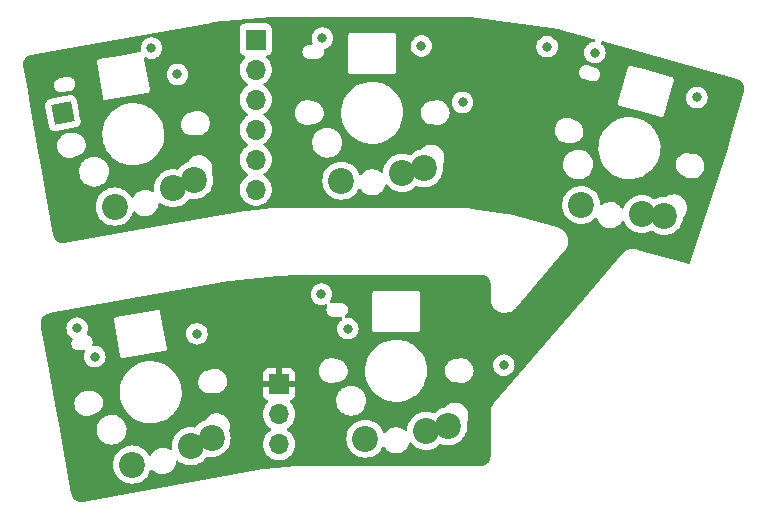
<source format=gbr>
%TF.GenerationSoftware,KiCad,Pcbnew,(6.99.0-4085-g6c752680d7)*%
%TF.CreationDate,2022-11-14T17:07:19+08:00*%
%TF.ProjectId,flex,666c6578-2e6b-4696-9361-645f70636258,rev?*%
%TF.SameCoordinates,Original*%
%TF.FileFunction,Copper,L3,Inr*%
%TF.FilePolarity,Positive*%
%FSLAX46Y46*%
G04 Gerber Fmt 4.6, Leading zero omitted, Abs format (unit mm)*
G04 Created by KiCad (PCBNEW (6.99.0-4085-g6c752680d7)) date 2022-11-14 17:07:19*
%MOMM*%
%LPD*%
G01*
G04 APERTURE LIST*
G04 Aperture macros list*
%AMRotRect*
0 Rectangle, with rotation*
0 The origin of the aperture is its center*
0 $1 length*
0 $2 width*
0 $3 Rotation angle, in degrees counterclockwise*
0 Add horizontal line*
21,1,$1,$2,0,0,$3*%
G04 Aperture macros list end*
%TA.AperFunction,ComponentPad*%
%ADD10R,1.700000X1.700000*%
%TD*%
%TA.AperFunction,ComponentPad*%
%ADD11O,1.700000X1.700000*%
%TD*%
%TA.AperFunction,ComponentPad*%
%ADD12C,2.200000*%
%TD*%
%TA.AperFunction,ComponentPad*%
%ADD13RotRect,1.700000X1.700000X11.000000*%
%TD*%
%TA.AperFunction,ViaPad*%
%ADD14C,0.800000*%
%TD*%
G04 APERTURE END LIST*
D10*
%TO.N,Vcc*%
%TO.C,J2*%
X84959213Y-98494082D03*
D11*
%TO.N,Gnd*%
X84959213Y-101034082D03*
%TO.N,Din*%
X84959213Y-103574082D03*
%TD*%
D12*
%TO.N,row1*%
%TO.C,SW9*%
X72526802Y-105295407D03*
%TO.N,Net-(D9-A)*%
X77472369Y-103743034D03*
X79238126Y-103045821D03*
%TD*%
%TO.N,row1*%
%TO.C,SW19*%
X90234019Y-81258476D03*
%TO.N,Net-(D19-A)*%
X95374019Y-80588476D03*
X97234019Y-80208476D03*
%TD*%
%TO.N,row1*%
%TO.C,SW14*%
X110543031Y-83316273D03*
%TO.N,Net-(D14-A)*%
X115668593Y-84089003D03*
X117561282Y-84236409D03*
%TD*%
D10*
%TO.N,col5*%
%TO.C,J1*%
X82978828Y-69310873D03*
D11*
%TO.N,col6*%
X82978828Y-71850873D03*
%TO.N,col4*%
X82978828Y-74390873D03*
%TO.N,row1*%
X82978828Y-76930873D03*
%TO.N,col2*%
X82978828Y-79470873D03*
%TO.N,col3*%
X82978828Y-82010873D03*
%TD*%
D12*
%TO.N,row1*%
%TO.C,SW1*%
X92266022Y-103102476D03*
%TO.N,Net-(D1-A)*%
X97406022Y-102432476D03*
X99266022Y-102052476D03*
%TD*%
%TO.N,row1*%
%TO.C,SW5*%
X71053606Y-83451403D03*
%TO.N,Net-(D5-A)*%
X75999173Y-81899030D03*
X77764930Y-81201817D03*
%TD*%
D13*
%TO.N,Net-(D12-DOUT)*%
%TO.C,J3*%
X66648412Y-75536199D03*
%TD*%
D14*
%TO.N,col4*%
X107650118Y-69909034D03*
%TO.N,row1*%
X103986371Y-96874827D03*
%TO.N,Vcc*%
X111841702Y-73675039D03*
X75663355Y-91909264D03*
X99273532Y-91645160D03*
X69461515Y-74847243D03*
X90143532Y-72435160D03*
%TO.N,Din*%
X67855711Y-93753350D03*
%TO.N,Gnd*%
X74146281Y-70030564D03*
X69348895Y-96149265D03*
X97003530Y-69855161D03*
X120331445Y-74216088D03*
X90773530Y-93785160D03*
%TO.N,Net-(D2-DOUT)*%
X88546371Y-90874828D03*
X77996370Y-94224828D03*
%TO.N,Net-(D10-DIN)*%
X100496371Y-74624828D03*
X111696370Y-70424827D03*
%TO.N,Net-(D10-DOUT)*%
X88620977Y-69194356D03*
X76347249Y-72262275D03*
%TD*%
%TA.AperFunction,Conductor*%
%TO.N,Vcc*%
G36*
X91188212Y-67408053D02*
G01*
X100993782Y-67408060D01*
X100996633Y-67408092D01*
X101000539Y-67408180D01*
X101028455Y-67408813D01*
X101034140Y-67409071D01*
X101057772Y-67410682D01*
X101064612Y-67411149D01*
X101070312Y-67411668D01*
X101102024Y-67415284D01*
X101104862Y-67415641D01*
X101143012Y-67420871D01*
X101142360Y-67425630D01*
X101142371Y-67425632D01*
X101143024Y-67420868D01*
X108700024Y-68456041D01*
X108700074Y-68456063D01*
X108700076Y-68456048D01*
X108701335Y-68456221D01*
X108704083Y-68456630D01*
X108735693Y-68461694D01*
X108741287Y-68462721D01*
X108771235Y-68468923D01*
X108776791Y-68470205D01*
X108807747Y-68478093D01*
X108810409Y-68478804D01*
X108810975Y-68478962D01*
X108811034Y-68478978D01*
X108811034Y-68478979D01*
X111246527Y-69158981D01*
X111548621Y-69243327D01*
X111640460Y-69268969D01*
X111700692Y-69306553D01*
X111731043Y-69370735D01*
X111721877Y-69441137D01*
X111676103Y-69495408D01*
X111613893Y-69514125D01*
X111614052Y-69515637D01*
X111607485Y-69516327D01*
X111600883Y-69516327D01*
X111594431Y-69517699D01*
X111594426Y-69517699D01*
X111528300Y-69531755D01*
X111414082Y-69556033D01*
X111408052Y-69558718D01*
X111408051Y-69558718D01*
X111245648Y-69631024D01*
X111245646Y-69631025D01*
X111239618Y-69633709D01*
X111234277Y-69637589D01*
X111234276Y-69637590D01*
X111187196Y-69671796D01*
X111085117Y-69745961D01*
X111080696Y-69750871D01*
X111080695Y-69750872D01*
X110967035Y-69877105D01*
X110957330Y-69887883D01*
X110903226Y-69981593D01*
X110871163Y-70037129D01*
X110861843Y-70053271D01*
X110802828Y-70234899D01*
X110782866Y-70424827D01*
X110783556Y-70431392D01*
X110801236Y-70599604D01*
X110802828Y-70614755D01*
X110861843Y-70796383D01*
X110865146Y-70802105D01*
X110865147Y-70802106D01*
X110878699Y-70825578D01*
X110957330Y-70961771D01*
X110961748Y-70966678D01*
X110961749Y-70966679D01*
X111063458Y-71079638D01*
X111085117Y-71103693D01*
X111171957Y-71166786D01*
X111234066Y-71211911D01*
X111239618Y-71215945D01*
X111245646Y-71218629D01*
X111245648Y-71218630D01*
X111267617Y-71228411D01*
X111414082Y-71293621D01*
X111507483Y-71313474D01*
X111594426Y-71331955D01*
X111594431Y-71331955D01*
X111600883Y-71333327D01*
X111791857Y-71333327D01*
X111798309Y-71331955D01*
X111798314Y-71331955D01*
X111885257Y-71313474D01*
X111978658Y-71293621D01*
X112125123Y-71228411D01*
X112147092Y-71218630D01*
X112147094Y-71218629D01*
X112153122Y-71215945D01*
X112158675Y-71211911D01*
X112220783Y-71166786D01*
X112307623Y-71103693D01*
X112329282Y-71079638D01*
X112430991Y-70966679D01*
X112430992Y-70966678D01*
X112435410Y-70961771D01*
X112514041Y-70825578D01*
X112527593Y-70802106D01*
X112527594Y-70802105D01*
X112530897Y-70796383D01*
X112589912Y-70614755D01*
X112591505Y-70599604D01*
X112609184Y-70431392D01*
X112609874Y-70424827D01*
X112589912Y-70234899D01*
X112530897Y-70053271D01*
X112521578Y-70037129D01*
X112489514Y-69981593D01*
X112435410Y-69887883D01*
X112425706Y-69877105D01*
X112312045Y-69750872D01*
X112312044Y-69750871D01*
X112307623Y-69745961D01*
X112224278Y-69685407D01*
X112180924Y-69629184D01*
X112174849Y-69558448D01*
X112207981Y-69495657D01*
X112269801Y-69460745D01*
X112332223Y-69462113D01*
X123730439Y-72644555D01*
X123730443Y-72644557D01*
X123730448Y-72644558D01*
X123730447Y-72644558D01*
X123762892Y-72653616D01*
X123774621Y-72657520D01*
X123903387Y-72707524D01*
X123925426Y-72718680D01*
X124036711Y-72789503D01*
X124056150Y-72804745D01*
X124151473Y-72895914D01*
X124167565Y-72914654D01*
X124243276Y-73022678D01*
X124255402Y-73044198D01*
X124308580Y-73164913D01*
X124316272Y-73188375D01*
X124342754Y-73307588D01*
X124344879Y-73317153D01*
X124347846Y-73341675D01*
X124350779Y-73473548D01*
X124348905Y-73498179D01*
X124324974Y-73634222D01*
X124322237Y-73646275D01*
X124313177Y-73678715D01*
X124313176Y-73678721D01*
X124313174Y-73678728D01*
X124313174Y-73678732D01*
X123262294Y-77442492D01*
X123257390Y-77441123D01*
X123257389Y-77441125D01*
X123262294Y-77442495D01*
X122969020Y-78492889D01*
X122967251Y-78498681D01*
X119749738Y-88196868D01*
X119709303Y-88255225D01*
X119643737Y-88282457D01*
X119632958Y-88283161D01*
X119579376Y-88284354D01*
X119554753Y-88282481D01*
X119418098Y-88258451D01*
X119406048Y-88255715D01*
X115265089Y-87099533D01*
X115265085Y-87099530D01*
X115232658Y-87090478D01*
X115226784Y-87088838D01*
X115226675Y-87088795D01*
X115226682Y-87088770D01*
X115132727Y-87062595D01*
X114938843Y-87041165D01*
X114933737Y-87041431D01*
X114933735Y-87041431D01*
X114877240Y-87044374D01*
X114744042Y-87051314D01*
X114739047Y-87052400D01*
X114739043Y-87052401D01*
X114600778Y-87082476D01*
X114553434Y-87092774D01*
X114500603Y-87113650D01*
X114376770Y-87162582D01*
X114376763Y-87162585D01*
X114372019Y-87164460D01*
X114204554Y-87264490D01*
X114055433Y-87390241D01*
X114006694Y-87447106D01*
X114004851Y-87445527D01*
X114004826Y-87445565D01*
X114006658Y-87447133D01*
X114006657Y-87447134D01*
X113993078Y-87462993D01*
X113991962Y-87464295D01*
X113989137Y-87461873D01*
X113989135Y-87461876D01*
X113991961Y-87464295D01*
X113966023Y-87494589D01*
X113966022Y-87494591D01*
X110751997Y-91248253D01*
X110751995Y-91248256D01*
X106391252Y-96341232D01*
X103154512Y-100121452D01*
X103151420Y-100125063D01*
X103151289Y-100125185D01*
X103151287Y-100125183D01*
X103095861Y-100189834D01*
X103093461Y-100193607D01*
X103093459Y-100193610D01*
X103040309Y-100277173D01*
X103004455Y-100333543D01*
X103002616Y-100337609D01*
X103002615Y-100337610D01*
X102995297Y-100353787D01*
X102934254Y-100488717D01*
X102933006Y-100493005D01*
X102933005Y-100493008D01*
X102925740Y-100517971D01*
X102886663Y-100652248D01*
X102862635Y-100820860D01*
X102862677Y-100882752D01*
X102862692Y-100905825D01*
X102862692Y-100905910D01*
X102862680Y-104601343D01*
X102862073Y-104613697D01*
X102848529Y-104751163D01*
X102843711Y-104775385D01*
X102807003Y-104896385D01*
X102805413Y-104901625D01*
X102795962Y-104924440D01*
X102791610Y-104932583D01*
X102733776Y-105040781D01*
X102720058Y-105061311D01*
X102636364Y-105163293D01*
X102618907Y-105180750D01*
X102516939Y-105264437D01*
X102496404Y-105278160D01*
X102380061Y-105340353D01*
X102357244Y-105349805D01*
X102241854Y-105384815D01*
X102231014Y-105388104D01*
X102206790Y-105392924D01*
X102069595Y-105406446D01*
X102057236Y-105407054D01*
X86508249Y-105407051D01*
X86508191Y-105407051D01*
X86490276Y-105407050D01*
X86490199Y-105407050D01*
X86490174Y-105407051D01*
X86485586Y-105407051D01*
X86485586Y-105405068D01*
X86484826Y-105404935D01*
X86484894Y-105407209D01*
X86454230Y-105408127D01*
X86453289Y-105408183D01*
X86453277Y-105408184D01*
X86423615Y-105409964D01*
X86423498Y-105408019D01*
X86422750Y-105408196D01*
X86422901Y-105409867D01*
X83724324Y-105653088D01*
X83724302Y-105653087D01*
X83724302Y-105653089D01*
X83706378Y-105654702D01*
X83706306Y-105654711D01*
X83706191Y-105654722D01*
X83701761Y-105655121D01*
X83701583Y-105653141D01*
X83700829Y-105653078D01*
X83701101Y-105655337D01*
X83670645Y-105659001D01*
X83669704Y-105659143D01*
X83669682Y-105659146D01*
X83640300Y-105663581D01*
X83640009Y-105661651D01*
X83639282Y-105661894D01*
X83639583Y-105663550D01*
X83635091Y-105664366D01*
X83635057Y-105664372D01*
X83617352Y-105667590D01*
X83612865Y-105668406D01*
X83612865Y-105668404D01*
X83612852Y-105668408D01*
X68352239Y-108441744D01*
X68352232Y-108441742D01*
X68319074Y-108447770D01*
X68306823Y-108449381D01*
X68285982Y-108451086D01*
X68169160Y-108460647D01*
X68144462Y-108460239D01*
X68035991Y-108447742D01*
X68013426Y-108445142D01*
X67989282Y-108439923D01*
X67863705Y-108399545D01*
X67841043Y-108389714D01*
X67725766Y-108325616D01*
X67705456Y-108311552D01*
X67604899Y-108226191D01*
X67587724Y-108208435D01*
X67505755Y-108105095D01*
X67492377Y-108084334D01*
X67432144Y-107966978D01*
X67423075Y-107944008D01*
X67385030Y-107810608D01*
X67382227Y-107798565D01*
X67376312Y-107765994D01*
X67380832Y-107765173D01*
X67380830Y-107765158D01*
X67376304Y-107765981D01*
X66927332Y-105295407D01*
X70913328Y-105295407D01*
X70933193Y-105547810D01*
X70934347Y-105552617D01*
X70934348Y-105552623D01*
X70960582Y-105661894D01*
X70992297Y-105793998D01*
X70994190Y-105798569D01*
X70994191Y-105798571D01*
X71087015Y-106022667D01*
X71089186Y-106027909D01*
X71221474Y-106243783D01*
X71385904Y-106436305D01*
X71578426Y-106600735D01*
X71794300Y-106733023D01*
X71798870Y-106734916D01*
X71798874Y-106734918D01*
X72023638Y-106828018D01*
X72028211Y-106829912D01*
X72112834Y-106850228D01*
X72269586Y-106887861D01*
X72269592Y-106887862D01*
X72274399Y-106889016D01*
X72526802Y-106908881D01*
X72779205Y-106889016D01*
X72784012Y-106887862D01*
X72784018Y-106887861D01*
X72940770Y-106850228D01*
X73025393Y-106829912D01*
X73029966Y-106828018D01*
X73254730Y-106734918D01*
X73254734Y-106734916D01*
X73259304Y-106733023D01*
X73475178Y-106600735D01*
X73667700Y-106436305D01*
X73832130Y-106243783D01*
X73964418Y-106027909D01*
X73966590Y-106022667D01*
X74059413Y-105798571D01*
X74059414Y-105798569D01*
X74061307Y-105793998D01*
X74062462Y-105789186D01*
X74062464Y-105789181D01*
X74063717Y-105783962D01*
X74099071Y-105722393D01*
X74162098Y-105689712D01*
X74232789Y-105696295D01*
X74273185Y-105722188D01*
X74363236Y-105808051D01*
X74425003Y-105866946D01*
X74603095Y-105981399D01*
X74799628Y-106060079D01*
X75007500Y-106100143D01*
X75166152Y-106100143D01*
X75236477Y-106093428D01*
X75318112Y-106085633D01*
X75318116Y-106085632D01*
X75324088Y-106085062D01*
X75447259Y-106048896D01*
X75521446Y-106027113D01*
X75521448Y-106027112D01*
X75527211Y-106025420D01*
X75715375Y-105928414D01*
X75881781Y-105797551D01*
X75993687Y-105668406D01*
X76016481Y-105642100D01*
X76016481Y-105642099D01*
X76020414Y-105637561D01*
X76023417Y-105632360D01*
X76123260Y-105459426D01*
X76123263Y-105459420D01*
X76126262Y-105454225D01*
X76128224Y-105448557D01*
X76128226Y-105448552D01*
X76179523Y-105300337D01*
X76195502Y-105254170D01*
X76225221Y-105047474D01*
X76254714Y-104982893D01*
X76314440Y-104944510D01*
X76385437Y-104944510D01*
X76431769Y-104969595D01*
X76523993Y-105048362D01*
X76739867Y-105180650D01*
X76744437Y-105182543D01*
X76744441Y-105182545D01*
X76969205Y-105275645D01*
X76973778Y-105277539D01*
X77048204Y-105295407D01*
X77215153Y-105335488D01*
X77215159Y-105335489D01*
X77219966Y-105336643D01*
X77472369Y-105356508D01*
X77724772Y-105336643D01*
X77729579Y-105335489D01*
X77729585Y-105335488D01*
X77896534Y-105295407D01*
X77970960Y-105277539D01*
X77975533Y-105275645D01*
X78200297Y-105182545D01*
X78200301Y-105182543D01*
X78204871Y-105180650D01*
X78420745Y-105048362D01*
X78592551Y-104901625D01*
X78609511Y-104887140D01*
X78613267Y-104883932D01*
X78777697Y-104691410D01*
X78780282Y-104687192D01*
X78784314Y-104680613D01*
X78836962Y-104632982D01*
X78907004Y-104621376D01*
X78921160Y-104623930D01*
X78980910Y-104638275D01*
X78980916Y-104638276D01*
X78985723Y-104639430D01*
X79238126Y-104659295D01*
X79490529Y-104639430D01*
X79495336Y-104638276D01*
X79495342Y-104638275D01*
X79652094Y-104600642D01*
X79736717Y-104580326D01*
X79741290Y-104578432D01*
X79966054Y-104485332D01*
X79966058Y-104485330D01*
X79970628Y-104483437D01*
X80186502Y-104351149D01*
X80379024Y-104186719D01*
X80543454Y-103994197D01*
X80675742Y-103778323D01*
X80682174Y-103762796D01*
X80760341Y-103574083D01*
X83596058Y-103574083D01*
X83596488Y-103579272D01*
X83613332Y-103782543D01*
X83614650Y-103798451D01*
X83615931Y-103803509D01*
X83615931Y-103803510D01*
X83665172Y-103997956D01*
X83669918Y-104016699D01*
X83682749Y-104045950D01*
X83746052Y-104190268D01*
X83760354Y-104222874D01*
X83763204Y-104227236D01*
X83763206Y-104227240D01*
X83841101Y-104346466D01*
X83883492Y-104411351D01*
X83887017Y-104415180D01*
X83887020Y-104415184D01*
X83944258Y-104477360D01*
X84035974Y-104576989D01*
X84040093Y-104580195D01*
X84188987Y-104696085D01*
X84213638Y-104715272D01*
X84218219Y-104717751D01*
X84364319Y-104796816D01*
X84411640Y-104822425D01*
X84624579Y-104895527D01*
X84629713Y-104896384D01*
X84629718Y-104896385D01*
X84841508Y-104931726D01*
X84841510Y-104931726D01*
X84846645Y-104932583D01*
X85071783Y-104932583D01*
X85076918Y-104931726D01*
X85076920Y-104931726D01*
X85288710Y-104896385D01*
X85288715Y-104896384D01*
X85293849Y-104895527D01*
X85506788Y-104822425D01*
X85554110Y-104796816D01*
X85700209Y-104717751D01*
X85704790Y-104715272D01*
X85729442Y-104696085D01*
X85878335Y-104580195D01*
X85882454Y-104576989D01*
X85974170Y-104477360D01*
X86031408Y-104415184D01*
X86031411Y-104415180D01*
X86034936Y-104411351D01*
X86077327Y-104346466D01*
X86155222Y-104227240D01*
X86155224Y-104227236D01*
X86158074Y-104222874D01*
X86172377Y-104190268D01*
X86235679Y-104045950D01*
X86248510Y-104016699D01*
X86253257Y-103997956D01*
X86302497Y-103803510D01*
X86302497Y-103803509D01*
X86303778Y-103798451D01*
X86305097Y-103782543D01*
X86321940Y-103579272D01*
X86322370Y-103574083D01*
X86314801Y-103482741D01*
X86304209Y-103354911D01*
X86304208Y-103354906D01*
X86303778Y-103349715D01*
X86278338Y-103249255D01*
X86249792Y-103136529D01*
X86249792Y-103136528D01*
X86248510Y-103131467D01*
X86235793Y-103102476D01*
X90652548Y-103102476D01*
X90672413Y-103354879D01*
X90673567Y-103359686D01*
X90673568Y-103359692D01*
X90703110Y-103482741D01*
X90731517Y-103601067D01*
X90733410Y-103605638D01*
X90733411Y-103605640D01*
X90825024Y-103826812D01*
X90828406Y-103834978D01*
X90960694Y-104050852D01*
X91125124Y-104243374D01*
X91317646Y-104407804D01*
X91533520Y-104540092D01*
X91538090Y-104541985D01*
X91538094Y-104541987D01*
X91762858Y-104635087D01*
X91767431Y-104636981D01*
X91852054Y-104657297D01*
X92008806Y-104694930D01*
X92008812Y-104694931D01*
X92013619Y-104696085D01*
X92266022Y-104715950D01*
X92518425Y-104696085D01*
X92523232Y-104694931D01*
X92523238Y-104694930D01*
X92679990Y-104657297D01*
X92764613Y-104636981D01*
X92769186Y-104635087D01*
X92993950Y-104541987D01*
X92993954Y-104541985D01*
X92998524Y-104540092D01*
X93214398Y-104407804D01*
X93406920Y-104243374D01*
X93571350Y-104050852D01*
X93703638Y-103834978D01*
X93705483Y-103836109D01*
X93748046Y-103791065D01*
X93816965Y-103774016D01*
X93884161Y-103796934D01*
X93914174Y-103826812D01*
X94014811Y-103968136D01*
X94024463Y-103981691D01*
X94177676Y-104127779D01*
X94355768Y-104242232D01*
X94552301Y-104320912D01*
X94760173Y-104360976D01*
X94918825Y-104360976D01*
X94989150Y-104354261D01*
X95070785Y-104346466D01*
X95070789Y-104346465D01*
X95076761Y-104345895D01*
X95187816Y-104313287D01*
X95274119Y-104287946D01*
X95274121Y-104287945D01*
X95279884Y-104286253D01*
X95468048Y-104189247D01*
X95634454Y-104058384D01*
X95645565Y-104045562D01*
X95769154Y-103902933D01*
X95769154Y-103902932D01*
X95773087Y-103898394D01*
X95797623Y-103855896D01*
X95875933Y-103720259D01*
X95875936Y-103720253D01*
X95878935Y-103715058D01*
X95880897Y-103709390D01*
X95880899Y-103709385D01*
X95946213Y-103520673D01*
X95946214Y-103520669D01*
X95948175Y-103515003D01*
X95948866Y-103510197D01*
X95984171Y-103449046D01*
X96047276Y-103416514D01*
X96117951Y-103423263D01*
X96166932Y-103458407D01*
X96261911Y-103569613D01*
X96261916Y-103569618D01*
X96265124Y-103573374D01*
X96457646Y-103737804D01*
X96673520Y-103870092D01*
X96678090Y-103871985D01*
X96678094Y-103871987D01*
X96902858Y-103965087D01*
X96907431Y-103966981D01*
X96948343Y-103976803D01*
X97148806Y-104024930D01*
X97148812Y-104024931D01*
X97153619Y-104026085D01*
X97406022Y-104045950D01*
X97658425Y-104026085D01*
X97663232Y-104024931D01*
X97663238Y-104024930D01*
X97863701Y-103976803D01*
X97904613Y-103966981D01*
X97909186Y-103965087D01*
X98133950Y-103871987D01*
X98133954Y-103871985D01*
X98138524Y-103870092D01*
X98354398Y-103737804D01*
X98546920Y-103573374D01*
X98547911Y-103574534D01*
X98604277Y-103543755D01*
X98679278Y-103550467D01*
X98710378Y-103563349D01*
X98754375Y-103581573D01*
X98767431Y-103586981D01*
X98845152Y-103605640D01*
X99008806Y-103644930D01*
X99008812Y-103644931D01*
X99013619Y-103646085D01*
X99266022Y-103665950D01*
X99518425Y-103646085D01*
X99523232Y-103644931D01*
X99523238Y-103644930D01*
X99686892Y-103605640D01*
X99764613Y-103586981D01*
X99769186Y-103585087D01*
X99993950Y-103491987D01*
X99993954Y-103491985D01*
X99998524Y-103490092D01*
X100214398Y-103357804D01*
X100406920Y-103193374D01*
X100571350Y-103000852D01*
X100703638Y-102784978D01*
X100725176Y-102732982D01*
X100798633Y-102555640D01*
X100798634Y-102555638D01*
X100800527Y-102551067D01*
X100826912Y-102441165D01*
X100858476Y-102309692D01*
X100858477Y-102309686D01*
X100859631Y-102304879D01*
X100879496Y-102052476D01*
X100859631Y-101800073D01*
X100858477Y-101795266D01*
X100858476Y-101795260D01*
X100845663Y-101741892D01*
X100849210Y-101670984D01*
X100859062Y-101649479D01*
X100862363Y-101643761D01*
X100878935Y-101615058D01*
X100880897Y-101609390D01*
X100880899Y-101609385D01*
X100915688Y-101508867D01*
X100948175Y-101415003D01*
X100970684Y-101258451D01*
X100977449Y-101211403D01*
X100977449Y-101211398D01*
X100978303Y-101205460D01*
X100968230Y-100994002D01*
X100918320Y-100788272D01*
X100909710Y-100769417D01*
X100854242Y-100647961D01*
X100830378Y-100595705D01*
X100824271Y-100587128D01*
X100711062Y-100428149D01*
X100711061Y-100428147D01*
X100707581Y-100423261D01*
X100613487Y-100333543D01*
X100558706Y-100281309D01*
X100558704Y-100281308D01*
X100554368Y-100277173D01*
X100376276Y-100162720D01*
X100179743Y-100084040D01*
X99971871Y-100043976D01*
X99813219Y-100043976D01*
X99742894Y-100050691D01*
X99661259Y-100058486D01*
X99661255Y-100058487D01*
X99655283Y-100059057D01*
X99562600Y-100086271D01*
X99457925Y-100117006D01*
X99457923Y-100117007D01*
X99452160Y-100118699D01*
X99263996Y-100215705D01*
X99097590Y-100346568D01*
X99093663Y-100351101D01*
X99093662Y-100351101D01*
X99023263Y-100432345D01*
X98957453Y-100472351D01*
X98767431Y-100517971D01*
X98762860Y-100519864D01*
X98762858Y-100519865D01*
X98538094Y-100612965D01*
X98538090Y-100612967D01*
X98533520Y-100614860D01*
X98317646Y-100747148D01*
X98125124Y-100911578D01*
X98124133Y-100910418D01*
X98067767Y-100941197D01*
X97992766Y-100934485D01*
X97909186Y-100899865D01*
X97909184Y-100899864D01*
X97904613Y-100897971D01*
X97780582Y-100868194D01*
X97663238Y-100840022D01*
X97663232Y-100840021D01*
X97658425Y-100838867D01*
X97406022Y-100819002D01*
X97153619Y-100838867D01*
X97148812Y-100840021D01*
X97148806Y-100840022D01*
X97031462Y-100868194D01*
X96907431Y-100897971D01*
X96902860Y-100899864D01*
X96902858Y-100899865D01*
X96678094Y-100992965D01*
X96678090Y-100992967D01*
X96673520Y-100994860D01*
X96457646Y-101127148D01*
X96265124Y-101291578D01*
X96100694Y-101484100D01*
X95968406Y-101699974D01*
X95966513Y-101704544D01*
X95966511Y-101704548D01*
X95873411Y-101929312D01*
X95871517Y-101933885D01*
X95866732Y-101953818D01*
X95815035Y-102169153D01*
X95812413Y-102180073D01*
X95800761Y-102328125D01*
X95775475Y-102394466D01*
X95718337Y-102436606D01*
X95647487Y-102441165D01*
X95588200Y-102409431D01*
X95572504Y-102394466D01*
X95554368Y-102377173D01*
X95376276Y-102262720D01*
X95179743Y-102184040D01*
X94971871Y-102143976D01*
X94813219Y-102143976D01*
X94744059Y-102150580D01*
X94661259Y-102158486D01*
X94661255Y-102158487D01*
X94655283Y-102159057D01*
X94566905Y-102185007D01*
X94457925Y-102217006D01*
X94457923Y-102217007D01*
X94452160Y-102218699D01*
X94263996Y-102315705D01*
X94097590Y-102446568D01*
X94093663Y-102451100D01*
X94093662Y-102451101D01*
X93986091Y-102575244D01*
X93926365Y-102613627D01*
X93855368Y-102613627D01*
X93795642Y-102575243D01*
X93774458Y-102540949D01*
X93705533Y-102374548D01*
X93705531Y-102374544D01*
X93703638Y-102369974D01*
X93571350Y-102154100D01*
X93406920Y-101961578D01*
X93214398Y-101797148D01*
X92998524Y-101664860D01*
X92993954Y-101662967D01*
X92993950Y-101662965D01*
X92769186Y-101569865D01*
X92769184Y-101569864D01*
X92764613Y-101567971D01*
X92652607Y-101541081D01*
X92523238Y-101510022D01*
X92523232Y-101510021D01*
X92518425Y-101508867D01*
X92266022Y-101489002D01*
X92013619Y-101508867D01*
X92008812Y-101510021D01*
X92008806Y-101510022D01*
X91879437Y-101541081D01*
X91767431Y-101567971D01*
X91762860Y-101569864D01*
X91762858Y-101569865D01*
X91538094Y-101662965D01*
X91538090Y-101662967D01*
X91533520Y-101664860D01*
X91317646Y-101797148D01*
X91125124Y-101961578D01*
X90960694Y-102154100D01*
X90828406Y-102369974D01*
X90826513Y-102374544D01*
X90826511Y-102374548D01*
X90746393Y-102567971D01*
X90731517Y-102603885D01*
X90730362Y-102608697D01*
X90686015Y-102793418D01*
X90672413Y-102850073D01*
X90652548Y-103102476D01*
X86235793Y-103102476D01*
X86213105Y-103050751D01*
X86160168Y-102930065D01*
X86160166Y-102930061D01*
X86158074Y-102925292D01*
X86034936Y-102736815D01*
X86031411Y-102732986D01*
X86031408Y-102732982D01*
X85885986Y-102575014D01*
X85882454Y-102571177D01*
X85801601Y-102508246D01*
X85708903Y-102436095D01*
X85708901Y-102436093D01*
X85704790Y-102432894D01*
X85671534Y-102414897D01*
X85621143Y-102364884D01*
X85605791Y-102295567D01*
X85630351Y-102228954D01*
X85671534Y-102193269D01*
X85684466Y-102186271D01*
X85704790Y-102175272D01*
X85714803Y-102167479D01*
X85878335Y-102040195D01*
X85882454Y-102036989D01*
X85948418Y-101965334D01*
X86031408Y-101875184D01*
X86031411Y-101875180D01*
X86034936Y-101871351D01*
X86103746Y-101766029D01*
X86155222Y-101687240D01*
X86155224Y-101687236D01*
X86158074Y-101682874D01*
X86163290Y-101670984D01*
X86243415Y-101488314D01*
X86248510Y-101476699D01*
X86249936Y-101471070D01*
X86302497Y-101263510D01*
X86302497Y-101263509D01*
X86303778Y-101258451D01*
X86304529Y-101249398D01*
X86321940Y-101039272D01*
X86322370Y-101034083D01*
X86314117Y-100934485D01*
X86304209Y-100814911D01*
X86304208Y-100814906D01*
X86303778Y-100809715D01*
X86281766Y-100722792D01*
X86249792Y-100596529D01*
X86249792Y-100596528D01*
X86248510Y-100591467D01*
X86163548Y-100397771D01*
X86160168Y-100390065D01*
X86160166Y-100390061D01*
X86158074Y-100385292D01*
X86138759Y-100355727D01*
X86037787Y-100201179D01*
X86034936Y-100196815D01*
X86031411Y-100192986D01*
X86031408Y-100192982D01*
X85915994Y-100067611D01*
X85891372Y-100040865D01*
X85859952Y-99977201D01*
X85863126Y-99949167D01*
X89793707Y-99949167D01*
X89824116Y-100173651D01*
X89894119Y-100389097D01*
X90001466Y-100588582D01*
X90004988Y-100592998D01*
X90004991Y-100593003D01*
X90139182Y-100761273D01*
X90142708Y-100765694D01*
X90146967Y-100769415D01*
X90146969Y-100769417D01*
X90210985Y-100825346D01*
X90313304Y-100914739D01*
X90318163Y-100917642D01*
X90318167Y-100917645D01*
X90367453Y-100947092D01*
X90507772Y-101030929D01*
X90594073Y-101063318D01*
X90714566Y-101108540D01*
X90714568Y-101108541D01*
X90719861Y-101110527D01*
X90850592Y-101134251D01*
X90937183Y-101149965D01*
X90937185Y-101149965D01*
X90942755Y-101150976D01*
X91112544Y-101150976D01*
X91281644Y-101135757D01*
X91287099Y-101134252D01*
X91287102Y-101134251D01*
X91494555Y-101076997D01*
X91494556Y-101076997D01*
X91500015Y-101075490D01*
X91704115Y-100977201D01*
X91715409Y-100968996D01*
X91795217Y-100911011D01*
X91887385Y-100844047D01*
X92003317Y-100722792D01*
X92040025Y-100684399D01*
X92040027Y-100684396D01*
X92043934Y-100680310D01*
X92105443Y-100587128D01*
X92165611Y-100495977D01*
X92165612Y-100495975D01*
X92168731Y-100491250D01*
X92257765Y-100282946D01*
X92308173Y-100062091D01*
X92318337Y-99835785D01*
X92287928Y-99611301D01*
X92283366Y-99597259D01*
X92241577Y-99468649D01*
X92217925Y-99395855D01*
X92142527Y-99255741D01*
X92113259Y-99201352D01*
X92113259Y-99201351D01*
X92110578Y-99196370D01*
X92107056Y-99191954D01*
X92107053Y-99191949D01*
X91972862Y-99023679D01*
X91972860Y-99023677D01*
X91969336Y-99019258D01*
X91876977Y-98938566D01*
X91803007Y-98873941D01*
X91798740Y-98870213D01*
X91793881Y-98867310D01*
X91793877Y-98867307D01*
X91650490Y-98781637D01*
X91604272Y-98754023D01*
X91477180Y-98706325D01*
X91397478Y-98676412D01*
X91397476Y-98676411D01*
X91392183Y-98674425D01*
X91232131Y-98645380D01*
X91174861Y-98634987D01*
X91174859Y-98634987D01*
X91169289Y-98633976D01*
X90999500Y-98633976D01*
X90830400Y-98649195D01*
X90824945Y-98650700D01*
X90824942Y-98650701D01*
X90617489Y-98707955D01*
X90612029Y-98709462D01*
X90407929Y-98807751D01*
X90403350Y-98811078D01*
X90403348Y-98811079D01*
X90394589Y-98817443D01*
X90224659Y-98940905D01*
X90190585Y-98976544D01*
X90083799Y-99088233D01*
X90068110Y-99104642D01*
X90064993Y-99109364D01*
X89956743Y-99273357D01*
X89943313Y-99293702D01*
X89854279Y-99502006D01*
X89803871Y-99722861D01*
X89793707Y-99949167D01*
X85863126Y-99949167D01*
X85867939Y-99906655D01*
X85912797Y-99851626D01*
X85940041Y-99837472D01*
X86046736Y-99797677D01*
X86062390Y-99789129D01*
X86164907Y-99712385D01*
X86177516Y-99699776D01*
X86254260Y-99597259D01*
X86262809Y-99581603D01*
X86307955Y-99460561D01*
X86311552Y-99445340D01*
X86316854Y-99396021D01*
X86317214Y-99389306D01*
X86317214Y-98766198D01*
X86312739Y-98750959D01*
X86311349Y-98749754D01*
X86303666Y-98748083D01*
X83619329Y-98748083D01*
X83604090Y-98752558D01*
X83602885Y-98753948D01*
X83601214Y-98761631D01*
X83601214Y-99389306D01*
X83601574Y-99396021D01*
X83606876Y-99445340D01*
X83610473Y-99460561D01*
X83655619Y-99581603D01*
X83664168Y-99597259D01*
X83740912Y-99699776D01*
X83753521Y-99712385D01*
X83856038Y-99789129D01*
X83871692Y-99797677D01*
X83978387Y-99837472D01*
X84035222Y-99880019D01*
X84060033Y-99946539D01*
X84044941Y-100015914D01*
X84027057Y-100040864D01*
X84002434Y-100067611D01*
X83887020Y-100192982D01*
X83887017Y-100192986D01*
X83883492Y-100196815D01*
X83880641Y-100201179D01*
X83779670Y-100355727D01*
X83760354Y-100385292D01*
X83758262Y-100390061D01*
X83758260Y-100390065D01*
X83754880Y-100397771D01*
X83669918Y-100591467D01*
X83668636Y-100596528D01*
X83668636Y-100596529D01*
X83636662Y-100722792D01*
X83614650Y-100809715D01*
X83614220Y-100814906D01*
X83614219Y-100814911D01*
X83604311Y-100934485D01*
X83596058Y-101034083D01*
X83596488Y-101039272D01*
X83613900Y-101249398D01*
X83614650Y-101258451D01*
X83615931Y-101263509D01*
X83615931Y-101263510D01*
X83668493Y-101471070D01*
X83669918Y-101476699D01*
X83675013Y-101488314D01*
X83755139Y-101670984D01*
X83760354Y-101682874D01*
X83763204Y-101687236D01*
X83763206Y-101687240D01*
X83814682Y-101766029D01*
X83883492Y-101871351D01*
X83887017Y-101875180D01*
X83887020Y-101875184D01*
X83970010Y-101965334D01*
X84035974Y-102036989D01*
X84040093Y-102040195D01*
X84203626Y-102167479D01*
X84213638Y-102175272D01*
X84233963Y-102186271D01*
X84246894Y-102193269D01*
X84297285Y-102243282D01*
X84312637Y-102312599D01*
X84288077Y-102379212D01*
X84246895Y-102414896D01*
X84213638Y-102432894D01*
X84209527Y-102436093D01*
X84209525Y-102436095D01*
X84116827Y-102508246D01*
X84035974Y-102571177D01*
X84032442Y-102575014D01*
X83887020Y-102732982D01*
X83887017Y-102732986D01*
X83883492Y-102736815D01*
X83760354Y-102925292D01*
X83758262Y-102930061D01*
X83758260Y-102930065D01*
X83705323Y-103050751D01*
X83669918Y-103131467D01*
X83668636Y-103136528D01*
X83668636Y-103136529D01*
X83640090Y-103249255D01*
X83614650Y-103349715D01*
X83614220Y-103354906D01*
X83614219Y-103354911D01*
X83603627Y-103482741D01*
X83596058Y-103574083D01*
X80760341Y-103574083D01*
X80770737Y-103548985D01*
X80770738Y-103548983D01*
X80772631Y-103544412D01*
X80814634Y-103369457D01*
X80830580Y-103303037D01*
X80830581Y-103303031D01*
X80831735Y-103298224D01*
X80851600Y-103045821D01*
X80831735Y-102793418D01*
X80816329Y-102729244D01*
X80786714Y-102605892D01*
X80772631Y-102547230D01*
X80770737Y-102542658D01*
X80770735Y-102542651D01*
X80738019Y-102463666D01*
X80730430Y-102393076D01*
X80735358Y-102374239D01*
X80752917Y-102323504D01*
X80754880Y-102317833D01*
X80768738Y-102221452D01*
X80784154Y-102114233D01*
X80784154Y-102114228D01*
X80785008Y-102108290D01*
X80774935Y-101896832D01*
X80725025Y-101691102D01*
X80721268Y-101682874D01*
X80685103Y-101603684D01*
X80637083Y-101498535D01*
X80632492Y-101492087D01*
X80517767Y-101330979D01*
X80517766Y-101330977D01*
X80514286Y-101326091D01*
X80443347Y-101258451D01*
X80365411Y-101184139D01*
X80365409Y-101184138D01*
X80361073Y-101180003D01*
X80182981Y-101065550D01*
X79986448Y-100986870D01*
X79778576Y-100946806D01*
X79619924Y-100946806D01*
X79549599Y-100953521D01*
X79467964Y-100961316D01*
X79467960Y-100961317D01*
X79461988Y-100961887D01*
X79372500Y-100988163D01*
X79264630Y-101019836D01*
X79264628Y-101019837D01*
X79258865Y-101021529D01*
X79070701Y-101118535D01*
X78904295Y-101249398D01*
X78900368Y-101253930D01*
X78900367Y-101253931D01*
X78837840Y-101326091D01*
X78765662Y-101409388D01*
X78717915Y-101492089D01*
X78666534Y-101541081D01*
X78657021Y-101545494D01*
X78598185Y-101569865D01*
X78510198Y-101606310D01*
X78510194Y-101606312D01*
X78505624Y-101608205D01*
X78289750Y-101740493D01*
X78097228Y-101904923D01*
X77932798Y-102097445D01*
X77930214Y-102101661D01*
X77930213Y-102101663D01*
X77926181Y-102108242D01*
X77873533Y-102155873D01*
X77803491Y-102167479D01*
X77789335Y-102164925D01*
X77729585Y-102150580D01*
X77729579Y-102150579D01*
X77724772Y-102149425D01*
X77472369Y-102129560D01*
X77219966Y-102149425D01*
X77215159Y-102150579D01*
X77215153Y-102150580D01*
X77075783Y-102184040D01*
X76973778Y-102208529D01*
X76969207Y-102210422D01*
X76969205Y-102210423D01*
X76744441Y-102303523D01*
X76744437Y-102303525D01*
X76739867Y-102305418D01*
X76523993Y-102437706D01*
X76331471Y-102602136D01*
X76167041Y-102794658D01*
X76034753Y-103010532D01*
X76032860Y-103015102D01*
X76032858Y-103015106D01*
X75939758Y-103239870D01*
X75937864Y-103244443D01*
X75924722Y-103299184D01*
X75880177Y-103484729D01*
X75878760Y-103490631D01*
X75858895Y-103743034D01*
X75872920Y-103921227D01*
X75872961Y-103921751D01*
X75858365Y-103991231D01*
X75808523Y-104041790D01*
X75739258Y-104057377D01*
X75679228Y-104037635D01*
X75661256Y-104026085D01*
X75623603Y-104001887D01*
X75604395Y-103994197D01*
X75531681Y-103965087D01*
X75427070Y-103923207D01*
X75219198Y-103883143D01*
X75060546Y-103883143D01*
X74990221Y-103889858D01*
X74908586Y-103897653D01*
X74908582Y-103897654D01*
X74902610Y-103898224D01*
X74809927Y-103925438D01*
X74705252Y-103956173D01*
X74705250Y-103956174D01*
X74699487Y-103957866D01*
X74511323Y-104054872D01*
X74344917Y-104185735D01*
X74340990Y-104190267D01*
X74340989Y-104190268D01*
X74298227Y-104239618D01*
X74206284Y-104345725D01*
X74203282Y-104350924D01*
X74203281Y-104350926D01*
X74130285Y-104477360D01*
X74078903Y-104526353D01*
X74009189Y-104539789D01*
X73943278Y-104513403D01*
X73913733Y-104480195D01*
X73867404Y-104404593D01*
X73832130Y-104347031D01*
X73667700Y-104154509D01*
X73475178Y-103990079D01*
X73259304Y-103857791D01*
X73254734Y-103855898D01*
X73254730Y-103855896D01*
X73029966Y-103762796D01*
X73029964Y-103762795D01*
X73025393Y-103760902D01*
X72929182Y-103737804D01*
X72784018Y-103702953D01*
X72784012Y-103702952D01*
X72779205Y-103701798D01*
X72526802Y-103681933D01*
X72274399Y-103701798D01*
X72269592Y-103702952D01*
X72269586Y-103702953D01*
X72124422Y-103737804D01*
X72028211Y-103760902D01*
X72023640Y-103762795D01*
X72023638Y-103762796D01*
X71798874Y-103855896D01*
X71798870Y-103855898D01*
X71794300Y-103857791D01*
X71578426Y-103990079D01*
X71385904Y-104154509D01*
X71221474Y-104347031D01*
X71089186Y-104562905D01*
X71087293Y-104567475D01*
X71087291Y-104567479D01*
X71021466Y-104726395D01*
X70992297Y-104796816D01*
X70972284Y-104880176D01*
X70959703Y-104932583D01*
X70933193Y-105043004D01*
X70913328Y-105295407D01*
X66927332Y-105295407D01*
X66677606Y-103921227D01*
X66677606Y-103921226D01*
X66401330Y-102400979D01*
X69515459Y-102400979D01*
X69545868Y-102625463D01*
X69615871Y-102840909D01*
X69723218Y-103040394D01*
X69726740Y-103044810D01*
X69726743Y-103044815D01*
X69860934Y-103213085D01*
X69864460Y-103217506D01*
X69868719Y-103221227D01*
X69868721Y-103221229D01*
X69949462Y-103291770D01*
X70035056Y-103366551D01*
X70039915Y-103369454D01*
X70039919Y-103369457D01*
X70118679Y-103416514D01*
X70229524Y-103482741D01*
X70330594Y-103520673D01*
X70436318Y-103560352D01*
X70436320Y-103560353D01*
X70441613Y-103562339D01*
X70601665Y-103591384D01*
X70658935Y-103601777D01*
X70658937Y-103601777D01*
X70664507Y-103602788D01*
X70834296Y-103602788D01*
X71003396Y-103587569D01*
X71008851Y-103586064D01*
X71008854Y-103586063D01*
X71216307Y-103528809D01*
X71216308Y-103528809D01*
X71221767Y-103527302D01*
X71425867Y-103429013D01*
X71433782Y-103423263D01*
X71516969Y-103362823D01*
X71609137Y-103295859D01*
X71710714Y-103189618D01*
X71761777Y-103136211D01*
X71761779Y-103136208D01*
X71765686Y-103132122D01*
X71829524Y-103035412D01*
X71887363Y-102947789D01*
X71887364Y-102947787D01*
X71890483Y-102943062D01*
X71899945Y-102920926D01*
X71932286Y-102845260D01*
X71979517Y-102734758D01*
X72029925Y-102513903D01*
X72040089Y-102287597D01*
X72009680Y-102063113D01*
X71939677Y-101847667D01*
X71858567Y-101696939D01*
X71835011Y-101653164D01*
X71835011Y-101653163D01*
X71832330Y-101648182D01*
X71828808Y-101643766D01*
X71828805Y-101643761D01*
X71694614Y-101475491D01*
X71694612Y-101475489D01*
X71691088Y-101471070D01*
X71632173Y-101419597D01*
X71524759Y-101325753D01*
X71520492Y-101322025D01*
X71515633Y-101319122D01*
X71515629Y-101319119D01*
X71330884Y-101208739D01*
X71326024Y-101205835D01*
X71140652Y-101136264D01*
X71119230Y-101128224D01*
X71119228Y-101128223D01*
X71113935Y-101126237D01*
X70953883Y-101097192D01*
X70896613Y-101086799D01*
X70896611Y-101086799D01*
X70891041Y-101085788D01*
X70721252Y-101085788D01*
X70552152Y-101101007D01*
X70546697Y-101102512D01*
X70546694Y-101102513D01*
X70339241Y-101159767D01*
X70333781Y-101161274D01*
X70129681Y-101259563D01*
X70125102Y-101262890D01*
X70125100Y-101262891D01*
X70049645Y-101317712D01*
X69946411Y-101392717D01*
X69922464Y-101417764D01*
X69834256Y-101510022D01*
X69789862Y-101556454D01*
X69786745Y-101561176D01*
X69670084Y-101737911D01*
X69665065Y-101745514D01*
X69576031Y-101953818D01*
X69525623Y-102174673D01*
X69515459Y-102400979D01*
X66401330Y-102400979D01*
X65989775Y-100136342D01*
X67616799Y-100136342D01*
X67637082Y-100342276D01*
X67638878Y-100348196D01*
X67638879Y-100348202D01*
X67660392Y-100419121D01*
X67697150Y-100540296D01*
X67794697Y-100722792D01*
X67925972Y-100882752D01*
X68085932Y-101014027D01*
X68268428Y-101111574D01*
X68311257Y-101124566D01*
X68460522Y-101169845D01*
X68460528Y-101169846D01*
X68466448Y-101171642D01*
X68539562Y-101178843D01*
X68617694Y-101186539D01*
X68617701Y-101186539D01*
X68620774Y-101186842D01*
X68723990Y-101186842D01*
X68727063Y-101186539D01*
X68727070Y-101186539D01*
X68805202Y-101178843D01*
X68878316Y-101171642D01*
X68884236Y-101169846D01*
X68884242Y-101169845D01*
X69014409Y-101130359D01*
X69076336Y-101111574D01*
X69081794Y-101108657D01*
X69081798Y-101108655D01*
X69208403Y-101040982D01*
X69255055Y-101026749D01*
X69262063Y-101026037D01*
X69277023Y-101024516D01*
X69277028Y-101024515D01*
X69283381Y-101023869D01*
X69472680Y-100964477D01*
X69646148Y-100868194D01*
X69796684Y-100738963D01*
X69805501Y-100727573D01*
X69914214Y-100587128D01*
X69914216Y-100587124D01*
X69918124Y-100582076D01*
X70005497Y-100403954D01*
X70010092Y-100386209D01*
X70053626Y-100218071D01*
X70053627Y-100218067D01*
X70055226Y-100211890D01*
X70055549Y-100205516D01*
X70055550Y-100205511D01*
X70061767Y-100082905D01*
X70065274Y-100013747D01*
X70054979Y-99946539D01*
X70036199Y-99823949D01*
X70036199Y-99823948D01*
X70035232Y-99817637D01*
X69966327Y-99631590D01*
X69861382Y-99463221D01*
X69724693Y-99319424D01*
X69719454Y-99315777D01*
X69719451Y-99315775D01*
X69642597Y-99262283D01*
X71459584Y-99262283D01*
X71489467Y-99584772D01*
X71507677Y-99667924D01*
X71554127Y-99880019D01*
X71558753Y-99901144D01*
X71560043Y-99904804D01*
X71560043Y-99904805D01*
X71659286Y-100186435D01*
X71666393Y-100206604D01*
X71668118Y-100210068D01*
X71668120Y-100210073D01*
X71808130Y-100491250D01*
X71810755Y-100496522D01*
X71876476Y-100595705D01*
X71987506Y-100763268D01*
X71987512Y-100763276D01*
X71989649Y-100766501D01*
X71992173Y-100769447D01*
X72189704Y-101000005D01*
X72200366Y-101012450D01*
X72203230Y-101015061D01*
X72203235Y-101015066D01*
X72321029Y-101122449D01*
X72439709Y-101230640D01*
X72704051Y-101417764D01*
X72707461Y-101419595D01*
X72707464Y-101419597D01*
X72985978Y-101569156D01*
X72985985Y-101569159D01*
X72989385Y-101570985D01*
X73092137Y-101610791D01*
X73285345Y-101685640D01*
X73291385Y-101687980D01*
X73327006Y-101696939D01*
X73601703Y-101766029D01*
X73601710Y-101766030D01*
X73605474Y-101766977D01*
X73926890Y-101806777D01*
X74169712Y-101806777D01*
X74183149Y-101805948D01*
X74408213Y-101792067D01*
X74408220Y-101792066D01*
X74412081Y-101791828D01*
X74730437Y-101732317D01*
X75039067Y-101634135D01*
X75099547Y-101606310D01*
X75329770Y-101500391D01*
X75329778Y-101500387D01*
X75333292Y-101498770D01*
X75341568Y-101493646D01*
X75605344Y-101330323D01*
X75605346Y-101330322D01*
X75608653Y-101328274D01*
X75658242Y-101288370D01*
X75857951Y-101127665D01*
X75857955Y-101127662D01*
X75860974Y-101125232D01*
X76086431Y-100892721D01*
X76090998Y-100886674D01*
X76152935Y-100804656D01*
X76281607Y-100634267D01*
X76300719Y-100601165D01*
X76380540Y-100462910D01*
X76443542Y-100353787D01*
X76506302Y-100205511D01*
X76568269Y-100059109D01*
X76568272Y-100059101D01*
X76569782Y-100055533D01*
X76658414Y-99744026D01*
X76660822Y-99728518D01*
X76707497Y-99427827D01*
X76708093Y-99423988D01*
X76708213Y-99420102D01*
X76717947Y-99104145D01*
X76717947Y-99104139D01*
X76718066Y-99100271D01*
X76688183Y-98777782D01*
X76665326Y-98673415D01*
X76619727Y-98465199D01*
X76619726Y-98465196D01*
X76618897Y-98461410D01*
X76592316Y-98385979D01*
X76579217Y-98348807D01*
X78112376Y-98348807D01*
X78113343Y-98355119D01*
X78113343Y-98355121D01*
X78130206Y-98465199D01*
X78142418Y-98544917D01*
X78211323Y-98730964D01*
X78316268Y-98899333D01*
X78452957Y-99043130D01*
X78458196Y-99046777D01*
X78458199Y-99046779D01*
X78548118Y-99109364D01*
X78615794Y-99156468D01*
X78798113Y-99234707D01*
X78804371Y-99235993D01*
X78804374Y-99235994D01*
X78895281Y-99254675D01*
X78992449Y-99274644D01*
X79141121Y-99274644D01*
X79272761Y-99261257D01*
X79299235Y-99262513D01*
X79299334Y-99261512D01*
X79450580Y-99276409D01*
X79450587Y-99276409D01*
X79453660Y-99276712D01*
X79556876Y-99276712D01*
X79559949Y-99276409D01*
X79559956Y-99276409D01*
X79638088Y-99268713D01*
X79711202Y-99261512D01*
X79717122Y-99259716D01*
X79717128Y-99259715D01*
X79893919Y-99206086D01*
X79909222Y-99201444D01*
X80091718Y-99103897D01*
X80251678Y-98972622D01*
X80382953Y-98812662D01*
X80480500Y-98630166D01*
X80506360Y-98544917D01*
X80538771Y-98438072D01*
X80538772Y-98438066D01*
X80540568Y-98432146D01*
X80560851Y-98226212D01*
X80560433Y-98221968D01*
X83601214Y-98221968D01*
X83605689Y-98237207D01*
X83607079Y-98238412D01*
X83614762Y-98240083D01*
X84687099Y-98240083D01*
X84702338Y-98235608D01*
X84703543Y-98234218D01*
X84705214Y-98226535D01*
X84705214Y-98221968D01*
X85213214Y-98221968D01*
X85217689Y-98237207D01*
X85219079Y-98238412D01*
X85226762Y-98240083D01*
X86299099Y-98240083D01*
X86314338Y-98235608D01*
X86315543Y-98234218D01*
X86317214Y-98226535D01*
X86317214Y-97598860D01*
X86316854Y-97592145D01*
X86311552Y-97542826D01*
X86307955Y-97527605D01*
X86262809Y-97406563D01*
X86254260Y-97390907D01*
X86225491Y-97352476D01*
X88310439Y-97352476D01*
X88330722Y-97558410D01*
X88332518Y-97564330D01*
X88332519Y-97564336D01*
X88362165Y-97662064D01*
X88390790Y-97756430D01*
X88488337Y-97938926D01*
X88619612Y-98098886D01*
X88779572Y-98230161D01*
X88962068Y-98327708D01*
X88980836Y-98333401D01*
X89154162Y-98385979D01*
X89154168Y-98385980D01*
X89160088Y-98387776D01*
X89233202Y-98394977D01*
X89311334Y-98402673D01*
X89311341Y-98402673D01*
X89314414Y-98402976D01*
X89417630Y-98402976D01*
X89420703Y-98402673D01*
X89420710Y-98402673D01*
X89498842Y-98394977D01*
X89571956Y-98387776D01*
X89577876Y-98385980D01*
X89577882Y-98385979D01*
X89751209Y-98333401D01*
X89787784Y-98327976D01*
X89835495Y-98327976D01*
X89983401Y-98312935D01*
X89990353Y-98310754D01*
X90013648Y-98303445D01*
X90172700Y-98253543D01*
X90346168Y-98157260D01*
X90353852Y-98150664D01*
X90409597Y-98102808D01*
X90496704Y-98028029D01*
X90514217Y-98005404D01*
X90614234Y-97876194D01*
X90614236Y-97876190D01*
X90618144Y-97871142D01*
X90705517Y-97693020D01*
X90719307Y-97639762D01*
X90753646Y-97507137D01*
X90753647Y-97507133D01*
X90755246Y-97500956D01*
X90755569Y-97494582D01*
X90755570Y-97494577D01*
X90758668Y-97433482D01*
X92236781Y-97433482D01*
X92266664Y-97755971D01*
X92267493Y-97759756D01*
X92308552Y-97947237D01*
X92335950Y-98072343D01*
X92337240Y-98076003D01*
X92337240Y-98076004D01*
X92431124Y-98342426D01*
X92443590Y-98377803D01*
X92445315Y-98381267D01*
X92445317Y-98381272D01*
X92473600Y-98438072D01*
X92587952Y-98667721D01*
X92644167Y-98752558D01*
X92764703Y-98934467D01*
X92764709Y-98934475D01*
X92766846Y-98937700D01*
X92769370Y-98940646D01*
X92958253Y-99161110D01*
X92977563Y-99183649D01*
X92980427Y-99186260D01*
X92980432Y-99186265D01*
X93064147Y-99262581D01*
X93216906Y-99401839D01*
X93481248Y-99588963D01*
X93484658Y-99590794D01*
X93484661Y-99590796D01*
X93763175Y-99740355D01*
X93763182Y-99740358D01*
X93766582Y-99742184D01*
X93925410Y-99803714D01*
X94012550Y-99837472D01*
X94068582Y-99859179D01*
X94151441Y-99880019D01*
X94378900Y-99937228D01*
X94378907Y-99937229D01*
X94382671Y-99938176D01*
X94704087Y-99977976D01*
X94946909Y-99977976D01*
X94960346Y-99977147D01*
X95185410Y-99963266D01*
X95185417Y-99963265D01*
X95189278Y-99963027D01*
X95507634Y-99903516D01*
X95816264Y-99805334D01*
X95941401Y-99747762D01*
X96106967Y-99671590D01*
X96106975Y-99671586D01*
X96110489Y-99669969D01*
X96162796Y-99637582D01*
X96382541Y-99501522D01*
X96382543Y-99501521D01*
X96385850Y-99499473D01*
X96424155Y-99468649D01*
X96635148Y-99298864D01*
X96635152Y-99298861D01*
X96638171Y-99296431D01*
X96863628Y-99063920D01*
X97058804Y-98805466D01*
X97074788Y-98777782D01*
X97140334Y-98664251D01*
X97220739Y-98524986D01*
X97262644Y-98425981D01*
X97345466Y-98230308D01*
X97345469Y-98230300D01*
X97346979Y-98226732D01*
X97435611Y-97915225D01*
X97449124Y-97828176D01*
X97484694Y-97599026D01*
X97485290Y-97595187D01*
X97485410Y-97591301D01*
X97491238Y-97402139D01*
X98966750Y-97402139D01*
X98967717Y-97408451D01*
X98967717Y-97408453D01*
X98985970Y-97527605D01*
X98996792Y-97598249D01*
X99065697Y-97784296D01*
X99170642Y-97952665D01*
X99307331Y-98096462D01*
X99312570Y-98100109D01*
X99312573Y-98100111D01*
X99398058Y-98159610D01*
X99470168Y-98209800D01*
X99652487Y-98288039D01*
X99658745Y-98289325D01*
X99658748Y-98289326D01*
X99744855Y-98307021D01*
X99846823Y-98327976D01*
X99944260Y-98327976D01*
X99980835Y-98333401D01*
X100154162Y-98385979D01*
X100154168Y-98385980D01*
X100160088Y-98387776D01*
X100233202Y-98394977D01*
X100311334Y-98402673D01*
X100311341Y-98402673D01*
X100314414Y-98402976D01*
X100417630Y-98402976D01*
X100420703Y-98402673D01*
X100420710Y-98402673D01*
X100498842Y-98394977D01*
X100571956Y-98387776D01*
X100577876Y-98385980D01*
X100577882Y-98385979D01*
X100751208Y-98333401D01*
X100769976Y-98327708D01*
X100952472Y-98230161D01*
X101112432Y-98098886D01*
X101243707Y-97938926D01*
X101341254Y-97756430D01*
X101369879Y-97662064D01*
X101399525Y-97564336D01*
X101399526Y-97564330D01*
X101401322Y-97558410D01*
X101421605Y-97352476D01*
X101401322Y-97146542D01*
X101399526Y-97140622D01*
X101399525Y-97140616D01*
X101343049Y-96954440D01*
X101341254Y-96948522D01*
X101301863Y-96874827D01*
X103072867Y-96874827D01*
X103073557Y-96881392D01*
X103089411Y-97032231D01*
X103092829Y-97064755D01*
X103151844Y-97246383D01*
X103155147Y-97252105D01*
X103155148Y-97252106D01*
X103171255Y-97280004D01*
X103247331Y-97411771D01*
X103251749Y-97416678D01*
X103251750Y-97416679D01*
X103270349Y-97437335D01*
X103375118Y-97553693D01*
X103529619Y-97665945D01*
X103535647Y-97668629D01*
X103535649Y-97668630D01*
X103603314Y-97698756D01*
X103704083Y-97743621D01*
X103779992Y-97759756D01*
X103884427Y-97781955D01*
X103884432Y-97781955D01*
X103890884Y-97783327D01*
X104081858Y-97783327D01*
X104088310Y-97781955D01*
X104088315Y-97781955D01*
X104192750Y-97759756D01*
X104268659Y-97743621D01*
X104369428Y-97698756D01*
X104437093Y-97668630D01*
X104437095Y-97668629D01*
X104443123Y-97665945D01*
X104597624Y-97553693D01*
X104702393Y-97437335D01*
X104720992Y-97416679D01*
X104720993Y-97416678D01*
X104725411Y-97411771D01*
X104801487Y-97280004D01*
X104817594Y-97252106D01*
X104817595Y-97252105D01*
X104820898Y-97246383D01*
X104879913Y-97064755D01*
X104883332Y-97032231D01*
X104899185Y-96881392D01*
X104899875Y-96874827D01*
X104886509Y-96747653D01*
X104880603Y-96691462D01*
X104880603Y-96691460D01*
X104879913Y-96684899D01*
X104820898Y-96503271D01*
X104816211Y-96495152D01*
X104728712Y-96343601D01*
X104725411Y-96337883D01*
X104708385Y-96318973D01*
X104602046Y-96200872D01*
X104602045Y-96200871D01*
X104597624Y-96195961D01*
X104443123Y-96083709D01*
X104437095Y-96081025D01*
X104437093Y-96081024D01*
X104274690Y-96008718D01*
X104274689Y-96008718D01*
X104268659Y-96006033D01*
X104175259Y-95986180D01*
X104088315Y-95967699D01*
X104088310Y-95967699D01*
X104081858Y-95966327D01*
X103890884Y-95966327D01*
X103884432Y-95967699D01*
X103884427Y-95967699D01*
X103797483Y-95986180D01*
X103704083Y-96006033D01*
X103698053Y-96008718D01*
X103698052Y-96008718D01*
X103535649Y-96081024D01*
X103535647Y-96081025D01*
X103529619Y-96083709D01*
X103375118Y-96195961D01*
X103370697Y-96200871D01*
X103370696Y-96200872D01*
X103264358Y-96318973D01*
X103247331Y-96337883D01*
X103244030Y-96343601D01*
X103156532Y-96495152D01*
X103151844Y-96503271D01*
X103092829Y-96684899D01*
X103092139Y-96691460D01*
X103092139Y-96691462D01*
X103086233Y-96747653D01*
X103072867Y-96874827D01*
X101301863Y-96874827D01*
X101243707Y-96766026D01*
X101112432Y-96606066D01*
X100952472Y-96474791D01*
X100769976Y-96377244D01*
X100720898Y-96362357D01*
X100577882Y-96318973D01*
X100577876Y-96318972D01*
X100571956Y-96317176D01*
X100498842Y-96309975D01*
X100420710Y-96302279D01*
X100420703Y-96302279D01*
X100417630Y-96301976D01*
X100314414Y-96301976D01*
X100311341Y-96302279D01*
X100311334Y-96302279D01*
X100233202Y-96309975D01*
X100160088Y-96317176D01*
X100154168Y-96318972D01*
X100154162Y-96318973D01*
X99980835Y-96371551D01*
X99944260Y-96376976D01*
X99896549Y-96376976D01*
X99748643Y-96392017D01*
X99559344Y-96451409D01*
X99385876Y-96547692D01*
X99235340Y-96676923D01*
X99231431Y-96681973D01*
X99231430Y-96681974D01*
X99117810Y-96828758D01*
X99117808Y-96828762D01*
X99113900Y-96833810D01*
X99026527Y-97011932D01*
X99024926Y-97018114D01*
X99024926Y-97018115D01*
X98980186Y-97190912D01*
X98976798Y-97203996D01*
X98976475Y-97210370D01*
X98976474Y-97210375D01*
X98972518Y-97288390D01*
X98966750Y-97402139D01*
X97491238Y-97402139D01*
X97495144Y-97275344D01*
X97495144Y-97275338D01*
X97495263Y-97271470D01*
X97465380Y-96948981D01*
X97429685Y-96785991D01*
X97396924Y-96636398D01*
X97396923Y-96636395D01*
X97396094Y-96632609D01*
X97385359Y-96602144D01*
X97289744Y-96330809D01*
X97289742Y-96330805D01*
X97288454Y-96327149D01*
X97276071Y-96302279D01*
X97145820Y-96040701D01*
X97145819Y-96040699D01*
X97144092Y-96037231D01*
X96976292Y-95783994D01*
X96967341Y-95770485D01*
X96967335Y-95770477D01*
X96965198Y-95767252D01*
X96842819Y-95624411D01*
X96757008Y-95524252D01*
X96757004Y-95524248D01*
X96754481Y-95521303D01*
X96751617Y-95518692D01*
X96751612Y-95518687D01*
X96572562Y-95355462D01*
X96515138Y-95303113D01*
X96250796Y-95115989D01*
X96247383Y-95114156D01*
X95968869Y-94964597D01*
X95968862Y-94964594D01*
X95965462Y-94962768D01*
X95663462Y-94845773D01*
X95487180Y-94801436D01*
X95353144Y-94767724D01*
X95353137Y-94767723D01*
X95349373Y-94766776D01*
X95027957Y-94726976D01*
X94785135Y-94726976D01*
X94771698Y-94727805D01*
X94546634Y-94741686D01*
X94546627Y-94741687D01*
X94542766Y-94741925D01*
X94224410Y-94801436D01*
X93915780Y-94899618D01*
X93912258Y-94901238D01*
X93912259Y-94901238D01*
X93625077Y-95033362D01*
X93625069Y-95033366D01*
X93621555Y-95034983D01*
X93618254Y-95037027D01*
X93618252Y-95037028D01*
X93463543Y-95132820D01*
X93346194Y-95205479D01*
X93343163Y-95207918D01*
X93159810Y-95355462D01*
X93093873Y-95408521D01*
X92868416Y-95641032D01*
X92673240Y-95899486D01*
X92511305Y-96179966D01*
X92506007Y-96192484D01*
X92386578Y-96474644D01*
X92386575Y-96474652D01*
X92385065Y-96478220D01*
X92296433Y-96789727D01*
X92295838Y-96793561D01*
X92295837Y-96793565D01*
X92290374Y-96828758D01*
X92246754Y-97109765D01*
X92246634Y-97113646D01*
X92246634Y-97113651D01*
X92237299Y-97416679D01*
X92236781Y-97433482D01*
X90758668Y-97433482D01*
X90762746Y-97353053D01*
X90765294Y-97302813D01*
X90759903Y-97267617D01*
X90736219Y-97113015D01*
X90736219Y-97113014D01*
X90735252Y-97106703D01*
X90666347Y-96920656D01*
X90561402Y-96752287D01*
X90424713Y-96608490D01*
X90419474Y-96604843D01*
X90419471Y-96604841D01*
X90267123Y-96498804D01*
X90261876Y-96495152D01*
X90079557Y-96416913D01*
X90073299Y-96415627D01*
X90073296Y-96415626D01*
X89982389Y-96396944D01*
X89885221Y-96376976D01*
X89787784Y-96376976D01*
X89751209Y-96371551D01*
X89577882Y-96318973D01*
X89577876Y-96318972D01*
X89571956Y-96317176D01*
X89498842Y-96309975D01*
X89420710Y-96302279D01*
X89420703Y-96302279D01*
X89417630Y-96301976D01*
X89314414Y-96301976D01*
X89311341Y-96302279D01*
X89311334Y-96302279D01*
X89233202Y-96309975D01*
X89160088Y-96317176D01*
X89154168Y-96318972D01*
X89154162Y-96318973D01*
X89011146Y-96362357D01*
X88962068Y-96377244D01*
X88779572Y-96474791D01*
X88619612Y-96606066D01*
X88488337Y-96766026D01*
X88390790Y-96948522D01*
X88388995Y-96954440D01*
X88332519Y-97140616D01*
X88332518Y-97140622D01*
X88330722Y-97146542D01*
X88310439Y-97352476D01*
X86225491Y-97352476D01*
X86177516Y-97288390D01*
X86164907Y-97275781D01*
X86062390Y-97199037D01*
X86046734Y-97190488D01*
X85925692Y-97145342D01*
X85910471Y-97141745D01*
X85861152Y-97136443D01*
X85854437Y-97136083D01*
X85231329Y-97136083D01*
X85216090Y-97140558D01*
X85214885Y-97141948D01*
X85213214Y-97149631D01*
X85213214Y-98221968D01*
X84705214Y-98221968D01*
X84705214Y-97154198D01*
X84700739Y-97138959D01*
X84699349Y-97137754D01*
X84691666Y-97136083D01*
X84063991Y-97136083D01*
X84057276Y-97136443D01*
X84007957Y-97141745D01*
X83992736Y-97145342D01*
X83871694Y-97190488D01*
X83856038Y-97199037D01*
X83753521Y-97275781D01*
X83740912Y-97288390D01*
X83664168Y-97390907D01*
X83655619Y-97406563D01*
X83610473Y-97527605D01*
X83606876Y-97542826D01*
X83601574Y-97592145D01*
X83601214Y-97598860D01*
X83601214Y-98221968D01*
X80560433Y-98221968D01*
X80540568Y-98020278D01*
X80538772Y-98014358D01*
X80538771Y-98014352D01*
X80482295Y-97828176D01*
X80480500Y-97822258D01*
X80382953Y-97639762D01*
X80251678Y-97479802D01*
X80091718Y-97348527D01*
X79909222Y-97250980D01*
X79860144Y-97236093D01*
X79717128Y-97192709D01*
X79717122Y-97192708D01*
X79711202Y-97190912D01*
X79638088Y-97183711D01*
X79559956Y-97176015D01*
X79559949Y-97176015D01*
X79556876Y-97175712D01*
X79453660Y-97175712D01*
X79450587Y-97176015D01*
X79450580Y-97176015D01*
X79372448Y-97183711D01*
X79299334Y-97190912D01*
X79293414Y-97192708D01*
X79293408Y-97192709D01*
X79189868Y-97224118D01*
X79101314Y-97250980D01*
X79095859Y-97253896D01*
X79095852Y-97253899D01*
X78969247Y-97321572D01*
X78922595Y-97335805D01*
X78915587Y-97336517D01*
X78900627Y-97338038D01*
X78900622Y-97338039D01*
X78894269Y-97338685D01*
X78704970Y-97398077D01*
X78531502Y-97494360D01*
X78526657Y-97498519D01*
X78526656Y-97498520D01*
X78497067Y-97523921D01*
X78380966Y-97623591D01*
X78377057Y-97628641D01*
X78377056Y-97628642D01*
X78263436Y-97775426D01*
X78263434Y-97775430D01*
X78259526Y-97780478D01*
X78172153Y-97958600D01*
X78170552Y-97964782D01*
X78170552Y-97964783D01*
X78137068Y-98094107D01*
X78122424Y-98150664D01*
X78122101Y-98157038D01*
X78122100Y-98157043D01*
X78118385Y-98230308D01*
X78112376Y-98348807D01*
X76579217Y-98348807D01*
X76512547Y-98159610D01*
X76512545Y-98159606D01*
X76511257Y-98155950D01*
X76484796Y-98102808D01*
X76368623Y-97869502D01*
X76368622Y-97869500D01*
X76366895Y-97866032D01*
X76256054Y-97698756D01*
X76190144Y-97599286D01*
X76190138Y-97599278D01*
X76188001Y-97596053D01*
X76151709Y-97553693D01*
X75979811Y-97353053D01*
X75979807Y-97353049D01*
X75977284Y-97350104D01*
X75974420Y-97347493D01*
X75974415Y-97347488D01*
X75760750Y-97152707D01*
X75737941Y-97131914D01*
X75473599Y-96944790D01*
X75470186Y-96942957D01*
X75191672Y-96793398D01*
X75191665Y-96793395D01*
X75188265Y-96791569D01*
X74896712Y-96678621D01*
X74889887Y-96675977D01*
X74889885Y-96675976D01*
X74886265Y-96674574D01*
X74709983Y-96630237D01*
X74575947Y-96596525D01*
X74575940Y-96596524D01*
X74572176Y-96595577D01*
X74250760Y-96555777D01*
X74007938Y-96555777D01*
X73994501Y-96556606D01*
X73769437Y-96570487D01*
X73769430Y-96570488D01*
X73765569Y-96570726D01*
X73447213Y-96630237D01*
X73138583Y-96728419D01*
X73135061Y-96730039D01*
X73135062Y-96730039D01*
X72847880Y-96862163D01*
X72847872Y-96862167D01*
X72844358Y-96863784D01*
X72841057Y-96865828D01*
X72841055Y-96865829D01*
X72713529Y-96944790D01*
X72568997Y-97034280D01*
X72565966Y-97036719D01*
X72364253Y-97199037D01*
X72316676Y-97237322D01*
X72091219Y-97469833D01*
X72088884Y-97472925D01*
X72083691Y-97479802D01*
X71896043Y-97728287D01*
X71894102Y-97731649D01*
X71894100Y-97731652D01*
X71844938Y-97816803D01*
X71734108Y-98008767D01*
X71725955Y-98028029D01*
X71609381Y-98303445D01*
X71609378Y-98303453D01*
X71607868Y-98307021D01*
X71519236Y-98618528D01*
X71518641Y-98622362D01*
X71518640Y-98622366D01*
X71489347Y-98811079D01*
X71469557Y-98938566D01*
X71469437Y-98942447D01*
X71469437Y-98942452D01*
X71459786Y-99255741D01*
X71459584Y-99262283D01*
X69642597Y-99262283D01*
X69567103Y-99209738D01*
X69561856Y-99206086D01*
X69379537Y-99127847D01*
X69373279Y-99126561D01*
X69373276Y-99126560D01*
X69266620Y-99104642D01*
X69185201Y-99087910D01*
X69036529Y-99087910D01*
X68904889Y-99101297D01*
X68878415Y-99100041D01*
X68878316Y-99101042D01*
X68727070Y-99086145D01*
X68727063Y-99086145D01*
X68723990Y-99085842D01*
X68620774Y-99085842D01*
X68617701Y-99086145D01*
X68617694Y-99086145D01*
X68539562Y-99093841D01*
X68466448Y-99101042D01*
X68460528Y-99102838D01*
X68460522Y-99102839D01*
X68317506Y-99146223D01*
X68268428Y-99161110D01*
X68085932Y-99258657D01*
X67925972Y-99389932D01*
X67794697Y-99549892D01*
X67697150Y-99732388D01*
X67682263Y-99781466D01*
X67638879Y-99924482D01*
X67638878Y-99924488D01*
X67637082Y-99930408D01*
X67616799Y-100136342D01*
X65989775Y-100136342D01*
X65470689Y-97280004D01*
X65470689Y-97280003D01*
X64829796Y-93753350D01*
X66942207Y-93753350D01*
X66942897Y-93759915D01*
X66961199Y-93934045D01*
X66962169Y-93943278D01*
X67021184Y-94124906D01*
X67024487Y-94130628D01*
X67024488Y-94130629D01*
X67042854Y-94162439D01*
X67116671Y-94290294D01*
X67121089Y-94295201D01*
X67121090Y-94295202D01*
X67228737Y-94414756D01*
X67244458Y-94432216D01*
X67281481Y-94459115D01*
X67380092Y-94530760D01*
X67398959Y-94544468D01*
X67404989Y-94547153D01*
X67410712Y-94550457D01*
X67409297Y-94552908D01*
X67453912Y-94590830D01*
X67474562Y-94658757D01*
X67460331Y-94718137D01*
X67405901Y-94822696D01*
X67400785Y-94845773D01*
X67374443Y-94964597D01*
X67371679Y-94977063D01*
X67372039Y-94985310D01*
X67372039Y-94985311D01*
X67373207Y-95012065D01*
X67378576Y-95135027D01*
X67381057Y-95142897D01*
X67381058Y-95142901D01*
X67400143Y-95203430D01*
X67426121Y-95285824D01*
X67438800Y-95305726D01*
X67506640Y-95412214D01*
X67506643Y-95412217D01*
X67511076Y-95419176D01*
X67517161Y-95424752D01*
X67621561Y-95520418D01*
X67621564Y-95520420D01*
X67627650Y-95525997D01*
X67767900Y-95599007D01*
X67827922Y-95612313D01*
X67914205Y-95631442D01*
X67914207Y-95631442D01*
X67922267Y-95633229D01*
X67930515Y-95632869D01*
X67930516Y-95632869D01*
X68036452Y-95628244D01*
X68036456Y-95628244D01*
X68040568Y-95628064D01*
X68398156Y-95565012D01*
X68468715Y-95572881D01*
X68523818Y-95617649D01*
X68545972Y-95685100D01*
X68529155Y-95752096D01*
X68517673Y-95771984D01*
X68514368Y-95777709D01*
X68455353Y-95959337D01*
X68435391Y-96149265D01*
X68436081Y-96155830D01*
X68453723Y-96323680D01*
X68455353Y-96339193D01*
X68514368Y-96520821D01*
X68609855Y-96686209D01*
X68614273Y-96691116D01*
X68614274Y-96691117D01*
X68704721Y-96791569D01*
X68737642Y-96828131D01*
X68892143Y-96940383D01*
X68898171Y-96943067D01*
X68898173Y-96943068D01*
X69039962Y-97006196D01*
X69066607Y-97018059D01*
X69154395Y-97036719D01*
X69246951Y-97056393D01*
X69246956Y-97056393D01*
X69253408Y-97057765D01*
X69444382Y-97057765D01*
X69450834Y-97056393D01*
X69450839Y-97056393D01*
X69543395Y-97036719D01*
X69631183Y-97018059D01*
X69657828Y-97006196D01*
X69799617Y-96943068D01*
X69799619Y-96943067D01*
X69805647Y-96940383D01*
X69960148Y-96828131D01*
X69993069Y-96791569D01*
X70083516Y-96691117D01*
X70083517Y-96691116D01*
X70087935Y-96686209D01*
X70183422Y-96520821D01*
X70242437Y-96339193D01*
X70244068Y-96323680D01*
X70261709Y-96155830D01*
X70262399Y-96149265D01*
X70242437Y-95959337D01*
X70183422Y-95777709D01*
X70087935Y-95612321D01*
X70026701Y-95544313D01*
X69964570Y-95475310D01*
X69964569Y-95475309D01*
X69960148Y-95470399D01*
X69805647Y-95358147D01*
X69799619Y-95355463D01*
X69799617Y-95355462D01*
X69637214Y-95283156D01*
X69637213Y-95283156D01*
X69631183Y-95280471D01*
X69537783Y-95260618D01*
X69450839Y-95242137D01*
X69450834Y-95242137D01*
X69444382Y-95240765D01*
X69268156Y-95240765D01*
X69200035Y-95220763D01*
X69153542Y-95167107D01*
X69143438Y-95096833D01*
X69145143Y-95087493D01*
X69167530Y-94986513D01*
X69169317Y-94978453D01*
X69162420Y-94820489D01*
X69159939Y-94812619D01*
X69159938Y-94812615D01*
X69117357Y-94677565D01*
X69114875Y-94669692D01*
X69029920Y-94536340D01*
X68971632Y-94482929D01*
X68919435Y-94435099D01*
X68919433Y-94435098D01*
X68913345Y-94429519D01*
X68906021Y-94425706D01*
X68906019Y-94425705D01*
X68780423Y-94360323D01*
X68780421Y-94360322D01*
X68773096Y-94356509D01*
X68748864Y-94351137D01*
X68686688Y-94316864D01*
X68652911Y-94254417D01*
X68658258Y-94183622D01*
X68667018Y-94165124D01*
X68686934Y-94130629D01*
X68686935Y-94130628D01*
X68690238Y-94124906D01*
X68749253Y-93943278D01*
X68750224Y-93934045D01*
X68768525Y-93759915D01*
X68769215Y-93753350D01*
X68762334Y-93687884D01*
X68749943Y-93569985D01*
X68749943Y-93569983D01*
X68749253Y-93563422D01*
X68690238Y-93381794D01*
X68675366Y-93356034D01*
X68616418Y-93253934D01*
X68594751Y-93216406D01*
X68585373Y-93205990D01*
X68471386Y-93079395D01*
X68471385Y-93079394D01*
X68466964Y-93074484D01*
X68410006Y-93033101D01*
X70973365Y-93033101D01*
X70977389Y-93055921D01*
X70977389Y-93055922D01*
X71511675Y-96086003D01*
X71511675Y-96086005D01*
X71527569Y-96176140D01*
X71535858Y-96187669D01*
X71537888Y-96192484D01*
X71541534Y-96198986D01*
X71544582Y-96203225D01*
X71550096Y-96216307D01*
X71560741Y-96225701D01*
X71563791Y-96229943D01*
X71568789Y-96235467D01*
X71572711Y-96238928D01*
X71580997Y-96250453D01*
X71593465Y-96257243D01*
X71597372Y-96260691D01*
X71603497Y-96264980D01*
X71608077Y-96267474D01*
X71618721Y-96276867D01*
X71632385Y-96280711D01*
X71636969Y-96283208D01*
X71643886Y-96286022D01*
X71648904Y-96287434D01*
X71661376Y-96294226D01*
X71675557Y-96294934D01*
X71680587Y-96296349D01*
X71687943Y-96297552D01*
X71693161Y-96297812D01*
X71706825Y-96301657D01*
X71720804Y-96299192D01*
X71729645Y-96297633D01*
X71729646Y-96297633D01*
X75252128Y-95676524D01*
X75252133Y-95676523D01*
X75328291Y-95663094D01*
X75328292Y-95663093D01*
X75342268Y-95660629D01*
X75353793Y-95652343D01*
X75358597Y-95650318D01*
X75365120Y-95646660D01*
X75369354Y-95643616D01*
X75382434Y-95638102D01*
X75391829Y-95627457D01*
X75396065Y-95624411D01*
X75401603Y-95619400D01*
X75405055Y-95615488D01*
X75416581Y-95607201D01*
X75423371Y-95594732D01*
X75426826Y-95590817D01*
X75431103Y-95584709D01*
X75433602Y-95580121D01*
X75442995Y-95569477D01*
X75446840Y-95555814D01*
X75449338Y-95551226D01*
X75452151Y-95544313D01*
X75453564Y-95539291D01*
X75460354Y-95526822D01*
X75461062Y-95512640D01*
X75462475Y-95507616D01*
X75463678Y-95500258D01*
X75463939Y-95495040D01*
X75467784Y-95481373D01*
X75463761Y-95458556D01*
X75463761Y-95458552D01*
X75246222Y-94224828D01*
X77082866Y-94224828D01*
X77083556Y-94231393D01*
X77090263Y-94295202D01*
X77102828Y-94414756D01*
X77161843Y-94596384D01*
X77257330Y-94761772D01*
X77261748Y-94766679D01*
X77261749Y-94766680D01*
X77303109Y-94812615D01*
X77385117Y-94903694D01*
X77475004Y-94969001D01*
X77488014Y-94978453D01*
X77539618Y-95015946D01*
X77545646Y-95018630D01*
X77545648Y-95018631D01*
X77586969Y-95037028D01*
X77714082Y-95093622D01*
X77807482Y-95113475D01*
X77894426Y-95131956D01*
X77894431Y-95131956D01*
X77900883Y-95133328D01*
X78091857Y-95133328D01*
X78098309Y-95131956D01*
X78098314Y-95131956D01*
X78185258Y-95113475D01*
X78278658Y-95093622D01*
X78405771Y-95037028D01*
X78447092Y-95018631D01*
X78447094Y-95018630D01*
X78453122Y-95015946D01*
X78504727Y-94978453D01*
X78517736Y-94969001D01*
X78607623Y-94903694D01*
X78689631Y-94812615D01*
X78730991Y-94766680D01*
X78730992Y-94766679D01*
X78735410Y-94761772D01*
X78830897Y-94596384D01*
X78889912Y-94414756D01*
X78902478Y-94295202D01*
X78909184Y-94231393D01*
X78909874Y-94224828D01*
X78902055Y-94150431D01*
X78890602Y-94041463D01*
X78890602Y-94041461D01*
X78889912Y-94034900D01*
X78830897Y-93853272D01*
X78735410Y-93687884D01*
X78629254Y-93569985D01*
X78612045Y-93550873D01*
X78612044Y-93550872D01*
X78607623Y-93545962D01*
X78453122Y-93433710D01*
X78447094Y-93431026D01*
X78447092Y-93431025D01*
X78284689Y-93358719D01*
X78284688Y-93358719D01*
X78278658Y-93356034D01*
X78185257Y-93336181D01*
X78098314Y-93317700D01*
X78098309Y-93317700D01*
X78091857Y-93316328D01*
X77900883Y-93316328D01*
X77894431Y-93317700D01*
X77894426Y-93317700D01*
X77807483Y-93336181D01*
X77714082Y-93356034D01*
X77708052Y-93358719D01*
X77708051Y-93358719D01*
X77545648Y-93431025D01*
X77545646Y-93431026D01*
X77539618Y-93433710D01*
X77385117Y-93545962D01*
X77380696Y-93550872D01*
X77380695Y-93550873D01*
X77363487Y-93569985D01*
X77257330Y-93687884D01*
X77161843Y-93853272D01*
X77102828Y-94034900D01*
X77102138Y-94041461D01*
X77102138Y-94041463D01*
X77090685Y-94150431D01*
X77082866Y-94224828D01*
X75246222Y-94224828D01*
X74917605Y-92361155D01*
X74913581Y-92338334D01*
X74905294Y-92326808D01*
X74903264Y-92321992D01*
X74899616Y-92315488D01*
X74896568Y-92311249D01*
X74891054Y-92298167D01*
X74880409Y-92288773D01*
X74877359Y-92284531D01*
X74872361Y-92279007D01*
X74868439Y-92275546D01*
X74860153Y-92264021D01*
X74847685Y-92257231D01*
X74843778Y-92253783D01*
X74837653Y-92249494D01*
X74833073Y-92247000D01*
X74822429Y-92237607D01*
X74808765Y-92233763D01*
X74804181Y-92231266D01*
X74797264Y-92228452D01*
X74792246Y-92227040D01*
X74779774Y-92220248D01*
X74765593Y-92219540D01*
X74760563Y-92218125D01*
X74753207Y-92216922D01*
X74747989Y-92216662D01*
X74734325Y-92212817D01*
X74720346Y-92215282D01*
X74711505Y-92216841D01*
X74711504Y-92216841D01*
X71189022Y-92837950D01*
X71189017Y-92837951D01*
X71098882Y-92853845D01*
X71087353Y-92862134D01*
X71082538Y-92864164D01*
X71076036Y-92867810D01*
X71071797Y-92870858D01*
X71058715Y-92876372D01*
X71049321Y-92887017D01*
X71045079Y-92890067D01*
X71039555Y-92895065D01*
X71036094Y-92898987D01*
X71024569Y-92907273D01*
X71017779Y-92919741D01*
X71014331Y-92923648D01*
X71010042Y-92929773D01*
X71007548Y-92934353D01*
X70998155Y-92944997D01*
X70994311Y-92958661D01*
X70991814Y-92963245D01*
X70989000Y-92970162D01*
X70987588Y-92975180D01*
X70980796Y-92987652D01*
X70980088Y-93001833D01*
X70978673Y-93006863D01*
X70977470Y-93014219D01*
X70977210Y-93019437D01*
X70973365Y-93033101D01*
X68410006Y-93033101D01*
X68352268Y-92991152D01*
X68317805Y-92966113D01*
X68317804Y-92966112D01*
X68312463Y-92962232D01*
X68306435Y-92959548D01*
X68306433Y-92959547D01*
X68144030Y-92887241D01*
X68144029Y-92887241D01*
X68137999Y-92884556D01*
X68042063Y-92864164D01*
X67957655Y-92846222D01*
X67957650Y-92846222D01*
X67951198Y-92844850D01*
X67760224Y-92844850D01*
X67753772Y-92846222D01*
X67753767Y-92846222D01*
X67669359Y-92864164D01*
X67573423Y-92884556D01*
X67567393Y-92887241D01*
X67567392Y-92887241D01*
X67404989Y-92959547D01*
X67404987Y-92959548D01*
X67398959Y-92962232D01*
X67393618Y-92966112D01*
X67393617Y-92966113D01*
X67359154Y-92991152D01*
X67244458Y-93074484D01*
X67240037Y-93079394D01*
X67240036Y-93079395D01*
X67126050Y-93205990D01*
X67116671Y-93216406D01*
X67095004Y-93253934D01*
X67036057Y-93356034D01*
X67021184Y-93381794D01*
X66962169Y-93563422D01*
X66961479Y-93569983D01*
X66961479Y-93569985D01*
X66949088Y-93687884D01*
X66942207Y-93753350D01*
X64829796Y-93753350D01*
X64780068Y-93479712D01*
X64782829Y-93479210D01*
X64782825Y-93479196D01*
X64780071Y-93479697D01*
X64780071Y-93479696D01*
X64774040Y-93446537D01*
X64772428Y-93434285D01*
X64761151Y-93296621D01*
X64761557Y-93271921D01*
X64776646Y-93140876D01*
X64781865Y-93116727D01*
X64822234Y-92991152D01*
X64832063Y-92968489D01*
X64896162Y-92853195D01*
X64910227Y-92832882D01*
X64995583Y-92732323D01*
X65013338Y-92715148D01*
X65116687Y-92633166D01*
X65137454Y-92619784D01*
X65254802Y-92559550D01*
X65277776Y-92550479D01*
X65410384Y-92512657D01*
X65422428Y-92509853D01*
X65455811Y-92503791D01*
X65456655Y-92508439D01*
X65456667Y-92508437D01*
X65455821Y-92503784D01*
X74419392Y-90874828D01*
X87632867Y-90874828D01*
X87652829Y-91064756D01*
X87711844Y-91246384D01*
X87715147Y-91252106D01*
X87715148Y-91252107D01*
X87749057Y-91310838D01*
X87807331Y-91411772D01*
X87935118Y-91553694D01*
X88089619Y-91665946D01*
X88095647Y-91668630D01*
X88095649Y-91668631D01*
X88208969Y-91719084D01*
X88264083Y-91743622D01*
X88343356Y-91760472D01*
X88444427Y-91781956D01*
X88444432Y-91781956D01*
X88450884Y-91783328D01*
X88641858Y-91783328D01*
X88648310Y-91781956D01*
X88648315Y-91781956D01*
X88749386Y-91760472D01*
X88828659Y-91743622D01*
X88834686Y-91740939D01*
X88834694Y-91740936D01*
X88883774Y-91719084D01*
X88954141Y-91709650D01*
X89018438Y-91739757D01*
X89056251Y-91799846D01*
X89055575Y-91870839D01*
X89045156Y-91894852D01*
X89041486Y-91899635D01*
X89038328Y-91907260D01*
X89038327Y-91907261D01*
X89012121Y-91970529D01*
X88980978Y-92045714D01*
X88960340Y-92202476D01*
X88980978Y-92359238D01*
X89041486Y-92505317D01*
X89137740Y-92630758D01*
X89263181Y-92727012D01*
X89409260Y-92787520D01*
X89526661Y-92802976D01*
X90191970Y-92802976D01*
X90260091Y-92822978D01*
X90306584Y-92876634D01*
X90316688Y-92946908D01*
X90287194Y-93011488D01*
X90266031Y-93030912D01*
X90162277Y-93106294D01*
X90034490Y-93248216D01*
X89994373Y-93317700D01*
X89957369Y-93381794D01*
X89939003Y-93413604D01*
X89879988Y-93595232D01*
X89860026Y-93785160D01*
X89860716Y-93791725D01*
X89879047Y-93966132D01*
X89879988Y-93975088D01*
X89939003Y-94156716D01*
X90034490Y-94322104D01*
X90038908Y-94327011D01*
X90038909Y-94327012D01*
X90112005Y-94408193D01*
X90162277Y-94464026D01*
X90254128Y-94530760D01*
X90281239Y-94550457D01*
X90316778Y-94576278D01*
X90322806Y-94578962D01*
X90322808Y-94578963D01*
X90374791Y-94602107D01*
X90491242Y-94653954D01*
X90584642Y-94673807D01*
X90671586Y-94692288D01*
X90671591Y-94692288D01*
X90678043Y-94693660D01*
X90869017Y-94693660D01*
X90875469Y-94692288D01*
X90875474Y-94692288D01*
X90962418Y-94673807D01*
X91055818Y-94653954D01*
X91172269Y-94602107D01*
X91224252Y-94578963D01*
X91224254Y-94578962D01*
X91230282Y-94576278D01*
X91265822Y-94550457D01*
X91292932Y-94530760D01*
X91384783Y-94464026D01*
X91435055Y-94408193D01*
X91508151Y-94327012D01*
X91508152Y-94327011D01*
X91512570Y-94322104D01*
X91608057Y-94156716D01*
X91667072Y-93975088D01*
X91668014Y-93966132D01*
X91669894Y-93948244D01*
X92865515Y-93948244D01*
X92871676Y-93961036D01*
X92872839Y-93966132D01*
X92875299Y-93973162D01*
X92877566Y-93977869D01*
X92880725Y-93991712D01*
X92889577Y-94002812D01*
X92891843Y-94007517D01*
X92895810Y-94013831D01*
X92899069Y-94017917D01*
X92905227Y-94030705D01*
X92916324Y-94039555D01*
X92919572Y-94043628D01*
X92924868Y-94048924D01*
X92928941Y-94052172D01*
X92937791Y-94063269D01*
X92950579Y-94069427D01*
X92954665Y-94072686D01*
X92960979Y-94076653D01*
X92965684Y-94078919D01*
X92976784Y-94087771D01*
X92990627Y-94090930D01*
X92995334Y-94093197D01*
X93002364Y-94095657D01*
X93007460Y-94096820D01*
X93020252Y-94102981D01*
X96711778Y-94102981D01*
X96724570Y-94096820D01*
X96729666Y-94095657D01*
X96736696Y-94093197D01*
X96741403Y-94090930D01*
X96755246Y-94087771D01*
X96766346Y-94078919D01*
X96771051Y-94076653D01*
X96777365Y-94072686D01*
X96781451Y-94069427D01*
X96794239Y-94063269D01*
X96803089Y-94052172D01*
X96807162Y-94048924D01*
X96812458Y-94043628D01*
X96815706Y-94039555D01*
X96826803Y-94030705D01*
X96832961Y-94017917D01*
X96836220Y-94013831D01*
X96840187Y-94007517D01*
X96842453Y-94002812D01*
X96851305Y-93991712D01*
X96854464Y-93977869D01*
X96856731Y-93973162D01*
X96859191Y-93966132D01*
X96860354Y-93961036D01*
X96866515Y-93948244D01*
X96866515Y-90756718D01*
X96860354Y-90743926D01*
X96859191Y-90738830D01*
X96856731Y-90731800D01*
X96854464Y-90727093D01*
X96851305Y-90713250D01*
X96842453Y-90702150D01*
X96840187Y-90697445D01*
X96836220Y-90691131D01*
X96832961Y-90687045D01*
X96826803Y-90674257D01*
X96815706Y-90665407D01*
X96812458Y-90661334D01*
X96807162Y-90656038D01*
X96803089Y-90652790D01*
X96794239Y-90641693D01*
X96781451Y-90635535D01*
X96777365Y-90632276D01*
X96771051Y-90628309D01*
X96766346Y-90626043D01*
X96755246Y-90617191D01*
X96741403Y-90614032D01*
X96736696Y-90611765D01*
X96729666Y-90609305D01*
X96724570Y-90608142D01*
X96711778Y-90601981D01*
X93020252Y-90601981D01*
X93007460Y-90608142D01*
X93002364Y-90609305D01*
X92995334Y-90611765D01*
X92990627Y-90614032D01*
X92976784Y-90617191D01*
X92965684Y-90626043D01*
X92960979Y-90628309D01*
X92954665Y-90632276D01*
X92950579Y-90635535D01*
X92937791Y-90641693D01*
X92928941Y-90652790D01*
X92924868Y-90656038D01*
X92919572Y-90661334D01*
X92916324Y-90665407D01*
X92905227Y-90674257D01*
X92899069Y-90687045D01*
X92895810Y-90691131D01*
X92891843Y-90697445D01*
X92889577Y-90702150D01*
X92880725Y-90713250D01*
X92877566Y-90727093D01*
X92875299Y-90731800D01*
X92872839Y-90738830D01*
X92871676Y-90743926D01*
X92865515Y-90756718D01*
X92865515Y-93948244D01*
X91669894Y-93948244D01*
X91686344Y-93791725D01*
X91687034Y-93785160D01*
X91667072Y-93595232D01*
X91608057Y-93413604D01*
X91589692Y-93381794D01*
X91552687Y-93317700D01*
X91512570Y-93248216D01*
X91384783Y-93106294D01*
X91230282Y-92994042D01*
X91224254Y-92991358D01*
X91224252Y-92991357D01*
X91061849Y-92919051D01*
X91061848Y-92919051D01*
X91055818Y-92916366D01*
X90955605Y-92895065D01*
X90875474Y-92878032D01*
X90875469Y-92878032D01*
X90869017Y-92876660D01*
X90678043Y-92876660D01*
X90671587Y-92878032D01*
X90671580Y-92878033D01*
X90663644Y-92879720D01*
X90592854Y-92874319D01*
X90536220Y-92831503D01*
X90511726Y-92764866D01*
X90527146Y-92695564D01*
X90560742Y-92656511D01*
X90587758Y-92635781D01*
X90594304Y-92630758D01*
X90690558Y-92505317D01*
X90751066Y-92359238D01*
X90771704Y-92202476D01*
X90751066Y-92045714D01*
X90690558Y-91899635D01*
X90594304Y-91774194D01*
X90468863Y-91677940D01*
X90322784Y-91617432D01*
X90205383Y-91601976D01*
X89526661Y-91601976D01*
X89409260Y-91617432D01*
X89408216Y-91617864D01*
X89340542Y-91616253D01*
X89281746Y-91576458D01*
X89253799Y-91511194D01*
X89265573Y-91441180D01*
X89278038Y-91422693D01*
X89277112Y-91422020D01*
X89280991Y-91416680D01*
X89285411Y-91411772D01*
X89343685Y-91310838D01*
X89377594Y-91252107D01*
X89377595Y-91252106D01*
X89380898Y-91246384D01*
X89439913Y-91064756D01*
X89459875Y-90874828D01*
X89441232Y-90697445D01*
X89440603Y-90691463D01*
X89440603Y-90691461D01*
X89439913Y-90684900D01*
X89380898Y-90503272D01*
X89285411Y-90337884D01*
X89157624Y-90195962D01*
X89003123Y-90083710D01*
X88997095Y-90081026D01*
X88997093Y-90081025D01*
X88834690Y-90008719D01*
X88834689Y-90008719D01*
X88828659Y-90006034D01*
X88729524Y-89984962D01*
X88648315Y-89967700D01*
X88648310Y-89967700D01*
X88641858Y-89966328D01*
X88450884Y-89966328D01*
X88444432Y-89967700D01*
X88444427Y-89967700D01*
X88363218Y-89984962D01*
X88264083Y-90006034D01*
X88258053Y-90008719D01*
X88258052Y-90008719D01*
X88095649Y-90081025D01*
X88095647Y-90081026D01*
X88089619Y-90083710D01*
X87935118Y-90195962D01*
X87807331Y-90337884D01*
X87711844Y-90503272D01*
X87652829Y-90684900D01*
X87652139Y-90691461D01*
X87652139Y-90691463D01*
X87651510Y-90697445D01*
X87632867Y-90874828D01*
X74419392Y-90874828D01*
X80716903Y-89730377D01*
X80720005Y-89729813D01*
X80721815Y-89729498D01*
X80742738Y-89726020D01*
X80746379Y-89725470D01*
X80761234Y-89723456D01*
X80766444Y-89722750D01*
X80770188Y-89722300D01*
X80791595Y-89720049D01*
X80793470Y-89719866D01*
X80816759Y-89717768D01*
X80831844Y-89716410D01*
X80831851Y-89716406D01*
X80831853Y-89716406D01*
X84890188Y-89350638D01*
X86435460Y-89211366D01*
X86437339Y-89211211D01*
X86458393Y-89209632D01*
X86462153Y-89209406D01*
X86482337Y-89208498D01*
X86486109Y-89208385D01*
X86505315Y-89208097D01*
X86507306Y-89208067D01*
X86509192Y-89208053D01*
X102023325Y-89208054D01*
X102023335Y-89208058D01*
X102023371Y-89208058D01*
X102057032Y-89208055D01*
X102069382Y-89208661D01*
X102168535Y-89218418D01*
X102206833Y-89222186D01*
X102231062Y-89227003D01*
X102357293Y-89265287D01*
X102380112Y-89274738D01*
X102469720Y-89322632D01*
X102496441Y-89336914D01*
X102516981Y-89350638D01*
X102618943Y-89434317D01*
X102636410Y-89451785D01*
X102714320Y-89546725D01*
X102720082Y-89553747D01*
X102733807Y-89574290D01*
X102795977Y-89690624D01*
X102805428Y-89713446D01*
X102810340Y-89729644D01*
X102843704Y-89839670D01*
X102848521Y-89863902D01*
X102862080Y-90001768D01*
X102862685Y-90014119D01*
X102862680Y-90047403D01*
X102857939Y-90047402D01*
X102857938Y-90047417D01*
X102862686Y-90047417D01*
X102862685Y-91213256D01*
X102862684Y-91213259D01*
X102862685Y-91238962D01*
X102862685Y-91275724D01*
X102862684Y-91275724D01*
X102862688Y-91275790D01*
X102862661Y-91357741D01*
X102898847Y-91563788D01*
X102970123Y-91760472D01*
X103074339Y-91941866D01*
X103077843Y-91946066D01*
X103165842Y-92051544D01*
X103208356Y-92102503D01*
X103212535Y-92106035D01*
X103212538Y-92106038D01*
X103343735Y-92216922D01*
X103368134Y-92237543D01*
X103548858Y-92342915D01*
X103554000Y-92344816D01*
X103554003Y-92344817D01*
X103631401Y-92373425D01*
X103745083Y-92415445D01*
X103750473Y-92416427D01*
X103750476Y-92416428D01*
X103826134Y-92430214D01*
X103950895Y-92452947D01*
X104066066Y-92453686D01*
X104154614Y-92454255D01*
X104154616Y-92454255D01*
X104160091Y-92454290D01*
X104175369Y-92451708D01*
X104360973Y-92420346D01*
X104360979Y-92420344D01*
X104366367Y-92419434D01*
X104371521Y-92417604D01*
X104371524Y-92417603D01*
X104535884Y-92359238D01*
X104563507Y-92349429D01*
X104745570Y-92246385D01*
X104907068Y-92113408D01*
X104975074Y-92033932D01*
X104975083Y-92033940D01*
X104975102Y-92033899D01*
X105001014Y-92003639D01*
X105001015Y-92003635D01*
X109119384Y-87193758D01*
X109119393Y-87193753D01*
X109119412Y-87193731D01*
X109119416Y-87193727D01*
X109145321Y-87163466D01*
X109145329Y-87163456D01*
X109159714Y-87146656D01*
X109159717Y-87146652D01*
X109160009Y-87146311D01*
X109160082Y-87146173D01*
X109160113Y-87146132D01*
X109207263Y-87090952D01*
X109207265Y-87090950D01*
X109210666Y-87086969D01*
X109284773Y-86963564D01*
X109311525Y-86919017D01*
X109311527Y-86919012D01*
X109314243Y-86914490D01*
X109316171Y-86909572D01*
X109385749Y-86732084D01*
X109385750Y-86732079D01*
X109387671Y-86727180D01*
X109428902Y-86530261D01*
X109436787Y-86329227D01*
X109433953Y-86307204D01*
X109420406Y-86201956D01*
X109411104Y-86129684D01*
X109352571Y-85937198D01*
X109337639Y-85907240D01*
X109270262Y-85772069D01*
X109262820Y-85757138D01*
X109208810Y-85683000D01*
X109147457Y-85598784D01*
X109147455Y-85598782D01*
X109144354Y-85594525D01*
X109000478Y-85453896D01*
X108835204Y-85339172D01*
X108653143Y-85253554D01*
X108578110Y-85232521D01*
X108578566Y-85230896D01*
X108578464Y-85230874D01*
X108578018Y-85232471D01*
X108556483Y-85226458D01*
X108556282Y-85226402D01*
X108556203Y-85226380D01*
X108517870Y-85215673D01*
X108519078Y-85211348D01*
X108519068Y-85211344D01*
X108517859Y-85215674D01*
X104438335Y-84076656D01*
X104426766Y-84073420D01*
X104400350Y-84067314D01*
X104375054Y-84061467D01*
X104375036Y-84061463D01*
X104373646Y-84061142D01*
X104349386Y-84056687D01*
X104321436Y-84051555D01*
X104321417Y-84051552D01*
X104320023Y-84051296D01*
X104296918Y-84048133D01*
X104296918Y-84048130D01*
X104296909Y-84048132D01*
X101197443Y-83623561D01*
X101197476Y-83623322D01*
X101197454Y-83623325D01*
X101197423Y-83623550D01*
X101196636Y-83623442D01*
X101196635Y-83623442D01*
X101157909Y-83618146D01*
X101135570Y-83615086D01*
X101135542Y-83615089D01*
X101135539Y-83615089D01*
X101130923Y-83614457D01*
X101129484Y-83614326D01*
X101129473Y-83614325D01*
X101084070Y-83610200D01*
X101076674Y-83609528D01*
X101075293Y-83609465D01*
X101075273Y-83609464D01*
X101023677Y-83607124D01*
X101023659Y-83607124D01*
X101022257Y-83607060D01*
X101017621Y-83607060D01*
X101017612Y-83607059D01*
X101017607Y-83607058D01*
X100994965Y-83607058D01*
X100955146Y-83607057D01*
X100955138Y-83607057D01*
X100955136Y-83607058D01*
X84507348Y-83607057D01*
X84507313Y-83607053D01*
X84507313Y-83607054D01*
X84490112Y-83607051D01*
X84489667Y-83607051D01*
X84489522Y-83607055D01*
X84489276Y-83607057D01*
X84484687Y-83607057D01*
X84484687Y-83605052D01*
X84483916Y-83604917D01*
X84483983Y-83607218D01*
X84454390Y-83608085D01*
X84453496Y-83608138D01*
X84453488Y-83608138D01*
X84424823Y-83609826D01*
X84424706Y-83607846D01*
X84423960Y-83608023D01*
X84424111Y-83609728D01*
X84419609Y-83610126D01*
X84419310Y-83610150D01*
X84419159Y-83610159D01*
X84418694Y-83610200D01*
X84418696Y-83610200D01*
X84401581Y-83611715D01*
X84377759Y-83613824D01*
X84377738Y-83613826D01*
X82209674Y-83805412D01*
X82195216Y-83806689D01*
X82195195Y-83806689D01*
X82195194Y-83806687D01*
X82195160Y-83806690D01*
X82177914Y-83808214D01*
X82177878Y-83808217D01*
X82177623Y-83808240D01*
X82177533Y-83808251D01*
X82177360Y-83808267D01*
X82172693Y-83808680D01*
X82172518Y-83806701D01*
X82171726Y-83806633D01*
X82171994Y-83808904D01*
X82142588Y-83812376D01*
X82141700Y-83812507D01*
X82141673Y-83812511D01*
X82113323Y-83816707D01*
X82113036Y-83814766D01*
X82112275Y-83815017D01*
X82112570Y-83816671D01*
X82090323Y-83820634D01*
X82090323Y-83820633D01*
X82075340Y-83823303D01*
X82075340Y-83823302D01*
X82075334Y-83823304D01*
X74814548Y-85116642D01*
X66781622Y-86547518D01*
X66769343Y-86549088D01*
X66631642Y-86559849D01*
X66606950Y-86559351D01*
X66475966Y-86543779D01*
X66451844Y-86538473D01*
X66326413Y-86497648D01*
X66303793Y-86487741D01*
X66188732Y-86423234D01*
X66168479Y-86409105D01*
X66068212Y-86323391D01*
X66051103Y-86305581D01*
X65969483Y-86201956D01*
X65956177Y-86181151D01*
X65896339Y-86063599D01*
X65887346Y-86040598D01*
X65859643Y-85942234D01*
X65849784Y-85907226D01*
X65847022Y-85895178D01*
X65842495Y-85869760D01*
X65411718Y-83451403D01*
X69440132Y-83451403D01*
X69459997Y-83703806D01*
X69461151Y-83708613D01*
X69461152Y-83708619D01*
X69486636Y-83814766D01*
X69519101Y-83949994D01*
X69520994Y-83954565D01*
X69520995Y-83954567D01*
X69613819Y-84178663D01*
X69615990Y-84183905D01*
X69748278Y-84399779D01*
X69912708Y-84592301D01*
X70105230Y-84756731D01*
X70321104Y-84889019D01*
X70325674Y-84890912D01*
X70325678Y-84890914D01*
X70550442Y-84984014D01*
X70555015Y-84985908D01*
X70639638Y-85006224D01*
X70796390Y-85043857D01*
X70796396Y-85043858D01*
X70801203Y-85045012D01*
X71053606Y-85064877D01*
X71306009Y-85045012D01*
X71310816Y-85043858D01*
X71310822Y-85043857D01*
X71467574Y-85006224D01*
X71552197Y-84985908D01*
X71556770Y-84984014D01*
X71781534Y-84890914D01*
X71781538Y-84890912D01*
X71786108Y-84889019D01*
X72001982Y-84756731D01*
X72194504Y-84592301D01*
X72358934Y-84399779D01*
X72491222Y-84183905D01*
X72493394Y-84178663D01*
X72586217Y-83954567D01*
X72586218Y-83954565D01*
X72588111Y-83949994D01*
X72589266Y-83945182D01*
X72589268Y-83945177D01*
X72590521Y-83939958D01*
X72625875Y-83878389D01*
X72688902Y-83845708D01*
X72759593Y-83852291D01*
X72799989Y-83878184D01*
X72837536Y-83913985D01*
X72943948Y-84015448D01*
X72951807Y-84022942D01*
X73129899Y-84137395D01*
X73326432Y-84216075D01*
X73534304Y-84256139D01*
X73692956Y-84256139D01*
X73763281Y-84249424D01*
X73844916Y-84241629D01*
X73844920Y-84241628D01*
X73850892Y-84241058D01*
X73969829Y-84206135D01*
X74048250Y-84183109D01*
X74048252Y-84183108D01*
X74054015Y-84181416D01*
X74242179Y-84084410D01*
X74408585Y-83953547D01*
X74523756Y-83820634D01*
X74543285Y-83798096D01*
X74543285Y-83798095D01*
X74547218Y-83793557D01*
X74550221Y-83788356D01*
X74650064Y-83615422D01*
X74650067Y-83615416D01*
X74653066Y-83610221D01*
X74655028Y-83604553D01*
X74655030Y-83604548D01*
X74706327Y-83456333D01*
X74722306Y-83410166D01*
X74746189Y-83244060D01*
X74752025Y-83203470D01*
X74781518Y-83138889D01*
X74841244Y-83100506D01*
X74912241Y-83100506D01*
X74958573Y-83125591D01*
X75050797Y-83204358D01*
X75266671Y-83336646D01*
X75271241Y-83338539D01*
X75271245Y-83338541D01*
X75381440Y-83384185D01*
X75500582Y-83433535D01*
X75560434Y-83447904D01*
X75741957Y-83491484D01*
X75741963Y-83491485D01*
X75746770Y-83492639D01*
X75999173Y-83512504D01*
X76251576Y-83492639D01*
X76256383Y-83491485D01*
X76256389Y-83491484D01*
X76437912Y-83447904D01*
X76497764Y-83433535D01*
X76616906Y-83384185D01*
X76727101Y-83338541D01*
X76727105Y-83338539D01*
X76731675Y-83336646D01*
X76947549Y-83204358D01*
X77140071Y-83039928D01*
X77304501Y-82847406D01*
X77309801Y-82838758D01*
X77311118Y-82836609D01*
X77363766Y-82788978D01*
X77433808Y-82777372D01*
X77447964Y-82779926D01*
X77507714Y-82794271D01*
X77507720Y-82794272D01*
X77512527Y-82795426D01*
X77764930Y-82815291D01*
X78017333Y-82795426D01*
X78022140Y-82794272D01*
X78022146Y-82794271D01*
X78178898Y-82756638D01*
X78263521Y-82736322D01*
X78268094Y-82734428D01*
X78492858Y-82641328D01*
X78492862Y-82641326D01*
X78497432Y-82639433D01*
X78713306Y-82507145D01*
X78905828Y-82342715D01*
X79070258Y-82150193D01*
X79155633Y-82010874D01*
X81615673Y-82010874D01*
X81616103Y-82016063D01*
X81632844Y-82218091D01*
X81634265Y-82235242D01*
X81635546Y-82240300D01*
X81635546Y-82240301D01*
X81686937Y-82443237D01*
X81689533Y-82453490D01*
X81710454Y-82501186D01*
X81775507Y-82649492D01*
X81779969Y-82659665D01*
X81782819Y-82664027D01*
X81782821Y-82664031D01*
X81864453Y-82788978D01*
X81903107Y-82848142D01*
X81906632Y-82851971D01*
X81906635Y-82851975D01*
X81992176Y-82944896D01*
X82055589Y-83013780D01*
X82059708Y-83016986D01*
X82213731Y-83136868D01*
X82233253Y-83152063D01*
X82237834Y-83154542D01*
X82400849Y-83242761D01*
X82431255Y-83259216D01*
X82644194Y-83332318D01*
X82649328Y-83333175D01*
X82649333Y-83333176D01*
X82861123Y-83368517D01*
X82861125Y-83368517D01*
X82866260Y-83369374D01*
X83091398Y-83369374D01*
X83096533Y-83368517D01*
X83096535Y-83368517D01*
X83308325Y-83333176D01*
X83308330Y-83333175D01*
X83313464Y-83332318D01*
X83360202Y-83316273D01*
X108929557Y-83316273D01*
X108949422Y-83568676D01*
X108950576Y-83573483D01*
X108950577Y-83573489D01*
X108983019Y-83708619D01*
X109008526Y-83814864D01*
X109010419Y-83819435D01*
X109010420Y-83819437D01*
X109094715Y-84022942D01*
X109105415Y-84048775D01*
X109237703Y-84264649D01*
X109402133Y-84457171D01*
X109594655Y-84621601D01*
X109810529Y-84753889D01*
X109815099Y-84755782D01*
X109815103Y-84755784D01*
X109988425Y-84827576D01*
X110044440Y-84850778D01*
X110129063Y-84871094D01*
X110285815Y-84908727D01*
X110285821Y-84908728D01*
X110290628Y-84909882D01*
X110543031Y-84929747D01*
X110795434Y-84909882D01*
X110800241Y-84908728D01*
X110800247Y-84908727D01*
X110956999Y-84871094D01*
X111041622Y-84850778D01*
X111097637Y-84827576D01*
X111270959Y-84755784D01*
X111270963Y-84755782D01*
X111275533Y-84753889D01*
X111491407Y-84621601D01*
X111683929Y-84457171D01*
X111714076Y-84421873D01*
X111773526Y-84383065D01*
X111844521Y-84382557D01*
X111904519Y-84420513D01*
X111932335Y-84473998D01*
X111948668Y-84541323D01*
X112036610Y-84733890D01*
X112040089Y-84738776D01*
X112040091Y-84738779D01*
X112147077Y-84889019D01*
X112159407Y-84906334D01*
X112163749Y-84910474D01*
X112305256Y-85045400D01*
X112312620Y-85052422D01*
X112490712Y-85166875D01*
X112687245Y-85245555D01*
X112895117Y-85285619D01*
X113053769Y-85285619D01*
X113124094Y-85278904D01*
X113205729Y-85271109D01*
X113205733Y-85271108D01*
X113211705Y-85270538D01*
X113350103Y-85229901D01*
X113409063Y-85212589D01*
X113409065Y-85212588D01*
X113414828Y-85210896D01*
X113602992Y-85113890D01*
X113769398Y-84983027D01*
X113908031Y-84823037D01*
X113946313Y-84756731D01*
X113968688Y-84717975D01*
X114020070Y-84668982D01*
X114089784Y-84655545D01*
X114155695Y-84681932D01*
X114194216Y-84732756D01*
X114203755Y-84755784D01*
X114230977Y-84821505D01*
X114363265Y-85037379D01*
X114527695Y-85229901D01*
X114720217Y-85394331D01*
X114936091Y-85526619D01*
X114940661Y-85528512D01*
X114940665Y-85528514D01*
X115143361Y-85612473D01*
X115170002Y-85623508D01*
X115254625Y-85643824D01*
X115411377Y-85681457D01*
X115411383Y-85681458D01*
X115416190Y-85682612D01*
X115668593Y-85702477D01*
X115920996Y-85682612D01*
X115925803Y-85681458D01*
X115925809Y-85681457D01*
X116082561Y-85643824D01*
X116167184Y-85623508D01*
X116193825Y-85612473D01*
X116396521Y-85528514D01*
X116396525Y-85528512D01*
X116401095Y-85526619D01*
X116436059Y-85505193D01*
X116504593Y-85486654D01*
X116572269Y-85508110D01*
X116583715Y-85516806D01*
X116612906Y-85541737D01*
X116828780Y-85674025D01*
X116833350Y-85675918D01*
X116833354Y-85675920D01*
X117058118Y-85769020D01*
X117062691Y-85770914D01*
X117147314Y-85791230D01*
X117304066Y-85828863D01*
X117304072Y-85828864D01*
X117308879Y-85830018D01*
X117561282Y-85849883D01*
X117813685Y-85830018D01*
X117818492Y-85828864D01*
X117818498Y-85828863D01*
X117975250Y-85791230D01*
X118059873Y-85770914D01*
X118064446Y-85769020D01*
X118289210Y-85675920D01*
X118289214Y-85675918D01*
X118293784Y-85674025D01*
X118509658Y-85541737D01*
X118702180Y-85377307D01*
X118866610Y-85184785D01*
X118998898Y-84968911D01*
X119015121Y-84929747D01*
X119093893Y-84739573D01*
X119093894Y-84739571D01*
X119095787Y-84735000D01*
X119122392Y-84624183D01*
X119153736Y-84493625D01*
X119153737Y-84493619D01*
X119154891Y-84488812D01*
X119160159Y-84421874D01*
X119164335Y-84368823D01*
X119189621Y-84302482D01*
X119194723Y-84296197D01*
X119289245Y-84187113D01*
X119289245Y-84187112D01*
X119293178Y-84182574D01*
X119296181Y-84177373D01*
X119396024Y-84004439D01*
X119396027Y-84004433D01*
X119399026Y-83999238D01*
X119400988Y-83993570D01*
X119400990Y-83993565D01*
X119452163Y-83845708D01*
X119468266Y-83799183D01*
X119481287Y-83708619D01*
X119497540Y-83595583D01*
X119497540Y-83595578D01*
X119498394Y-83589640D01*
X119488321Y-83378182D01*
X119438411Y-83172452D01*
X119426375Y-83146095D01*
X119398489Y-83085034D01*
X119350469Y-82979885D01*
X119331191Y-82952812D01*
X119231153Y-82812329D01*
X119231152Y-82812327D01*
X119227672Y-82807441D01*
X119116988Y-82701904D01*
X119078797Y-82665489D01*
X119078795Y-82665488D01*
X119074459Y-82661353D01*
X118896367Y-82546900D01*
X118699834Y-82468220D01*
X118491962Y-82428156D01*
X118333310Y-82428156D01*
X118262985Y-82434871D01*
X118181350Y-82442666D01*
X118181346Y-82442667D01*
X118175374Y-82443237D01*
X118082691Y-82470451D01*
X117978016Y-82501186D01*
X117978014Y-82501187D01*
X117972251Y-82502879D01*
X117784087Y-82599885D01*
X117775870Y-82606347D01*
X117709961Y-82632733D01*
X117688101Y-82632916D01*
X117561282Y-82622935D01*
X117308879Y-82642800D01*
X117304072Y-82643954D01*
X117304066Y-82643955D01*
X117198085Y-82669399D01*
X117062691Y-82701904D01*
X117058120Y-82703797D01*
X117058118Y-82703798D01*
X116833354Y-82796898D01*
X116833350Y-82796900D01*
X116828780Y-82798793D01*
X116802491Y-82814903D01*
X116793816Y-82820219D01*
X116725282Y-82838758D01*
X116657606Y-82817302D01*
X116646160Y-82808606D01*
X116616969Y-82783675D01*
X116401095Y-82651387D01*
X116396525Y-82649494D01*
X116396521Y-82649492D01*
X116171757Y-82556392D01*
X116171755Y-82556391D01*
X116167184Y-82554498D01*
X116082561Y-82534182D01*
X115925809Y-82496549D01*
X115925803Y-82496548D01*
X115920996Y-82495394D01*
X115668593Y-82475529D01*
X115416190Y-82495394D01*
X115411383Y-82496548D01*
X115411377Y-82496549D01*
X115254625Y-82534182D01*
X115170002Y-82554498D01*
X115165431Y-82556391D01*
X115165429Y-82556392D01*
X114940665Y-82649492D01*
X114940661Y-82649494D01*
X114936091Y-82651387D01*
X114720217Y-82783675D01*
X114527695Y-82948105D01*
X114363265Y-83140627D01*
X114230977Y-83356501D01*
X114229084Y-83361071D01*
X114229082Y-83361075D01*
X114151252Y-83548974D01*
X114106704Y-83604255D01*
X114039340Y-83626676D01*
X113970549Y-83609118D01*
X113932207Y-83573843D01*
X113846011Y-83452799D01*
X113846009Y-83452797D01*
X113842525Y-83447904D01*
X113723129Y-83334060D01*
X113693650Y-83305952D01*
X113693648Y-83305951D01*
X113689312Y-83301816D01*
X113511220Y-83187363D01*
X113314687Y-83108683D01*
X113106815Y-83068619D01*
X112948163Y-83068619D01*
X112877838Y-83075334D01*
X112796203Y-83083129D01*
X112796199Y-83083130D01*
X112790227Y-83083700D01*
X112697544Y-83110914D01*
X112592869Y-83141649D01*
X112592867Y-83141650D01*
X112587104Y-83143342D01*
X112398940Y-83240348D01*
X112394223Y-83244057D01*
X112394219Y-83244060D01*
X112350039Y-83278804D01*
X112284128Y-83305190D01*
X112214414Y-83291754D01*
X112163032Y-83242761D01*
X112146539Y-83189647D01*
X112142385Y-83136868D01*
X112136640Y-83063870D01*
X112131663Y-83043136D01*
X112089628Y-82868051D01*
X112077536Y-82817682D01*
X112066520Y-82791087D01*
X111982542Y-82588345D01*
X111982540Y-82588341D01*
X111980647Y-82583771D01*
X111848359Y-82367897D01*
X111683929Y-82175375D01*
X111491407Y-82010945D01*
X111275533Y-81878657D01*
X111270963Y-81876764D01*
X111270959Y-81876762D01*
X111046195Y-81783662D01*
X111046193Y-81783661D01*
X111041622Y-81781768D01*
X110938734Y-81757067D01*
X110800247Y-81723819D01*
X110800241Y-81723818D01*
X110795434Y-81722664D01*
X110543031Y-81702799D01*
X110290628Y-81722664D01*
X110285821Y-81723818D01*
X110285815Y-81723819D01*
X110147328Y-81757067D01*
X110044440Y-81781768D01*
X110039869Y-81783661D01*
X110039867Y-81783662D01*
X109815103Y-81876762D01*
X109815099Y-81876764D01*
X109810529Y-81878657D01*
X109594655Y-82010945D01*
X109402133Y-82175375D01*
X109237703Y-82367897D01*
X109105415Y-82583771D01*
X109103522Y-82588341D01*
X109103520Y-82588345D01*
X109019542Y-82791087D01*
X109008526Y-82817682D01*
X108996434Y-82868051D01*
X108954400Y-83043136D01*
X108949422Y-83063870D01*
X108929557Y-83316273D01*
X83360202Y-83316273D01*
X83526403Y-83259216D01*
X83556810Y-83242761D01*
X83719824Y-83154542D01*
X83724405Y-83152063D01*
X83743928Y-83136868D01*
X83897950Y-83016986D01*
X83902069Y-83013780D01*
X83965482Y-82944896D01*
X84051023Y-82851975D01*
X84051026Y-82851971D01*
X84054551Y-82848142D01*
X84093205Y-82788978D01*
X84174837Y-82664031D01*
X84174839Y-82664027D01*
X84177689Y-82659665D01*
X84182152Y-82649492D01*
X84247204Y-82501186D01*
X84268125Y-82453490D01*
X84270722Y-82443237D01*
X84322112Y-82240301D01*
X84322112Y-82240300D01*
X84323393Y-82235242D01*
X84324815Y-82218091D01*
X84341555Y-82016063D01*
X84341985Y-82010874D01*
X84332018Y-81890593D01*
X84323824Y-81791702D01*
X84323823Y-81791697D01*
X84323393Y-81786506D01*
X84315938Y-81757067D01*
X84269407Y-81573320D01*
X84269407Y-81573319D01*
X84268125Y-81568258D01*
X84237338Y-81498070D01*
X84179783Y-81366856D01*
X84179781Y-81366852D01*
X84177689Y-81362083D01*
X84129366Y-81288118D01*
X84110000Y-81258476D01*
X88620545Y-81258476D01*
X88640410Y-81510879D01*
X88641564Y-81515686D01*
X88641565Y-81515692D01*
X88671106Y-81638737D01*
X88699514Y-81757067D01*
X88701407Y-81761638D01*
X88701408Y-81761640D01*
X88793021Y-81982812D01*
X88796403Y-81990978D01*
X88928691Y-82206852D01*
X89093121Y-82399374D01*
X89285643Y-82563804D01*
X89501517Y-82696092D01*
X89506087Y-82697985D01*
X89506091Y-82697987D01*
X89730855Y-82791087D01*
X89735428Y-82792981D01*
X89795659Y-82807441D01*
X89976803Y-82850930D01*
X89976809Y-82850931D01*
X89981616Y-82852085D01*
X90234019Y-82871950D01*
X90486422Y-82852085D01*
X90491229Y-82850931D01*
X90491235Y-82850930D01*
X90672379Y-82807441D01*
X90732610Y-82792981D01*
X90737183Y-82791087D01*
X90961947Y-82697987D01*
X90961951Y-82697985D01*
X90966521Y-82696092D01*
X91182395Y-82563804D01*
X91374917Y-82399374D01*
X91539347Y-82206852D01*
X91671635Y-81990978D01*
X91673480Y-81992109D01*
X91716043Y-81947065D01*
X91784962Y-81930016D01*
X91852158Y-81952934D01*
X91882171Y-81982812D01*
X91982808Y-82124136D01*
X91992460Y-82137691D01*
X92145673Y-82283779D01*
X92323765Y-82398232D01*
X92520298Y-82476912D01*
X92728170Y-82516976D01*
X92886822Y-82516976D01*
X92957147Y-82510261D01*
X93038782Y-82502466D01*
X93038786Y-82502465D01*
X93044758Y-82501895D01*
X93193339Y-82458268D01*
X93242116Y-82443946D01*
X93242118Y-82443945D01*
X93247881Y-82442253D01*
X93436045Y-82345247D01*
X93602451Y-82214384D01*
X93613562Y-82201562D01*
X93737151Y-82058933D01*
X93737151Y-82058932D01*
X93741084Y-82054394D01*
X93749236Y-82040274D01*
X93843930Y-81876259D01*
X93843933Y-81876253D01*
X93846932Y-81871058D01*
X93848894Y-81865390D01*
X93848896Y-81865385D01*
X93914210Y-81676673D01*
X93914211Y-81676669D01*
X93916172Y-81671003D01*
X93916863Y-81666197D01*
X93952168Y-81605046D01*
X94015273Y-81572514D01*
X94085948Y-81579263D01*
X94134929Y-81614407D01*
X94229908Y-81725613D01*
X94229913Y-81725618D01*
X94233121Y-81729374D01*
X94425643Y-81893804D01*
X94641517Y-82026092D01*
X94646087Y-82027985D01*
X94646091Y-82027987D01*
X94860059Y-82116615D01*
X94875428Y-82122981D01*
X94916340Y-82132803D01*
X95116803Y-82180930D01*
X95116809Y-82180931D01*
X95121616Y-82182085D01*
X95374019Y-82201950D01*
X95626422Y-82182085D01*
X95631229Y-82180931D01*
X95631235Y-82180930D01*
X95831698Y-82132803D01*
X95872610Y-82122981D01*
X95887979Y-82116615D01*
X96101947Y-82027987D01*
X96101951Y-82027985D01*
X96106521Y-82026092D01*
X96322395Y-81893804D01*
X96514917Y-81729374D01*
X96515908Y-81730534D01*
X96572274Y-81699755D01*
X96647275Y-81706467D01*
X96722372Y-81737573D01*
X96735428Y-81742981D01*
X96794101Y-81757067D01*
X96976803Y-81800930D01*
X96976809Y-81800931D01*
X96981616Y-81802085D01*
X97234019Y-81821950D01*
X97486422Y-81802085D01*
X97491229Y-81800931D01*
X97491235Y-81800930D01*
X97673937Y-81757067D01*
X97732610Y-81742981D01*
X97737183Y-81741087D01*
X97961947Y-81647987D01*
X97961951Y-81647985D01*
X97966521Y-81646092D01*
X98182395Y-81513804D01*
X98374917Y-81349374D01*
X98539347Y-81156852D01*
X98671635Y-80940978D01*
X98689943Y-80896780D01*
X98766630Y-80711640D01*
X98766631Y-80711638D01*
X98768524Y-80707067D01*
X98792101Y-80608862D01*
X98826473Y-80465692D01*
X98826474Y-80465686D01*
X98827628Y-80460879D01*
X98847493Y-80208476D01*
X98827628Y-79956073D01*
X98827080Y-79953792D01*
X109002385Y-79953792D01*
X109032794Y-80178276D01*
X109102797Y-80393722D01*
X109210144Y-80593207D01*
X109213666Y-80597623D01*
X109213669Y-80597628D01*
X109347748Y-80765757D01*
X109351386Y-80770319D01*
X109355645Y-80774040D01*
X109355647Y-80774042D01*
X109482924Y-80885240D01*
X109521982Y-80919364D01*
X109526841Y-80922267D01*
X109526845Y-80922270D01*
X109589506Y-80959708D01*
X109716450Y-81035554D01*
X109813233Y-81071877D01*
X109923244Y-81113165D01*
X109923246Y-81113166D01*
X109928539Y-81115152D01*
X110059270Y-81138876D01*
X110145861Y-81154590D01*
X110145863Y-81154590D01*
X110151433Y-81155601D01*
X110321222Y-81155601D01*
X110490322Y-81140382D01*
X110495777Y-81138877D01*
X110495780Y-81138876D01*
X110703233Y-81081622D01*
X110703234Y-81081622D01*
X110708693Y-81080115D01*
X110912793Y-80981826D01*
X110949898Y-80954868D01*
X111031691Y-80895441D01*
X111096063Y-80848672D01*
X111178397Y-80762558D01*
X111248703Y-80689024D01*
X111248705Y-80689021D01*
X111252612Y-80684935D01*
X111299078Y-80614542D01*
X111374289Y-80500602D01*
X111374290Y-80500600D01*
X111377409Y-80495875D01*
X111466443Y-80287571D01*
X111516851Y-80066716D01*
X111527015Y-79840410D01*
X111498115Y-79627066D01*
X111497365Y-79621529D01*
X111496606Y-79615926D01*
X111426603Y-79400480D01*
X111349122Y-79256496D01*
X111321937Y-79205977D01*
X111321937Y-79205976D01*
X111319256Y-79200995D01*
X111315734Y-79196579D01*
X111315731Y-79196574D01*
X111181540Y-79028304D01*
X111181538Y-79028302D01*
X111178014Y-79023883D01*
X111156225Y-79004846D01*
X111011685Y-78878566D01*
X111007418Y-78874838D01*
X111002559Y-78871935D01*
X111002555Y-78871932D01*
X110860232Y-78786898D01*
X110812950Y-78758648D01*
X110661337Y-78701747D01*
X110606156Y-78681037D01*
X110606154Y-78681036D01*
X110600861Y-78679050D01*
X110435535Y-78649048D01*
X110383539Y-78639612D01*
X110383537Y-78639612D01*
X110377967Y-78638601D01*
X110208178Y-78638601D01*
X110039078Y-78653820D01*
X110033623Y-78655325D01*
X110033620Y-78655326D01*
X109826167Y-78712580D01*
X109820707Y-78714087D01*
X109616607Y-78812376D01*
X109612028Y-78815703D01*
X109612026Y-78815704D01*
X109596677Y-78826856D01*
X109433337Y-78945530D01*
X109392562Y-78988177D01*
X109282696Y-79103088D01*
X109276788Y-79109267D01*
X109273671Y-79113989D01*
X109162011Y-79283148D01*
X109151991Y-79298327D01*
X109062957Y-79506631D01*
X109012549Y-79727486D01*
X109002385Y-79953792D01*
X98827080Y-79953792D01*
X98826474Y-79951266D01*
X98826473Y-79951260D01*
X98813660Y-79897892D01*
X98817207Y-79826984D01*
X98827059Y-79805479D01*
X98835920Y-79790131D01*
X98846932Y-79771058D01*
X98848894Y-79765390D01*
X98848896Y-79765385D01*
X98883685Y-79664867D01*
X98916172Y-79571003D01*
X98928348Y-79486319D01*
X98945446Y-79367403D01*
X98945446Y-79367398D01*
X98946300Y-79361460D01*
X98936227Y-79150002D01*
X98886317Y-78944272D01*
X98877707Y-78925417D01*
X98830515Y-78822083D01*
X98798375Y-78751705D01*
X98793245Y-78744500D01*
X98680862Y-78586681D01*
X111997985Y-78586681D01*
X112027868Y-78909170D01*
X112028697Y-78912955D01*
X112087151Y-79179865D01*
X112097154Y-79225542D01*
X112098444Y-79229202D01*
X112098444Y-79229203D01*
X112183606Y-79470874D01*
X112204794Y-79531002D01*
X112206519Y-79534466D01*
X112206521Y-79534471D01*
X112326915Y-79776255D01*
X112349156Y-79820920D01*
X112416779Y-79922973D01*
X112525907Y-80087666D01*
X112525913Y-80087674D01*
X112528050Y-80090899D01*
X112530574Y-80093845D01*
X112734392Y-80331741D01*
X112738767Y-80336848D01*
X112741631Y-80339459D01*
X112741636Y-80339464D01*
X112875409Y-80461414D01*
X112978110Y-80555038D01*
X113242452Y-80742162D01*
X113245862Y-80743993D01*
X113245865Y-80743995D01*
X113524379Y-80893554D01*
X113524386Y-80893557D01*
X113527786Y-80895383D01*
X113679993Y-80954348D01*
X113813511Y-81006073D01*
X113829786Y-81012378D01*
X113910387Y-81032650D01*
X114140104Y-81090427D01*
X114140111Y-81090428D01*
X114143875Y-81091375D01*
X114465291Y-81131175D01*
X114708113Y-81131175D01*
X114721550Y-81130346D01*
X114946614Y-81116465D01*
X114946621Y-81116464D01*
X114950482Y-81116226D01*
X115268838Y-81056715D01*
X115577468Y-80958533D01*
X115656288Y-80922270D01*
X115868171Y-80824789D01*
X115868179Y-80824785D01*
X115871693Y-80823168D01*
X115883265Y-80816003D01*
X116143745Y-80654721D01*
X116143747Y-80654720D01*
X116147054Y-80652672D01*
X116150500Y-80649899D01*
X116396352Y-80452063D01*
X116396356Y-80452060D01*
X116399375Y-80449630D01*
X116624832Y-80217119D01*
X116820008Y-79958665D01*
X116821792Y-79955576D01*
X118531163Y-79955576D01*
X118532130Y-79961888D01*
X118532130Y-79961890D01*
X118560238Y-80145374D01*
X118561205Y-80151686D01*
X118630110Y-80337733D01*
X118735055Y-80506102D01*
X118871744Y-80649899D01*
X118876983Y-80653546D01*
X118876986Y-80653548D01*
X118971334Y-80719216D01*
X119034581Y-80763237D01*
X119216900Y-80841476D01*
X119223155Y-80842761D01*
X119223157Y-80842762D01*
X119240131Y-80846250D01*
X119294701Y-80872272D01*
X119322925Y-80895435D01*
X119322932Y-80895440D01*
X119327715Y-80899365D01*
X119510211Y-80996912D01*
X119540411Y-81006073D01*
X119702305Y-81055183D01*
X119702311Y-81055184D01*
X119708231Y-81056980D01*
X119781345Y-81064181D01*
X119859477Y-81071877D01*
X119859484Y-81071877D01*
X119862557Y-81072180D01*
X119965773Y-81072180D01*
X119968846Y-81071877D01*
X119968853Y-81071877D01*
X120046985Y-81064181D01*
X120120099Y-81056980D01*
X120126019Y-81055184D01*
X120126025Y-81055183D01*
X120287919Y-81006073D01*
X120318119Y-80996912D01*
X120500615Y-80899365D01*
X120660575Y-80768090D01*
X120791850Y-80608130D01*
X120889397Y-80425634D01*
X120905361Y-80373006D01*
X120947668Y-80233540D01*
X120947669Y-80233534D01*
X120949465Y-80227614D01*
X120969748Y-80021680D01*
X120949465Y-79815746D01*
X120947669Y-79809826D01*
X120947668Y-79809820D01*
X120900633Y-79654766D01*
X120889397Y-79617726D01*
X120791850Y-79435230D01*
X120660575Y-79275270D01*
X120500615Y-79143995D01*
X120318119Y-79046448D01*
X120254956Y-79027288D01*
X120126025Y-78988177D01*
X120126019Y-78988176D01*
X120120099Y-78986380D01*
X120046985Y-78979179D01*
X119968853Y-78971483D01*
X119968846Y-78971483D01*
X119965773Y-78971180D01*
X119862557Y-78971180D01*
X119843895Y-78973018D01*
X119804263Y-78968926D01*
X119803970Y-78970350D01*
X119609634Y-78930413D01*
X119460962Y-78930413D01*
X119313056Y-78945454D01*
X119123757Y-79004846D01*
X118950289Y-79101129D01*
X118799753Y-79230360D01*
X118795844Y-79235410D01*
X118795843Y-79235411D01*
X118682223Y-79382195D01*
X118682221Y-79382199D01*
X118678313Y-79387247D01*
X118590940Y-79565369D01*
X118589339Y-79571551D01*
X118589339Y-79571552D01*
X118549096Y-79726981D01*
X118541211Y-79757433D01*
X118540888Y-79763807D01*
X118540887Y-79763812D01*
X118537684Y-79826984D01*
X118531163Y-79955576D01*
X116821792Y-79955576D01*
X116822822Y-79953792D01*
X116902522Y-79815746D01*
X116981943Y-79678185D01*
X117024907Y-79576679D01*
X117106670Y-79383507D01*
X117106673Y-79383499D01*
X117108183Y-79379931D01*
X117196815Y-79068424D01*
X117200227Y-79046448D01*
X117243005Y-78770860D01*
X117246494Y-78748386D01*
X117248099Y-78696292D01*
X117256348Y-78428543D01*
X117256348Y-78428537D01*
X117256467Y-78424669D01*
X117226584Y-78102180D01*
X117195881Y-77961986D01*
X117158128Y-77789597D01*
X117158127Y-77789594D01*
X117157298Y-77785808D01*
X117152751Y-77772904D01*
X117050948Y-77484008D01*
X117050946Y-77484004D01*
X117049658Y-77480348D01*
X117047205Y-77475420D01*
X116907024Y-77193900D01*
X116907023Y-77193898D01*
X116905296Y-77190430D01*
X116805992Y-77040565D01*
X116728545Y-76923684D01*
X116728539Y-76923676D01*
X116726402Y-76920451D01*
X116648407Y-76829415D01*
X116518212Y-76677451D01*
X116518208Y-76677447D01*
X116515685Y-76674502D01*
X116512821Y-76671891D01*
X116512816Y-76671886D01*
X116322534Y-76498422D01*
X116276342Y-76456312D01*
X116012000Y-76269188D01*
X115987648Y-76256111D01*
X115730073Y-76117796D01*
X115730066Y-76117793D01*
X115726666Y-76115967D01*
X115510422Y-76032194D01*
X115428288Y-76000375D01*
X115428286Y-76000374D01*
X115424666Y-75998972D01*
X115320603Y-75972799D01*
X115114348Y-75920923D01*
X115114341Y-75920922D01*
X115110577Y-75919975D01*
X114789161Y-75880175D01*
X114546339Y-75880175D01*
X114532902Y-75881004D01*
X114307838Y-75894885D01*
X114307831Y-75894886D01*
X114303970Y-75895124D01*
X113985614Y-75954635D01*
X113676984Y-76052817D01*
X113673462Y-76054437D01*
X113673463Y-76054437D01*
X113386281Y-76186561D01*
X113386273Y-76186565D01*
X113382759Y-76188182D01*
X113379458Y-76190226D01*
X113379456Y-76190227D01*
X113180751Y-76313260D01*
X113107398Y-76358678D01*
X113104367Y-76361117D01*
X112858487Y-76558976D01*
X112855077Y-76561720D01*
X112629620Y-76794231D01*
X112434444Y-77052685D01*
X112432503Y-77056047D01*
X112432501Y-77056050D01*
X112408023Y-77098448D01*
X112272509Y-77333165D01*
X112255441Y-77373490D01*
X112147782Y-77627843D01*
X112147779Y-77627851D01*
X112146269Y-77631419D01*
X112057637Y-77942926D01*
X112057042Y-77946760D01*
X112057041Y-77946764D01*
X112036285Y-78080478D01*
X112007958Y-78262964D01*
X112007838Y-78266845D01*
X112007838Y-78266850D01*
X111998214Y-78579261D01*
X111997985Y-78586681D01*
X98680862Y-78586681D01*
X98679059Y-78584149D01*
X98679058Y-78584147D01*
X98675578Y-78579261D01*
X98634107Y-78539719D01*
X98526703Y-78437309D01*
X98526701Y-78437308D01*
X98522365Y-78433173D01*
X98344273Y-78318720D01*
X98147740Y-78240040D01*
X97939868Y-78199976D01*
X97781216Y-78199976D01*
X97710891Y-78206691D01*
X97629256Y-78214486D01*
X97629252Y-78214487D01*
X97623280Y-78215057D01*
X97530597Y-78242271D01*
X97425922Y-78273006D01*
X97425920Y-78273007D01*
X97420157Y-78274699D01*
X97231993Y-78371705D01*
X97065587Y-78502568D01*
X97061660Y-78507101D01*
X97061659Y-78507101D01*
X96991260Y-78588345D01*
X96925450Y-78628351D01*
X96735428Y-78673971D01*
X96730857Y-78675864D01*
X96730855Y-78675865D01*
X96506091Y-78768965D01*
X96506087Y-78768967D01*
X96501517Y-78770860D01*
X96285643Y-78903148D01*
X96093121Y-79067578D01*
X96092130Y-79066418D01*
X96035764Y-79097197D01*
X95960763Y-79090485D01*
X95877183Y-79055865D01*
X95877181Y-79055864D01*
X95872610Y-79053971D01*
X95786592Y-79033320D01*
X95631235Y-78996022D01*
X95631229Y-78996021D01*
X95626422Y-78994867D01*
X95374019Y-78975002D01*
X95121616Y-78994867D01*
X95116809Y-78996021D01*
X95116803Y-78996022D01*
X94961446Y-79033320D01*
X94875428Y-79053971D01*
X94870857Y-79055864D01*
X94870855Y-79055865D01*
X94646091Y-79148965D01*
X94646087Y-79148967D01*
X94641517Y-79150860D01*
X94425643Y-79283148D01*
X94233121Y-79447578D01*
X94068691Y-79640100D01*
X93936403Y-79855974D01*
X93934510Y-79860544D01*
X93934508Y-79860548D01*
X93857282Y-80046989D01*
X93839514Y-80089885D01*
X93833406Y-80115328D01*
X93783033Y-80325149D01*
X93780410Y-80336073D01*
X93769572Y-80473780D01*
X93768758Y-80484125D01*
X93743472Y-80550466D01*
X93686334Y-80592606D01*
X93615484Y-80597165D01*
X93556197Y-80565431D01*
X93539039Y-80549072D01*
X93522365Y-80533173D01*
X93344273Y-80418720D01*
X93294271Y-80398702D01*
X93268397Y-80388344D01*
X93147740Y-80340040D01*
X92939868Y-80299976D01*
X92781216Y-80299976D01*
X92712097Y-80306576D01*
X92629256Y-80314486D01*
X92629252Y-80314487D01*
X92623280Y-80315057D01*
X92534902Y-80341007D01*
X92425922Y-80373006D01*
X92425920Y-80373007D01*
X92420157Y-80374699D01*
X92231993Y-80471705D01*
X92065587Y-80602568D01*
X92061660Y-80607100D01*
X92061659Y-80607101D01*
X91954088Y-80731244D01*
X91894362Y-80769627D01*
X91823365Y-80769627D01*
X91763639Y-80731243D01*
X91742455Y-80696949D01*
X91673530Y-80530548D01*
X91673528Y-80530544D01*
X91671635Y-80525974D01*
X91539347Y-80310100D01*
X91374917Y-80117578D01*
X91182395Y-79953148D01*
X90966521Y-79820860D01*
X90961951Y-79818967D01*
X90961947Y-79818965D01*
X90737183Y-79725865D01*
X90737181Y-79725864D01*
X90732610Y-79723971D01*
X90634017Y-79700301D01*
X90491235Y-79666022D01*
X90491229Y-79666021D01*
X90486422Y-79664867D01*
X90234019Y-79645002D01*
X89981616Y-79664867D01*
X89976809Y-79666021D01*
X89976803Y-79666022D01*
X89834021Y-79700301D01*
X89735428Y-79723971D01*
X89730857Y-79725864D01*
X89730855Y-79725865D01*
X89506091Y-79818965D01*
X89506087Y-79818967D01*
X89501517Y-79820860D01*
X89285643Y-79953148D01*
X89093121Y-80117578D01*
X88928691Y-80310100D01*
X88796403Y-80525974D01*
X88794510Y-80530544D01*
X88794508Y-80530548D01*
X88706855Y-80742162D01*
X88699514Y-80759885D01*
X88697544Y-80768090D01*
X88653715Y-80950654D01*
X88640410Y-81006073D01*
X88620545Y-81258476D01*
X84110000Y-81258476D01*
X84069761Y-81196887D01*
X84054551Y-81173606D01*
X84051026Y-81169777D01*
X84051023Y-81169773D01*
X83927464Y-81035554D01*
X83902069Y-81007968D01*
X83810125Y-80936404D01*
X83728518Y-80872886D01*
X83728516Y-80872884D01*
X83724405Y-80869685D01*
X83691149Y-80851688D01*
X83640758Y-80801675D01*
X83625406Y-80732358D01*
X83649966Y-80665745D01*
X83691149Y-80630060D01*
X83719824Y-80614542D01*
X83724405Y-80612063D01*
X83730781Y-80607101D01*
X83897950Y-80476986D01*
X83902069Y-80473780D01*
X83990746Y-80377452D01*
X84051023Y-80311975D01*
X84051026Y-80311971D01*
X84054551Y-80308142D01*
X84103291Y-80233540D01*
X84174837Y-80124031D01*
X84174839Y-80124027D01*
X84177689Y-80119665D01*
X84192758Y-80085312D01*
X84247990Y-79959394D01*
X84268125Y-79913490D01*
X84269840Y-79906720D01*
X84322112Y-79700301D01*
X84322112Y-79700300D01*
X84323393Y-79695242D01*
X84324232Y-79685125D01*
X84341555Y-79476063D01*
X84341985Y-79470874D01*
X84334788Y-79384023D01*
X84323824Y-79251702D01*
X84323823Y-79251697D01*
X84323393Y-79246506D01*
X84319972Y-79232997D01*
X84269407Y-79033320D01*
X84269407Y-79033319D01*
X84268125Y-79028258D01*
X84202465Y-78878566D01*
X84179783Y-78826856D01*
X84179781Y-78826852D01*
X84177689Y-78822083D01*
X84173522Y-78815704D01*
X84057402Y-78637970D01*
X84054551Y-78633606D01*
X84051026Y-78629777D01*
X84051023Y-78629773D01*
X83930508Y-78498861D01*
X83902069Y-78467968D01*
X83783161Y-78375417D01*
X83728518Y-78332886D01*
X83728516Y-78332884D01*
X83724405Y-78329685D01*
X83691149Y-78311688D01*
X83640758Y-78261675D01*
X83625406Y-78192358D01*
X83649966Y-78125745D01*
X83673714Y-78105167D01*
X87761704Y-78105167D01*
X87792113Y-78329651D01*
X87862116Y-78545097D01*
X87914283Y-78642040D01*
X87962872Y-78732333D01*
X87969463Y-78744582D01*
X87972985Y-78748998D01*
X87972988Y-78749003D01*
X88100717Y-78909170D01*
X88110705Y-78921694D01*
X88114964Y-78925415D01*
X88114966Y-78925417D01*
X88232730Y-79028304D01*
X88281301Y-79070739D01*
X88286160Y-79073642D01*
X88286164Y-79073645D01*
X88360206Y-79117883D01*
X88475769Y-79186929D01*
X88580399Y-79226197D01*
X88682563Y-79264540D01*
X88682565Y-79264541D01*
X88687858Y-79266527D01*
X88818589Y-79290251D01*
X88905180Y-79305965D01*
X88905182Y-79305965D01*
X88910752Y-79306976D01*
X89080541Y-79306976D01*
X89249641Y-79291757D01*
X89255096Y-79290252D01*
X89255099Y-79290251D01*
X89462552Y-79232997D01*
X89462553Y-79232997D01*
X89468012Y-79231490D01*
X89672112Y-79133201D01*
X89683406Y-79124996D01*
X89758083Y-79070739D01*
X89855382Y-79000047D01*
X89950496Y-78900566D01*
X90008022Y-78840399D01*
X90008024Y-78840396D01*
X90011931Y-78836310D01*
X90027730Y-78812376D01*
X90133608Y-78651977D01*
X90133609Y-78651975D01*
X90136728Y-78647250D01*
X90140695Y-78637970D01*
X90178262Y-78550077D01*
X90225762Y-78438946D01*
X90276170Y-78218091D01*
X90286334Y-77991785D01*
X90255925Y-77767301D01*
X90249263Y-77746796D01*
X90207532Y-77618364D01*
X90185922Y-77551855D01*
X90087216Y-77368428D01*
X90081256Y-77357352D01*
X90081256Y-77357351D01*
X90078575Y-77352370D01*
X90075053Y-77347954D01*
X90075050Y-77347949D01*
X89940859Y-77179679D01*
X89940857Y-77179677D01*
X89937333Y-77175258D01*
X89920214Y-77160301D01*
X89771004Y-77029941D01*
X89766737Y-77026213D01*
X89761878Y-77023310D01*
X89761874Y-77023307D01*
X89605693Y-76929993D01*
X89572269Y-76910023D01*
X89438087Y-76859664D01*
X89365475Y-76832412D01*
X89365473Y-76832411D01*
X89360180Y-76830425D01*
X89177772Y-76797323D01*
X89142858Y-76790987D01*
X89142856Y-76790987D01*
X89137286Y-76789976D01*
X88967497Y-76789976D01*
X88798397Y-76805195D01*
X88792942Y-76806700D01*
X88792939Y-76806701D01*
X88585486Y-76863955D01*
X88580026Y-76865462D01*
X88375926Y-76963751D01*
X88371347Y-76967078D01*
X88371345Y-76967079D01*
X88295890Y-77021900D01*
X88192656Y-77096905D01*
X88141848Y-77150046D01*
X88040290Y-77256267D01*
X88036107Y-77260642D01*
X88032990Y-77265364D01*
X87916972Y-77441125D01*
X87911310Y-77449702D01*
X87909084Y-77454911D01*
X87909083Y-77454912D01*
X87899694Y-77476879D01*
X87822276Y-77658006D01*
X87771868Y-77878861D01*
X87761704Y-78105167D01*
X83673714Y-78105167D01*
X83691149Y-78090060D01*
X83719824Y-78074542D01*
X83724405Y-78072063D01*
X83731499Y-78066542D01*
X83897950Y-77936986D01*
X83902069Y-77933780D01*
X83963218Y-77867355D01*
X84051023Y-77771975D01*
X84051026Y-77771971D01*
X84054551Y-77768142D01*
X84122904Y-77663520D01*
X84174837Y-77584031D01*
X84174839Y-77584027D01*
X84177689Y-77579665D01*
X84181638Y-77570664D01*
X84260575Y-77390703D01*
X84268125Y-77373490D01*
X84272190Y-77357440D01*
X84322112Y-77160301D01*
X84322112Y-77160300D01*
X84323393Y-77155242D01*
X84325275Y-77132540D01*
X84341555Y-76936063D01*
X84341985Y-76930874D01*
X84335588Y-76853679D01*
X84323824Y-76711702D01*
X84323823Y-76711697D01*
X84323393Y-76706506D01*
X84317351Y-76682647D01*
X84269407Y-76493320D01*
X84269407Y-76493319D01*
X84268125Y-76488258D01*
X84223406Y-76386308D01*
X84179783Y-76286856D01*
X84179781Y-76286852D01*
X84177689Y-76282083D01*
X84170728Y-76271427D01*
X84067417Y-76113299D01*
X84054551Y-76093606D01*
X84051026Y-76089777D01*
X84051023Y-76089773D01*
X83918413Y-75945722D01*
X83902069Y-75927968D01*
X83881516Y-75911971D01*
X83728518Y-75792886D01*
X83728516Y-75792884D01*
X83724405Y-75789685D01*
X83691149Y-75771688D01*
X83640758Y-75721675D01*
X83625406Y-75652358D01*
X83649966Y-75585745D01*
X83691149Y-75550060D01*
X83719824Y-75534542D01*
X83724405Y-75532063D01*
X83754710Y-75508476D01*
X86278436Y-75508476D01*
X86298719Y-75714410D01*
X86300515Y-75720330D01*
X86300516Y-75720336D01*
X86336735Y-75839734D01*
X86358787Y-75912430D01*
X86456334Y-76094926D01*
X86587609Y-76254886D01*
X86747569Y-76386161D01*
X86930065Y-76483708D01*
X86945065Y-76488258D01*
X87122159Y-76541979D01*
X87122165Y-76541980D01*
X87128085Y-76543776D01*
X87201199Y-76550977D01*
X87279331Y-76558673D01*
X87279338Y-76558673D01*
X87282411Y-76558976D01*
X87385627Y-76558976D01*
X87388700Y-76558673D01*
X87388707Y-76558673D01*
X87466839Y-76550977D01*
X87539953Y-76543776D01*
X87545873Y-76541980D01*
X87545879Y-76541979D01*
X87719206Y-76489401D01*
X87755781Y-76483976D01*
X87803492Y-76483976D01*
X87951398Y-76468935D01*
X88140697Y-76409543D01*
X88314165Y-76313260D01*
X88464701Y-76184029D01*
X88475658Y-76169874D01*
X88582231Y-76032194D01*
X88582233Y-76032190D01*
X88586141Y-76027142D01*
X88673514Y-75849020D01*
X88688048Y-75792886D01*
X88721643Y-75663137D01*
X88721644Y-75663133D01*
X88723243Y-75656956D01*
X88723566Y-75650582D01*
X88723567Y-75650577D01*
X88726665Y-75589482D01*
X90204778Y-75589482D01*
X90234661Y-75911971D01*
X90244262Y-75955809D01*
X90295600Y-76190227D01*
X90303947Y-76228343D01*
X90305237Y-76232003D01*
X90305237Y-76232004D01*
X90401525Y-76505248D01*
X90411587Y-76533803D01*
X90413312Y-76537267D01*
X90413314Y-76537272D01*
X90539146Y-76789976D01*
X90555949Y-76823721D01*
X90622187Y-76923684D01*
X90732700Y-77090467D01*
X90732706Y-77090475D01*
X90734843Y-77093700D01*
X90737367Y-77096646D01*
X90940005Y-77333165D01*
X90945560Y-77339649D01*
X90948424Y-77342260D01*
X90948429Y-77342265D01*
X91066223Y-77449648D01*
X91184903Y-77557839D01*
X91449245Y-77744963D01*
X91452655Y-77746794D01*
X91452658Y-77746796D01*
X91731172Y-77896355D01*
X91731179Y-77896358D01*
X91734579Y-77898184D01*
X91850072Y-77942926D01*
X92019122Y-78008416D01*
X92036579Y-78015179D01*
X92117899Y-78035632D01*
X92346897Y-78093228D01*
X92346904Y-78093229D01*
X92350668Y-78094176D01*
X92672084Y-78133976D01*
X92914906Y-78133976D01*
X92928343Y-78133147D01*
X93153407Y-78119266D01*
X93153414Y-78119265D01*
X93157275Y-78119027D01*
X93475631Y-78059516D01*
X93784261Y-77961334D01*
X93824272Y-77942926D01*
X94074964Y-77827590D01*
X94074972Y-77827586D01*
X94078486Y-77825969D01*
X94081789Y-77823924D01*
X94350538Y-77657522D01*
X94350540Y-77657521D01*
X94353847Y-77655473D01*
X94383739Y-77631419D01*
X94603145Y-77454864D01*
X94603149Y-77454861D01*
X94606168Y-77452431D01*
X94831625Y-77219920D01*
X95005502Y-76989670D01*
X108284704Y-76989670D01*
X108304987Y-77195604D01*
X108306783Y-77201524D01*
X108306784Y-77201530D01*
X108332518Y-77286364D01*
X108365055Y-77393624D01*
X108462602Y-77576120D01*
X108593877Y-77736080D01*
X108753837Y-77867355D01*
X108936333Y-77964902D01*
X108965116Y-77973633D01*
X109128427Y-78023173D01*
X109128433Y-78023174D01*
X109134353Y-78024970D01*
X109207467Y-78032171D01*
X109285599Y-78039867D01*
X109285606Y-78039867D01*
X109288679Y-78040170D01*
X109391895Y-78040170D01*
X109410557Y-78038332D01*
X109450189Y-78042424D01*
X109450482Y-78041000D01*
X109644818Y-78080937D01*
X109793490Y-78080937D01*
X109941396Y-78065896D01*
X110130695Y-78006504D01*
X110304163Y-77910221D01*
X110311692Y-77903758D01*
X110358667Y-77863431D01*
X110454699Y-77780990D01*
X110469460Y-77761921D01*
X110572229Y-77629155D01*
X110572231Y-77629151D01*
X110576139Y-77624103D01*
X110663512Y-77445981D01*
X110669687Y-77422132D01*
X110711641Y-77260098D01*
X110711642Y-77260094D01*
X110713241Y-77253917D01*
X110713564Y-77247543D01*
X110713565Y-77247538D01*
X110721322Y-77094562D01*
X110723289Y-77055774D01*
X110721747Y-77045704D01*
X110694214Y-76865976D01*
X110694214Y-76865975D01*
X110693247Y-76859664D01*
X110624342Y-76673617D01*
X110519397Y-76505248D01*
X110382708Y-76361451D01*
X110377469Y-76357804D01*
X110377466Y-76357802D01*
X110225118Y-76251765D01*
X110219871Y-76248113D01*
X110037552Y-76169874D01*
X110031297Y-76168589D01*
X110031295Y-76168588D01*
X110014321Y-76165100D01*
X109959751Y-76139078D01*
X109931527Y-76115915D01*
X109931518Y-76115909D01*
X109926737Y-76111985D01*
X109744241Y-76014438D01*
X109690127Y-75998023D01*
X109552147Y-75956167D01*
X109552141Y-75956166D01*
X109546221Y-75954370D01*
X109458418Y-75945722D01*
X109394975Y-75939473D01*
X109394968Y-75939473D01*
X109391895Y-75939170D01*
X109288679Y-75939170D01*
X109285606Y-75939473D01*
X109285599Y-75939473D01*
X109222156Y-75945722D01*
X109134353Y-75954370D01*
X109128433Y-75956166D01*
X109128427Y-75956167D01*
X108990447Y-75998023D01*
X108936333Y-76014438D01*
X108753837Y-76111985D01*
X108593877Y-76243260D01*
X108462602Y-76403220D01*
X108365055Y-76585716D01*
X108361528Y-76597344D01*
X108306784Y-76777810D01*
X108306783Y-76777816D01*
X108304987Y-76783736D01*
X108284704Y-76989670D01*
X95005502Y-76989670D01*
X95026801Y-76961466D01*
X95041468Y-76936063D01*
X95108331Y-76820251D01*
X95188736Y-76680986D01*
X95226555Y-76591634D01*
X95313463Y-76386308D01*
X95313466Y-76386300D01*
X95314976Y-76382732D01*
X95403608Y-76071225D01*
X95406466Y-76052817D01*
X95448094Y-75784638D01*
X95453287Y-75751187D01*
X95454196Y-75721675D01*
X95459234Y-75558139D01*
X96934747Y-75558139D01*
X96935714Y-75564451D01*
X96935714Y-75564453D01*
X96951789Y-75669390D01*
X96964789Y-75754249D01*
X97033694Y-75940296D01*
X97138639Y-76108665D01*
X97275328Y-76252462D01*
X97280567Y-76256109D01*
X97280570Y-76256111D01*
X97431437Y-76361117D01*
X97438165Y-76365800D01*
X97620484Y-76444039D01*
X97626742Y-76445325D01*
X97626745Y-76445326D01*
X97680205Y-76456312D01*
X97814820Y-76483976D01*
X97912257Y-76483976D01*
X97948832Y-76489401D01*
X98122159Y-76541979D01*
X98122165Y-76541980D01*
X98128085Y-76543776D01*
X98201199Y-76550977D01*
X98279331Y-76558673D01*
X98279338Y-76558673D01*
X98282411Y-76558976D01*
X98385627Y-76558976D01*
X98388700Y-76558673D01*
X98388707Y-76558673D01*
X98466839Y-76550977D01*
X98539953Y-76543776D01*
X98545873Y-76541980D01*
X98545879Y-76541979D01*
X98722973Y-76488258D01*
X98737973Y-76483708D01*
X98920469Y-76386161D01*
X99080429Y-76254886D01*
X99211704Y-76094926D01*
X99309251Y-75912430D01*
X99331303Y-75839734D01*
X99367522Y-75720336D01*
X99367523Y-75720330D01*
X99369319Y-75714410D01*
X99389602Y-75508476D01*
X99369319Y-75302542D01*
X99367523Y-75296622D01*
X99367522Y-75296616D01*
X99311046Y-75110440D01*
X99309251Y-75104522D01*
X99211704Y-74922026D01*
X99080429Y-74762066D01*
X98920469Y-74630791D01*
X98909313Y-74624828D01*
X99582867Y-74624828D01*
X99583557Y-74631393D01*
X99599955Y-74787407D01*
X99602829Y-74814756D01*
X99661844Y-74996384D01*
X99757331Y-75161772D01*
X99761749Y-75166679D01*
X99761750Y-75166680D01*
X99868890Y-75285671D01*
X99885118Y-75303694D01*
X99962611Y-75359996D01*
X100031291Y-75409895D01*
X100039619Y-75415946D01*
X100045647Y-75418630D01*
X100045649Y-75418631D01*
X100135900Y-75458813D01*
X100214083Y-75493622D01*
X100286661Y-75509049D01*
X100394427Y-75531956D01*
X100394432Y-75531956D01*
X100400884Y-75533328D01*
X100591858Y-75533328D01*
X100598310Y-75531956D01*
X100598315Y-75531956D01*
X100706081Y-75509049D01*
X100778659Y-75493622D01*
X100856842Y-75458813D01*
X100947093Y-75418631D01*
X100947095Y-75418630D01*
X100953123Y-75415946D01*
X100961452Y-75409895D01*
X101030131Y-75359996D01*
X101107624Y-75303694D01*
X101123852Y-75285671D01*
X101230992Y-75166680D01*
X101230993Y-75166679D01*
X101235411Y-75161772D01*
X101330898Y-74996384D01*
X101389913Y-74814756D01*
X101392788Y-74787407D01*
X101403844Y-74682212D01*
X113649754Y-74682212D01*
X113652150Y-74696206D01*
X113651863Y-74701430D01*
X113652290Y-74708857D01*
X113653172Y-74714009D01*
X113652393Y-74728188D01*
X113657843Y-74741300D01*
X113658723Y-74746440D01*
X113660798Y-74753610D01*
X113662802Y-74758431D01*
X113665198Y-74772425D01*
X113673429Y-74783995D01*
X113675431Y-74788811D01*
X113679050Y-74795341D01*
X113682076Y-74799595D01*
X113687525Y-74812703D01*
X113698122Y-74822150D01*
X113701149Y-74826405D01*
X113706137Y-74831972D01*
X113710026Y-74835439D01*
X113718254Y-74847004D01*
X113730685Y-74853854D01*
X113734580Y-74857326D01*
X113740676Y-74861640D01*
X113745248Y-74864159D01*
X113755845Y-74873606D01*
X113843826Y-74898834D01*
X113843827Y-74898834D01*
X115486642Y-75369904D01*
X117282089Y-75884741D01*
X117282090Y-75884741D01*
X117282093Y-75884742D01*
X117282094Y-75884742D01*
X117304368Y-75891129D01*
X117318362Y-75888733D01*
X117323586Y-75889020D01*
X117331013Y-75888593D01*
X117336165Y-75887711D01*
X117350344Y-75888490D01*
X117363456Y-75883040D01*
X117368596Y-75882160D01*
X117375766Y-75880085D01*
X117380587Y-75878081D01*
X117394581Y-75875685D01*
X117406151Y-75867454D01*
X117410967Y-75865452D01*
X117417497Y-75861833D01*
X117421751Y-75858807D01*
X117434859Y-75853358D01*
X117444306Y-75842761D01*
X117448561Y-75839734D01*
X117454128Y-75834746D01*
X117457595Y-75830857D01*
X117469160Y-75822629D01*
X117476010Y-75810198D01*
X117479482Y-75806303D01*
X117483796Y-75800207D01*
X117486315Y-75795635D01*
X117495762Y-75785038D01*
X117520990Y-75697057D01*
X117520990Y-75697056D01*
X117945651Y-74216088D01*
X119417941Y-74216088D01*
X119418631Y-74222653D01*
X119436312Y-74390874D01*
X119437903Y-74406016D01*
X119496918Y-74587644D01*
X119500221Y-74593366D01*
X119500222Y-74593367D01*
X119533584Y-74651152D01*
X119592405Y-74753032D01*
X119596823Y-74757939D01*
X119596824Y-74757940D01*
X119687087Y-74858187D01*
X119720192Y-74894954D01*
X119764963Y-74927482D01*
X119858649Y-74995549D01*
X119874693Y-75007206D01*
X119880721Y-75009890D01*
X119880723Y-75009891D01*
X120018494Y-75071230D01*
X120049157Y-75084882D01*
X120125908Y-75101196D01*
X120229501Y-75123216D01*
X120229506Y-75123216D01*
X120235958Y-75124588D01*
X120426932Y-75124588D01*
X120433384Y-75123216D01*
X120433389Y-75123216D01*
X120536982Y-75101196D01*
X120613733Y-75084882D01*
X120644396Y-75071230D01*
X120782167Y-75009891D01*
X120782169Y-75009890D01*
X120788197Y-75007206D01*
X120804242Y-74995549D01*
X120897927Y-74927482D01*
X120942698Y-74894954D01*
X120975803Y-74858187D01*
X121066066Y-74757940D01*
X121066067Y-74757939D01*
X121070485Y-74753032D01*
X121129306Y-74651152D01*
X121162668Y-74593367D01*
X121162669Y-74593366D01*
X121165972Y-74587644D01*
X121224987Y-74406016D01*
X121226579Y-74390874D01*
X121244259Y-74222653D01*
X121244949Y-74216088D01*
X121232075Y-74093602D01*
X121225677Y-74032723D01*
X121225677Y-74032721D01*
X121224987Y-74026160D01*
X121165972Y-73844532D01*
X121159034Y-73832514D01*
X121115315Y-73756791D01*
X121070485Y-73679144D01*
X121049870Y-73656248D01*
X120947120Y-73542133D01*
X120947119Y-73542132D01*
X120942698Y-73537222D01*
X120788197Y-73424970D01*
X120782169Y-73422286D01*
X120782167Y-73422285D01*
X120619764Y-73349979D01*
X120619763Y-73349979D01*
X120613733Y-73347294D01*
X120520332Y-73327441D01*
X120433389Y-73308960D01*
X120433384Y-73308960D01*
X120426932Y-73307588D01*
X120235958Y-73307588D01*
X120229506Y-73308960D01*
X120229501Y-73308960D01*
X120142558Y-73327441D01*
X120049157Y-73347294D01*
X120043127Y-73349979D01*
X120043126Y-73349979D01*
X119880723Y-73422285D01*
X119880721Y-73422286D01*
X119874693Y-73424970D01*
X119720192Y-73537222D01*
X119715771Y-73542132D01*
X119715770Y-73542133D01*
X119613021Y-73656248D01*
X119592405Y-73679144D01*
X119547575Y-73756791D01*
X119503857Y-73832514D01*
X119496918Y-73844532D01*
X119437903Y-74026160D01*
X119437213Y-74032721D01*
X119437213Y-74032723D01*
X119430815Y-74093602D01*
X119417941Y-74216088D01*
X117945651Y-74216088D01*
X118369079Y-72739421D01*
X118369079Y-72739420D01*
X118375466Y-72717146D01*
X118373070Y-72703152D01*
X118373357Y-72697927D01*
X118372930Y-72690500D01*
X118372048Y-72685348D01*
X118372827Y-72671169D01*
X118367377Y-72658058D01*
X118366497Y-72652916D01*
X118364423Y-72645751D01*
X118362418Y-72640928D01*
X118360022Y-72626933D01*
X118351791Y-72615363D01*
X118349789Y-72610547D01*
X118346170Y-72604017D01*
X118343144Y-72599763D01*
X118337695Y-72586655D01*
X118327098Y-72577208D01*
X118324071Y-72572953D01*
X118319083Y-72567386D01*
X118315194Y-72563919D01*
X118306966Y-72552354D01*
X118294535Y-72545504D01*
X118290640Y-72542032D01*
X118284544Y-72537718D01*
X118279972Y-72535199D01*
X118269375Y-72525752D01*
X118181394Y-72500524D01*
X118181393Y-72500524D01*
X115856235Y-71833795D01*
X114743131Y-71514617D01*
X114743130Y-71514617D01*
X114743127Y-71514616D01*
X114743126Y-71514616D01*
X114720852Y-71508229D01*
X114706858Y-71510625D01*
X114701634Y-71510338D01*
X114694207Y-71510765D01*
X114689055Y-71511647D01*
X114674876Y-71510868D01*
X114661764Y-71516318D01*
X114656624Y-71517198D01*
X114649454Y-71519273D01*
X114644633Y-71521277D01*
X114630639Y-71523673D01*
X114619069Y-71531904D01*
X114614253Y-71533906D01*
X114607723Y-71537525D01*
X114603469Y-71540551D01*
X114590361Y-71546000D01*
X114580914Y-71556597D01*
X114576659Y-71559624D01*
X114571092Y-71564612D01*
X114567625Y-71568501D01*
X114556060Y-71576729D01*
X114549210Y-71589160D01*
X114545738Y-71593055D01*
X114541422Y-71599153D01*
X114538903Y-71603725D01*
X114529458Y-71614320D01*
X114516759Y-71658608D01*
X113664499Y-74630791D01*
X113649754Y-74682212D01*
X101403844Y-74682212D01*
X101409185Y-74631393D01*
X101409875Y-74624828D01*
X101393432Y-74468378D01*
X101390603Y-74441463D01*
X101390603Y-74441461D01*
X101389913Y-74434900D01*
X101330898Y-74253272D01*
X101307021Y-74211915D01*
X101283803Y-74171702D01*
X101235411Y-74087884D01*
X101184365Y-74031191D01*
X101112046Y-73950873D01*
X101112045Y-73950872D01*
X101107624Y-73945962D01*
X100953123Y-73833710D01*
X100947095Y-73831026D01*
X100947093Y-73831025D01*
X100784690Y-73758719D01*
X100784689Y-73758719D01*
X100778659Y-73756034D01*
X100685258Y-73736181D01*
X100598315Y-73717700D01*
X100598310Y-73717700D01*
X100591858Y-73716328D01*
X100400884Y-73716328D01*
X100394432Y-73717700D01*
X100394427Y-73717700D01*
X100307484Y-73736181D01*
X100214083Y-73756034D01*
X100208053Y-73758719D01*
X100208052Y-73758719D01*
X100045649Y-73831025D01*
X100045647Y-73831026D01*
X100039619Y-73833710D01*
X99885118Y-73945962D01*
X99880697Y-73950872D01*
X99880696Y-73950873D01*
X99808378Y-74031191D01*
X99757331Y-74087884D01*
X99708939Y-74171702D01*
X99685722Y-74211915D01*
X99661844Y-74253272D01*
X99602829Y-74434900D01*
X99602139Y-74441461D01*
X99602139Y-74441463D01*
X99599310Y-74468378D01*
X99582867Y-74624828D01*
X98909313Y-74624828D01*
X98737973Y-74533244D01*
X98688895Y-74518357D01*
X98545879Y-74474973D01*
X98545873Y-74474972D01*
X98539953Y-74473176D01*
X98466839Y-74465975D01*
X98388707Y-74458279D01*
X98388700Y-74458279D01*
X98385627Y-74457976D01*
X98282411Y-74457976D01*
X98279338Y-74458279D01*
X98279331Y-74458279D01*
X98201199Y-74465975D01*
X98128085Y-74473176D01*
X98122165Y-74474972D01*
X98122159Y-74474973D01*
X97948832Y-74527551D01*
X97912257Y-74532976D01*
X97864546Y-74532976D01*
X97716640Y-74548017D01*
X97527341Y-74607409D01*
X97353873Y-74703692D01*
X97349028Y-74707851D01*
X97349027Y-74707852D01*
X97327325Y-74726483D01*
X97203337Y-74832923D01*
X97199428Y-74837973D01*
X97199427Y-74837974D01*
X97085807Y-74984758D01*
X97085805Y-74984762D01*
X97081897Y-74989810D01*
X96994524Y-75167932D01*
X96992923Y-75174114D01*
X96992923Y-75174115D01*
X96948184Y-75346908D01*
X96944795Y-75359996D01*
X96944472Y-75366370D01*
X96944471Y-75366375D01*
X96941373Y-75427470D01*
X96934747Y-75558139D01*
X95459234Y-75558139D01*
X95463141Y-75431344D01*
X95463141Y-75431338D01*
X95463260Y-75427470D01*
X95433377Y-75104981D01*
X95397682Y-74941991D01*
X95364921Y-74792398D01*
X95364920Y-74792395D01*
X95364091Y-74788609D01*
X95349231Y-74746440D01*
X95257741Y-74486809D01*
X95257739Y-74486805D01*
X95256451Y-74483149D01*
X95252422Y-74475056D01*
X95113817Y-74196701D01*
X95113816Y-74196699D01*
X95112089Y-74193231D01*
X95018761Y-74052385D01*
X94935338Y-73926485D01*
X94935332Y-73926477D01*
X94933195Y-73923252D01*
X94865752Y-73844532D01*
X94725005Y-73680252D01*
X94725001Y-73680248D01*
X94722478Y-73677303D01*
X94719614Y-73674692D01*
X94719609Y-73674687D01*
X94494476Y-73469452D01*
X94483135Y-73459113D01*
X94218793Y-73271989D01*
X94177258Y-73249685D01*
X93936866Y-73120597D01*
X93936859Y-73120594D01*
X93933459Y-73118768D01*
X93685421Y-73022678D01*
X93635081Y-73003176D01*
X93635079Y-73003175D01*
X93631459Y-73001773D01*
X93455177Y-72957436D01*
X93321141Y-72923724D01*
X93321134Y-72923723D01*
X93317370Y-72922776D01*
X92995954Y-72882976D01*
X92753132Y-72882976D01*
X92739695Y-72883805D01*
X92514631Y-72897686D01*
X92514624Y-72897687D01*
X92510763Y-72897925D01*
X92192407Y-72957436D01*
X91883777Y-73055618D01*
X91880255Y-73057238D01*
X91880256Y-73057238D01*
X91593074Y-73189362D01*
X91593066Y-73189366D01*
X91589552Y-73190983D01*
X91586251Y-73193027D01*
X91586249Y-73193028D01*
X91337101Y-73347294D01*
X91314191Y-73361479D01*
X91311160Y-73363918D01*
X91070011Y-73557970D01*
X91061870Y-73564521D01*
X90836413Y-73797032D01*
X90641237Y-74055486D01*
X90639296Y-74058848D01*
X90639294Y-74058851D01*
X90622532Y-74087884D01*
X90479302Y-74335966D01*
X90474008Y-74348474D01*
X90354575Y-74630644D01*
X90354572Y-74630652D01*
X90353062Y-74634220D01*
X90264430Y-74945727D01*
X90263835Y-74949561D01*
X90263834Y-74949565D01*
X90255678Y-75002107D01*
X90214751Y-75265765D01*
X90214631Y-75269646D01*
X90214631Y-75269651D01*
X90205744Y-75558139D01*
X90204778Y-75589482D01*
X88726665Y-75589482D01*
X88730743Y-75509049D01*
X88733291Y-75458813D01*
X88727900Y-75423617D01*
X88704216Y-75269015D01*
X88704216Y-75269014D01*
X88703249Y-75262703D01*
X88634344Y-75076656D01*
X88529399Y-74908287D01*
X88392710Y-74764490D01*
X88387471Y-74760843D01*
X88387468Y-74760841D01*
X88235120Y-74654804D01*
X88229873Y-74651152D01*
X88047554Y-74572913D01*
X88041296Y-74571627D01*
X88041293Y-74571626D01*
X87950386Y-74552945D01*
X87853218Y-74532976D01*
X87755781Y-74532976D01*
X87719206Y-74527551D01*
X87545879Y-74474973D01*
X87545873Y-74474972D01*
X87539953Y-74473176D01*
X87466839Y-74465975D01*
X87388707Y-74458279D01*
X87388700Y-74458279D01*
X87385627Y-74457976D01*
X87282411Y-74457976D01*
X87279338Y-74458279D01*
X87279331Y-74458279D01*
X87201199Y-74465975D01*
X87128085Y-74473176D01*
X87122165Y-74474972D01*
X87122159Y-74474973D01*
X86979143Y-74518357D01*
X86930065Y-74533244D01*
X86747569Y-74630791D01*
X86587609Y-74762066D01*
X86456334Y-74922026D01*
X86358787Y-75104522D01*
X86356992Y-75110440D01*
X86300516Y-75296616D01*
X86300515Y-75296622D01*
X86298719Y-75302542D01*
X86278436Y-75508476D01*
X83754710Y-75508476D01*
X83897950Y-75396986D01*
X83902069Y-75393780D01*
X83985000Y-75303694D01*
X84051023Y-75231975D01*
X84051026Y-75231971D01*
X84054551Y-75228142D01*
X84122206Y-75124588D01*
X84174837Y-75044031D01*
X84174839Y-75044027D01*
X84177689Y-75039665D01*
X84185515Y-75021825D01*
X84266029Y-74838268D01*
X84268125Y-74833490D01*
X84279491Y-74788609D01*
X84322112Y-74620301D01*
X84322112Y-74620300D01*
X84323393Y-74615242D01*
X84324043Y-74607409D01*
X84341555Y-74396063D01*
X84341985Y-74390874D01*
X84337435Y-74335966D01*
X84323824Y-74171702D01*
X84323823Y-74171697D01*
X84323393Y-74166506D01*
X84293526Y-74048565D01*
X84269407Y-73953320D01*
X84269407Y-73953319D01*
X84268125Y-73948258D01*
X84217880Y-73833710D01*
X84179783Y-73746856D01*
X84179781Y-73746852D01*
X84177689Y-73742083D01*
X84166834Y-73725467D01*
X84061682Y-73564521D01*
X84054551Y-73553606D01*
X84051026Y-73549777D01*
X84051023Y-73549773D01*
X83949469Y-73439457D01*
X83902069Y-73387968D01*
X83848049Y-73345922D01*
X83728518Y-73252886D01*
X83728516Y-73252884D01*
X83724405Y-73249685D01*
X83691149Y-73231688D01*
X83640758Y-73181675D01*
X83625406Y-73112358D01*
X83649966Y-73045745D01*
X83691149Y-73010060D01*
X83719824Y-72994542D01*
X83724405Y-72992063D01*
X83744420Y-72976485D01*
X83897950Y-72856986D01*
X83902069Y-72853780D01*
X84026439Y-72718680D01*
X84051023Y-72691975D01*
X84051026Y-72691971D01*
X84054551Y-72688142D01*
X84120856Y-72586655D01*
X84174837Y-72504031D01*
X84174839Y-72504027D01*
X84177689Y-72499665D01*
X84184803Y-72483448D01*
X84266029Y-72298268D01*
X84268125Y-72293490D01*
X84316049Y-72104244D01*
X90833521Y-72104244D01*
X90839682Y-72117036D01*
X90840845Y-72122132D01*
X90843305Y-72129162D01*
X90845572Y-72133869D01*
X90848731Y-72147712D01*
X90857583Y-72158812D01*
X90859849Y-72163517D01*
X90863816Y-72169831D01*
X90867075Y-72173917D01*
X90873233Y-72186705D01*
X90884330Y-72195555D01*
X90887578Y-72199628D01*
X90892874Y-72204924D01*
X90896947Y-72208172D01*
X90905797Y-72219269D01*
X90918585Y-72225427D01*
X90922671Y-72228686D01*
X90928985Y-72232653D01*
X90933690Y-72234919D01*
X90944790Y-72243771D01*
X90958633Y-72246930D01*
X90963340Y-72249197D01*
X90970370Y-72251657D01*
X90975466Y-72252820D01*
X90988258Y-72258981D01*
X94679784Y-72258981D01*
X94692576Y-72252820D01*
X94697672Y-72251657D01*
X94704702Y-72249197D01*
X94709409Y-72246930D01*
X94723252Y-72243771D01*
X94734352Y-72234919D01*
X94739057Y-72232653D01*
X94745371Y-72228686D01*
X94749457Y-72225427D01*
X94762245Y-72219269D01*
X94771095Y-72208172D01*
X94775168Y-72204924D01*
X94780464Y-72199628D01*
X94783712Y-72195555D01*
X94794809Y-72186705D01*
X94800967Y-72173917D01*
X94804226Y-72169831D01*
X94808193Y-72163517D01*
X94810459Y-72158812D01*
X94819311Y-72147712D01*
X94822470Y-72133869D01*
X94824737Y-72129162D01*
X94827197Y-72122132D01*
X94828360Y-72117036D01*
X94834521Y-72104244D01*
X94834521Y-72083729D01*
X110346481Y-72083729D01*
X110347416Y-72091935D01*
X110347416Y-72091936D01*
X110348958Y-72105466D01*
X110364381Y-72240827D01*
X110367408Y-72248511D01*
X110367408Y-72248512D01*
X110375497Y-72269047D01*
X110422330Y-72387940D01*
X110427242Y-72394578D01*
X110427243Y-72394580D01*
X110505637Y-72500524D01*
X110516380Y-72515042D01*
X110640122Y-72613470D01*
X110647695Y-72616763D01*
X110647697Y-72616764D01*
X110744924Y-72659040D01*
X110744929Y-72659042D01*
X110748715Y-72660688D01*
X110752686Y-72661827D01*
X110752687Y-72661827D01*
X111397180Y-72846631D01*
X111397183Y-72846632D01*
X111401146Y-72847768D01*
X111405223Y-72848377D01*
X111405226Y-72848378D01*
X111441372Y-72853780D01*
X111518259Y-72865271D01*
X111526466Y-72864336D01*
X111666528Y-72848378D01*
X111675358Y-72847372D01*
X111683040Y-72844346D01*
X111683044Y-72844345D01*
X111814782Y-72792451D01*
X111814786Y-72792449D01*
X111822470Y-72789422D01*
X111829110Y-72784509D01*
X111829113Y-72784507D01*
X111942930Y-72700287D01*
X111942931Y-72700286D01*
X111949572Y-72695372D01*
X112048000Y-72571630D01*
X112086032Y-72484163D01*
X112107757Y-72434199D01*
X112107758Y-72434196D01*
X112111048Y-72426629D01*
X112134419Y-72270251D01*
X112132301Y-72251657D01*
X112117455Y-72121360D01*
X112116520Y-72113153D01*
X112058570Y-71966040D01*
X112053657Y-71959400D01*
X112053655Y-71959397D01*
X111969435Y-71845580D01*
X111969434Y-71845579D01*
X111964520Y-71838938D01*
X111840778Y-71740510D01*
X111732185Y-71693293D01*
X111728226Y-71692158D01*
X111728221Y-71692156D01*
X111083720Y-71507349D01*
X111083717Y-71507348D01*
X111079754Y-71506212D01*
X111075677Y-71505603D01*
X111075674Y-71505602D01*
X111005097Y-71495054D01*
X110962641Y-71488709D01*
X110954435Y-71489644D01*
X110954434Y-71489644D01*
X110906886Y-71495062D01*
X110805543Y-71506609D01*
X110797859Y-71509636D01*
X110797858Y-71509636D01*
X110791504Y-71512139D01*
X110658430Y-71564558D01*
X110651792Y-71569470D01*
X110651790Y-71569471D01*
X110559769Y-71637563D01*
X110531328Y-71658608D01*
X110432900Y-71782350D01*
X110410531Y-71833795D01*
X110373143Y-71919781D01*
X110373142Y-71919784D01*
X110369852Y-71927351D01*
X110346481Y-72083729D01*
X94834521Y-72083729D01*
X94834521Y-69855161D01*
X96090026Y-69855161D01*
X96109988Y-70045089D01*
X96169003Y-70226717D01*
X96264490Y-70392105D01*
X96268908Y-70397012D01*
X96268909Y-70397013D01*
X96383370Y-70524135D01*
X96392277Y-70534027D01*
X96546778Y-70646279D01*
X96552806Y-70648963D01*
X96552808Y-70648964D01*
X96715211Y-70721270D01*
X96721242Y-70723955D01*
X96814643Y-70743808D01*
X96901586Y-70762289D01*
X96901591Y-70762289D01*
X96908043Y-70763661D01*
X97099017Y-70763661D01*
X97105469Y-70762289D01*
X97105474Y-70762289D01*
X97192417Y-70743808D01*
X97285818Y-70723955D01*
X97291849Y-70721270D01*
X97454252Y-70648964D01*
X97454254Y-70648963D01*
X97460282Y-70646279D01*
X97614783Y-70534027D01*
X97623690Y-70524135D01*
X97738151Y-70397013D01*
X97738152Y-70397012D01*
X97742570Y-70392105D01*
X97838057Y-70226717D01*
X97897072Y-70045089D01*
X97911372Y-69909034D01*
X106736614Y-69909034D01*
X106737304Y-69915599D01*
X106751574Y-70051367D01*
X106756576Y-70098962D01*
X106815591Y-70280590D01*
X106911078Y-70445978D01*
X106915496Y-70450885D01*
X106915497Y-70450886D01*
X106993854Y-70537910D01*
X107038865Y-70587900D01*
X107193366Y-70700152D01*
X107199394Y-70702836D01*
X107199396Y-70702837D01*
X107336010Y-70763661D01*
X107367830Y-70777828D01*
X107445743Y-70794389D01*
X107548174Y-70816162D01*
X107548179Y-70816162D01*
X107554631Y-70817534D01*
X107745605Y-70817534D01*
X107752057Y-70816162D01*
X107752062Y-70816162D01*
X107854493Y-70794389D01*
X107932406Y-70777828D01*
X107964226Y-70763661D01*
X108100840Y-70702837D01*
X108100842Y-70702836D01*
X108106870Y-70700152D01*
X108261371Y-70587900D01*
X108306382Y-70537910D01*
X108384739Y-70450886D01*
X108384740Y-70450885D01*
X108389158Y-70445978D01*
X108484645Y-70280590D01*
X108543660Y-70098962D01*
X108548663Y-70051367D01*
X108562932Y-69915599D01*
X108563622Y-69909034D01*
X108547802Y-69758514D01*
X108544350Y-69725669D01*
X108544350Y-69725667D01*
X108543660Y-69719106D01*
X108484645Y-69537478D01*
X108472434Y-69516327D01*
X108392459Y-69377808D01*
X108389158Y-69372090D01*
X108336232Y-69313309D01*
X108265793Y-69235079D01*
X108265792Y-69235078D01*
X108261371Y-69230168D01*
X108106870Y-69117916D01*
X108100842Y-69115232D01*
X108100840Y-69115231D01*
X107938437Y-69042925D01*
X107938436Y-69042925D01*
X107932406Y-69040240D01*
X107839005Y-69020387D01*
X107752062Y-69001906D01*
X107752057Y-69001906D01*
X107745605Y-69000534D01*
X107554631Y-69000534D01*
X107548179Y-69001906D01*
X107548174Y-69001906D01*
X107461231Y-69020387D01*
X107367830Y-69040240D01*
X107361800Y-69042925D01*
X107361799Y-69042925D01*
X107199396Y-69115231D01*
X107199394Y-69115232D01*
X107193366Y-69117916D01*
X107038865Y-69230168D01*
X107034444Y-69235078D01*
X107034443Y-69235079D01*
X106964005Y-69313309D01*
X106911078Y-69372090D01*
X106907777Y-69377808D01*
X106827803Y-69516327D01*
X106815591Y-69537478D01*
X106756576Y-69719106D01*
X106755886Y-69725667D01*
X106755886Y-69725669D01*
X106752434Y-69758514D01*
X106736614Y-69909034D01*
X97911372Y-69909034D01*
X97917034Y-69855161D01*
X97914804Y-69833940D01*
X97897762Y-69671796D01*
X97897762Y-69671794D01*
X97897072Y-69665233D01*
X97838057Y-69483605D01*
X97742570Y-69318217D01*
X97663291Y-69230168D01*
X97619205Y-69181206D01*
X97619204Y-69181205D01*
X97614783Y-69176295D01*
X97460282Y-69064043D01*
X97454254Y-69061359D01*
X97454252Y-69061358D01*
X97291849Y-68989052D01*
X97291848Y-68989052D01*
X97285818Y-68986367D01*
X97192417Y-68966514D01*
X97105474Y-68948033D01*
X97105469Y-68948033D01*
X97099017Y-68946661D01*
X96908043Y-68946661D01*
X96901591Y-68948033D01*
X96901586Y-68948033D01*
X96814643Y-68966514D01*
X96721242Y-68986367D01*
X96715212Y-68989052D01*
X96715211Y-68989052D01*
X96552808Y-69061358D01*
X96552806Y-69061359D01*
X96546778Y-69064043D01*
X96392277Y-69176295D01*
X96387856Y-69181205D01*
X96387855Y-69181206D01*
X96343770Y-69230168D01*
X96264490Y-69318217D01*
X96169003Y-69483605D01*
X96109988Y-69665233D01*
X96109298Y-69671794D01*
X96109298Y-69671796D01*
X96092256Y-69833940D01*
X96090026Y-69855161D01*
X94834521Y-69855161D01*
X94834521Y-68912718D01*
X94828360Y-68899926D01*
X94827197Y-68894830D01*
X94824737Y-68887800D01*
X94822470Y-68883093D01*
X94819311Y-68869250D01*
X94810459Y-68858150D01*
X94808193Y-68853445D01*
X94804226Y-68847131D01*
X94800967Y-68843045D01*
X94794809Y-68830257D01*
X94783712Y-68821407D01*
X94780464Y-68817334D01*
X94775168Y-68812038D01*
X94771095Y-68808790D01*
X94762245Y-68797693D01*
X94749457Y-68791535D01*
X94745371Y-68788276D01*
X94739057Y-68784309D01*
X94734352Y-68782043D01*
X94723252Y-68773191D01*
X94709409Y-68770032D01*
X94704702Y-68767765D01*
X94697672Y-68765305D01*
X94692576Y-68764142D01*
X94679784Y-68757981D01*
X90988258Y-68757981D01*
X90975466Y-68764142D01*
X90970370Y-68765305D01*
X90963340Y-68767765D01*
X90958633Y-68770032D01*
X90944790Y-68773191D01*
X90933690Y-68782043D01*
X90928985Y-68784309D01*
X90922671Y-68788276D01*
X90918585Y-68791535D01*
X90905797Y-68797693D01*
X90896947Y-68808790D01*
X90892874Y-68812038D01*
X90887578Y-68817334D01*
X90884330Y-68821407D01*
X90873233Y-68830257D01*
X90867075Y-68843045D01*
X90863816Y-68847131D01*
X90859849Y-68853445D01*
X90857583Y-68858150D01*
X90848731Y-68869250D01*
X90845572Y-68883093D01*
X90843305Y-68887800D01*
X90840845Y-68894830D01*
X90839682Y-68899926D01*
X90833521Y-68912718D01*
X90833521Y-72104244D01*
X84316049Y-72104244D01*
X84319166Y-72091936D01*
X84322112Y-72080301D01*
X84322112Y-72080300D01*
X84323393Y-72075242D01*
X84324154Y-72066069D01*
X84341555Y-71856063D01*
X84341985Y-71850874D01*
X84331582Y-71725331D01*
X84323824Y-71631702D01*
X84323823Y-71631697D01*
X84323393Y-71626506D01*
X84299982Y-71534059D01*
X84269407Y-71413320D01*
X84269407Y-71413319D01*
X84268125Y-71408258D01*
X84216663Y-71290936D01*
X84179783Y-71206856D01*
X84179781Y-71206852D01*
X84177689Y-71202083D01*
X84154629Y-71166786D01*
X84057402Y-71017970D01*
X84054551Y-71013606D01*
X84051026Y-71009777D01*
X84051023Y-71009773D01*
X83911354Y-70858054D01*
X83879933Y-70794389D01*
X83887920Y-70723843D01*
X83932778Y-70668814D01*
X83960020Y-70654661D01*
X84075033Y-70611763D01*
X84087584Y-70602368D01*
X84184879Y-70529533D01*
X84192090Y-70524135D01*
X84261517Y-70431392D01*
X84274318Y-70414292D01*
X84274319Y-70414290D01*
X84279718Y-70407078D01*
X84297846Y-70358476D01*
X86928337Y-70358476D01*
X86948975Y-70515238D01*
X87009483Y-70661317D01*
X87077960Y-70750558D01*
X87099938Y-70779200D01*
X87105737Y-70786758D01*
X87112283Y-70791781D01*
X87125739Y-70802106D01*
X87231178Y-70883012D01*
X87377257Y-70943520D01*
X87385445Y-70944598D01*
X87414135Y-70948375D01*
X87494658Y-70958976D01*
X88173380Y-70958976D01*
X88253904Y-70948375D01*
X88282593Y-70944598D01*
X88290781Y-70943520D01*
X88436860Y-70883012D01*
X88542299Y-70802106D01*
X88555755Y-70791781D01*
X88562301Y-70786758D01*
X88568101Y-70779200D01*
X88590078Y-70750558D01*
X88658555Y-70661317D01*
X88719063Y-70515238D01*
X88739701Y-70358476D01*
X88721534Y-70220485D01*
X88732473Y-70150338D01*
X88779601Y-70097239D01*
X88820258Y-70080794D01*
X88861667Y-70071992D01*
X88896807Y-70064523D01*
X88896810Y-70064522D01*
X88903265Y-70063150D01*
X88909296Y-70060465D01*
X89071699Y-69988159D01*
X89071701Y-69988158D01*
X89077729Y-69985474D01*
X89232230Y-69873222D01*
X89323052Y-69772354D01*
X89355598Y-69736208D01*
X89355599Y-69736207D01*
X89360017Y-69731300D01*
X89455504Y-69565912D01*
X89514519Y-69384284D01*
X89516317Y-69367182D01*
X89533791Y-69200921D01*
X89534481Y-69194356D01*
X89514519Y-69004428D01*
X89455504Y-68822800D01*
X89441009Y-68797693D01*
X89363318Y-68663130D01*
X89360017Y-68657412D01*
X89232230Y-68515490D01*
X89077729Y-68403238D01*
X89071701Y-68400554D01*
X89071699Y-68400553D01*
X88909296Y-68328247D01*
X88909295Y-68328247D01*
X88903265Y-68325562D01*
X88809865Y-68305709D01*
X88722921Y-68287228D01*
X88722916Y-68287228D01*
X88716464Y-68285856D01*
X88525490Y-68285856D01*
X88519038Y-68287228D01*
X88519033Y-68287228D01*
X88432089Y-68305709D01*
X88338689Y-68325562D01*
X88332659Y-68328247D01*
X88332658Y-68328247D01*
X88170255Y-68400553D01*
X88170253Y-68400554D01*
X88164225Y-68403238D01*
X88009724Y-68515490D01*
X87881937Y-68657412D01*
X87878636Y-68663130D01*
X87800946Y-68797693D01*
X87786450Y-68822800D01*
X87727435Y-69004428D01*
X87707473Y-69194356D01*
X87708163Y-69200921D01*
X87725638Y-69367182D01*
X87727435Y-69384284D01*
X87786450Y-69565912D01*
X87789754Y-69571635D01*
X87792438Y-69577663D01*
X87790532Y-69578511D01*
X87804957Y-69637971D01*
X87781737Y-69705063D01*
X87725929Y-69748950D01*
X87679100Y-69757976D01*
X87494658Y-69757976D01*
X87377257Y-69773432D01*
X87231178Y-69833940D01*
X87105737Y-69930194D01*
X87009483Y-70055635D01*
X86948975Y-70201714D01*
X86947897Y-70209902D01*
X86946503Y-70220492D01*
X86928337Y-70358476D01*
X84297846Y-70358476D01*
X84330818Y-70270075D01*
X84337329Y-70209512D01*
X84337329Y-68412236D01*
X84330818Y-68351673D01*
X84279718Y-68214670D01*
X84192090Y-68097613D01*
X84075033Y-68009985D01*
X83938030Y-67958885D01*
X83901124Y-67954917D01*
X83880817Y-67952734D01*
X83880814Y-67952734D01*
X83877467Y-67952374D01*
X82080191Y-67952374D01*
X82076844Y-67952734D01*
X82076841Y-67952734D01*
X82056534Y-67954917D01*
X82019628Y-67958885D01*
X81882625Y-68009985D01*
X81765568Y-68097613D01*
X81677940Y-68214670D01*
X81626840Y-68351673D01*
X81620329Y-68412236D01*
X81620329Y-70209512D01*
X81626840Y-70270075D01*
X81677940Y-70407078D01*
X81683339Y-70414290D01*
X81683340Y-70414292D01*
X81696141Y-70431392D01*
X81765568Y-70524135D01*
X81772779Y-70529533D01*
X81870075Y-70602368D01*
X81882625Y-70611763D01*
X81997637Y-70654661D01*
X82054471Y-70697207D01*
X82079282Y-70763727D01*
X82064190Y-70833101D01*
X82046304Y-70858054D01*
X81906635Y-71009773D01*
X81906632Y-71009777D01*
X81903107Y-71013606D01*
X81900256Y-71017970D01*
X81803030Y-71166786D01*
X81779969Y-71202083D01*
X81777877Y-71206852D01*
X81777875Y-71206856D01*
X81740995Y-71290936D01*
X81689533Y-71408258D01*
X81688251Y-71413319D01*
X81688251Y-71413320D01*
X81657676Y-71534059D01*
X81634265Y-71626506D01*
X81633835Y-71631697D01*
X81633834Y-71631702D01*
X81626076Y-71725331D01*
X81615673Y-71850874D01*
X81616103Y-71856063D01*
X81633505Y-72066069D01*
X81634265Y-72075242D01*
X81635546Y-72080300D01*
X81635546Y-72080301D01*
X81638493Y-72091936D01*
X81689533Y-72293490D01*
X81691629Y-72298268D01*
X81772856Y-72483448D01*
X81779969Y-72499665D01*
X81782819Y-72504027D01*
X81782821Y-72504031D01*
X81836802Y-72586655D01*
X81903107Y-72688142D01*
X81906632Y-72691971D01*
X81906635Y-72691975D01*
X81931219Y-72718680D01*
X82055589Y-72853780D01*
X82059708Y-72856986D01*
X82213239Y-72976485D01*
X82233253Y-72992063D01*
X82237834Y-72994542D01*
X82266509Y-73010060D01*
X82316900Y-73060073D01*
X82332252Y-73129390D01*
X82307692Y-73196003D01*
X82266510Y-73231687D01*
X82233253Y-73249685D01*
X82229142Y-73252884D01*
X82229140Y-73252886D01*
X82109609Y-73345922D01*
X82055589Y-73387968D01*
X82008189Y-73439457D01*
X81906635Y-73549773D01*
X81906632Y-73549777D01*
X81903107Y-73553606D01*
X81895976Y-73564521D01*
X81790825Y-73725467D01*
X81779969Y-73742083D01*
X81777877Y-73746852D01*
X81777875Y-73746856D01*
X81739778Y-73833710D01*
X81689533Y-73948258D01*
X81688251Y-73953319D01*
X81688251Y-73953320D01*
X81664132Y-74048565D01*
X81634265Y-74166506D01*
X81633835Y-74171697D01*
X81633834Y-74171702D01*
X81620223Y-74335966D01*
X81615673Y-74390874D01*
X81616103Y-74396063D01*
X81633616Y-74607409D01*
X81634265Y-74615242D01*
X81635546Y-74620300D01*
X81635546Y-74620301D01*
X81678168Y-74788609D01*
X81689533Y-74833490D01*
X81691629Y-74838268D01*
X81772144Y-75021825D01*
X81779969Y-75039665D01*
X81782819Y-75044027D01*
X81782821Y-75044031D01*
X81835452Y-75124588D01*
X81903107Y-75228142D01*
X81906632Y-75231971D01*
X81906635Y-75231975D01*
X81972658Y-75303694D01*
X82055589Y-75393780D01*
X82059708Y-75396986D01*
X82202949Y-75508476D01*
X82233253Y-75532063D01*
X82237834Y-75534542D01*
X82266509Y-75550060D01*
X82316900Y-75600073D01*
X82332252Y-75669390D01*
X82307692Y-75736003D01*
X82266510Y-75771687D01*
X82233253Y-75789685D01*
X82229142Y-75792884D01*
X82229140Y-75792886D01*
X82076142Y-75911971D01*
X82055589Y-75927968D01*
X82039245Y-75945722D01*
X81906635Y-76089773D01*
X81906632Y-76089777D01*
X81903107Y-76093606D01*
X81890241Y-76113299D01*
X81786931Y-76271427D01*
X81779969Y-76282083D01*
X81777877Y-76286852D01*
X81777875Y-76286856D01*
X81734252Y-76386308D01*
X81689533Y-76488258D01*
X81688251Y-76493319D01*
X81688251Y-76493320D01*
X81640307Y-76682647D01*
X81634265Y-76706506D01*
X81633835Y-76711697D01*
X81633834Y-76711702D01*
X81622070Y-76853679D01*
X81615673Y-76930874D01*
X81616103Y-76936063D01*
X81632384Y-77132540D01*
X81634265Y-77155242D01*
X81635546Y-77160300D01*
X81635546Y-77160301D01*
X81685469Y-77357440D01*
X81689533Y-77373490D01*
X81697083Y-77390703D01*
X81776021Y-77570664D01*
X81779969Y-77579665D01*
X81782819Y-77584027D01*
X81782821Y-77584031D01*
X81834754Y-77663520D01*
X81903107Y-77768142D01*
X81906632Y-77771971D01*
X81906635Y-77771975D01*
X81994440Y-77867355D01*
X82055589Y-77933780D01*
X82059708Y-77936986D01*
X82226160Y-78066542D01*
X82233253Y-78072063D01*
X82237834Y-78074542D01*
X82266509Y-78090060D01*
X82316900Y-78140073D01*
X82332252Y-78209390D01*
X82307692Y-78276003D01*
X82266510Y-78311687D01*
X82233253Y-78329685D01*
X82229142Y-78332884D01*
X82229140Y-78332886D01*
X82174497Y-78375417D01*
X82055589Y-78467968D01*
X82027150Y-78498861D01*
X81906635Y-78629773D01*
X81906632Y-78629777D01*
X81903107Y-78633606D01*
X81900256Y-78637970D01*
X81784137Y-78815704D01*
X81779969Y-78822083D01*
X81777877Y-78826852D01*
X81777875Y-78826856D01*
X81755193Y-78878566D01*
X81689533Y-79028258D01*
X81688251Y-79033319D01*
X81688251Y-79033320D01*
X81637686Y-79232997D01*
X81634265Y-79246506D01*
X81633835Y-79251697D01*
X81633834Y-79251702D01*
X81622870Y-79384023D01*
X81615673Y-79470874D01*
X81616103Y-79476063D01*
X81633427Y-79685125D01*
X81634265Y-79695242D01*
X81635546Y-79700300D01*
X81635546Y-79700301D01*
X81687819Y-79906720D01*
X81689533Y-79913490D01*
X81709668Y-79959394D01*
X81764901Y-80085312D01*
X81779969Y-80119665D01*
X81782819Y-80124027D01*
X81782821Y-80124031D01*
X81854367Y-80233540D01*
X81903107Y-80308142D01*
X81906632Y-80311971D01*
X81906635Y-80311975D01*
X81966912Y-80377452D01*
X82055589Y-80473780D01*
X82059708Y-80476986D01*
X82226878Y-80607101D01*
X82233253Y-80612063D01*
X82237834Y-80614542D01*
X82266509Y-80630060D01*
X82316900Y-80680073D01*
X82332252Y-80749390D01*
X82307692Y-80816003D01*
X82266510Y-80851687D01*
X82233253Y-80869685D01*
X82229142Y-80872884D01*
X82229140Y-80872886D01*
X82147533Y-80936404D01*
X82055589Y-81007968D01*
X82030194Y-81035554D01*
X81906635Y-81169773D01*
X81906632Y-81169777D01*
X81903107Y-81173606D01*
X81887897Y-81196887D01*
X81828293Y-81288118D01*
X81779969Y-81362083D01*
X81777877Y-81366852D01*
X81777875Y-81366856D01*
X81720320Y-81498070D01*
X81689533Y-81568258D01*
X81688251Y-81573319D01*
X81688251Y-81573320D01*
X81641720Y-81757067D01*
X81634265Y-81786506D01*
X81633835Y-81791697D01*
X81633834Y-81791702D01*
X81625640Y-81890593D01*
X81615673Y-82010874D01*
X79155633Y-82010874D01*
X79202546Y-81934319D01*
X79208978Y-81918792D01*
X79297541Y-81704981D01*
X79297542Y-81704979D01*
X79299435Y-81700408D01*
X79329946Y-81573320D01*
X79357384Y-81459033D01*
X79357385Y-81459027D01*
X79358539Y-81454220D01*
X79378404Y-81201817D01*
X79358539Y-80949414D01*
X79352023Y-80922270D01*
X79313518Y-80761888D01*
X79299435Y-80703226D01*
X79297541Y-80698654D01*
X79297539Y-80698647D01*
X79264823Y-80619662D01*
X79257234Y-80549072D01*
X79262162Y-80530235D01*
X79275857Y-80490665D01*
X79281684Y-80473829D01*
X79296180Y-80373006D01*
X79310958Y-80270229D01*
X79310958Y-80270224D01*
X79311812Y-80264286D01*
X79301739Y-80052828D01*
X79251829Y-79847098D01*
X79246217Y-79834808D01*
X79199788Y-79733143D01*
X79163887Y-79654531D01*
X79159296Y-79648083D01*
X79044571Y-79486975D01*
X79044570Y-79486973D01*
X79041090Y-79482087D01*
X78971317Y-79415559D01*
X78892215Y-79340135D01*
X78892213Y-79340134D01*
X78887877Y-79335999D01*
X78709785Y-79221546D01*
X78513252Y-79142866D01*
X78305380Y-79102802D01*
X78146728Y-79102802D01*
X78079023Y-79109267D01*
X77994768Y-79117312D01*
X77994764Y-79117313D01*
X77988792Y-79117883D01*
X77899862Y-79143995D01*
X77791434Y-79175832D01*
X77791432Y-79175833D01*
X77785669Y-79177525D01*
X77597505Y-79274531D01*
X77431099Y-79405394D01*
X77427172Y-79409926D01*
X77427171Y-79409927D01*
X77364644Y-79482087D01*
X77292466Y-79565384D01*
X77244719Y-79648085D01*
X77193338Y-79697077D01*
X77183825Y-79701490D01*
X77124979Y-79725865D01*
X77037002Y-79762306D01*
X77036998Y-79762308D01*
X77032428Y-79764201D01*
X76816554Y-79896489D01*
X76624032Y-80060919D01*
X76459602Y-80253441D01*
X76457018Y-80257657D01*
X76457017Y-80257659D01*
X76452985Y-80264238D01*
X76400337Y-80311869D01*
X76330295Y-80323475D01*
X76316139Y-80320921D01*
X76256389Y-80306576D01*
X76256383Y-80306575D01*
X76251576Y-80305421D01*
X75999173Y-80285556D01*
X75746770Y-80305421D01*
X75741963Y-80306575D01*
X75741957Y-80306576D01*
X75607298Y-80338905D01*
X75500582Y-80364525D01*
X75496011Y-80366418D01*
X75496009Y-80366419D01*
X75271245Y-80459519D01*
X75271241Y-80459521D01*
X75266671Y-80461414D01*
X75050797Y-80593702D01*
X74918064Y-80707067D01*
X74868511Y-80749390D01*
X74858275Y-80758132D01*
X74855067Y-80761888D01*
X74843137Y-80775856D01*
X74693845Y-80950654D01*
X74561557Y-81166528D01*
X74559664Y-81171098D01*
X74559662Y-81171102D01*
X74466562Y-81395866D01*
X74464668Y-81400439D01*
X74451526Y-81455180D01*
X74406981Y-81640725D01*
X74405564Y-81646627D01*
X74385699Y-81899030D01*
X74397518Y-82049193D01*
X74399765Y-82077747D01*
X74385169Y-82147227D01*
X74335327Y-82197786D01*
X74266062Y-82213373D01*
X74206032Y-82193631D01*
X74155456Y-82161128D01*
X74150407Y-82157883D01*
X74131199Y-82150193D01*
X74058495Y-82121087D01*
X73953874Y-82079203D01*
X73746002Y-82039139D01*
X73587350Y-82039139D01*
X73517025Y-82045854D01*
X73435390Y-82053649D01*
X73435386Y-82053650D01*
X73429414Y-82054220D01*
X73336731Y-82081434D01*
X73232056Y-82112169D01*
X73232054Y-82112170D01*
X73226291Y-82113862D01*
X73038127Y-82210868D01*
X72871721Y-82341731D01*
X72733088Y-82501721D01*
X72730086Y-82506920D01*
X72730085Y-82506922D01*
X72657089Y-82633356D01*
X72605707Y-82682349D01*
X72535993Y-82695785D01*
X72470082Y-82669399D01*
X72440537Y-82636191D01*
X72438418Y-82632733D01*
X72358934Y-82503027D01*
X72194504Y-82310505D01*
X72001982Y-82146075D01*
X71786108Y-82013787D01*
X71781538Y-82011894D01*
X71781534Y-82011892D01*
X71556770Y-81918792D01*
X71556768Y-81918791D01*
X71552197Y-81916898D01*
X71442628Y-81890593D01*
X71310822Y-81858949D01*
X71310816Y-81858948D01*
X71306009Y-81857794D01*
X71053606Y-81837929D01*
X70801203Y-81857794D01*
X70796396Y-81858948D01*
X70796390Y-81858949D01*
X70664584Y-81890593D01*
X70555015Y-81916898D01*
X70550444Y-81918791D01*
X70550442Y-81918792D01*
X70325678Y-82011892D01*
X70325674Y-82011894D01*
X70321104Y-82013787D01*
X70105230Y-82146075D01*
X69912708Y-82310505D01*
X69748278Y-82503027D01*
X69615990Y-82718901D01*
X69614097Y-82723471D01*
X69614095Y-82723475D01*
X69554210Y-82868051D01*
X69519101Y-82952812D01*
X69505385Y-83009943D01*
X69462012Y-83190608D01*
X69459997Y-83199000D01*
X69440132Y-83451403D01*
X65411718Y-83451403D01*
X65155909Y-82015305D01*
X64896141Y-80556975D01*
X68042263Y-80556975D01*
X68072672Y-80781459D01*
X68142675Y-80996905D01*
X68250022Y-81196390D01*
X68253544Y-81200806D01*
X68253547Y-81200811D01*
X68385964Y-81366856D01*
X68391264Y-81373502D01*
X68395523Y-81377223D01*
X68395525Y-81377225D01*
X68476266Y-81447766D01*
X68561860Y-81522547D01*
X68566719Y-81525450D01*
X68566723Y-81525453D01*
X68638367Y-81568258D01*
X68756328Y-81638737D01*
X68842301Y-81671003D01*
X68963122Y-81716348D01*
X68963124Y-81716349D01*
X68968417Y-81718335D01*
X69128469Y-81747380D01*
X69185739Y-81757773D01*
X69185741Y-81757773D01*
X69191311Y-81758784D01*
X69361100Y-81758784D01*
X69530200Y-81743565D01*
X69535655Y-81742060D01*
X69535658Y-81742059D01*
X69743111Y-81684805D01*
X69743112Y-81684805D01*
X69748571Y-81683298D01*
X69952671Y-81585009D01*
X69968760Y-81573320D01*
X70061493Y-81505945D01*
X70135941Y-81451855D01*
X70237514Y-81345618D01*
X70288581Y-81292207D01*
X70288583Y-81292204D01*
X70292490Y-81288118D01*
X70308802Y-81263406D01*
X70414167Y-81103785D01*
X70414168Y-81103783D01*
X70417287Y-81099058D01*
X70506321Y-80890754D01*
X70556729Y-80669899D01*
X70566893Y-80443593D01*
X70536484Y-80219109D01*
X70466481Y-80003663D01*
X70389468Y-79860548D01*
X70361815Y-79809160D01*
X70361815Y-79809159D01*
X70359134Y-79804178D01*
X70355612Y-79799762D01*
X70355609Y-79799757D01*
X70221418Y-79631487D01*
X70221416Y-79631485D01*
X70217892Y-79627066D01*
X70211555Y-79621529D01*
X70051563Y-79481749D01*
X70047296Y-79478021D01*
X70042437Y-79475118D01*
X70042433Y-79475115D01*
X69876874Y-79376198D01*
X69852828Y-79361831D01*
X69697504Y-79303537D01*
X69646034Y-79284220D01*
X69646032Y-79284219D01*
X69640739Y-79282233D01*
X69443866Y-79246506D01*
X69423417Y-79242795D01*
X69423415Y-79242795D01*
X69417845Y-79241784D01*
X69248056Y-79241784D01*
X69078956Y-79257003D01*
X69073501Y-79258508D01*
X69073498Y-79258509D01*
X68897884Y-79306976D01*
X68860585Y-79317270D01*
X68656485Y-79415559D01*
X68651906Y-79418886D01*
X68651904Y-79418887D01*
X68629410Y-79435230D01*
X68473215Y-79548713D01*
X68412447Y-79612271D01*
X68328282Y-79700301D01*
X68316666Y-79712450D01*
X68313549Y-79717172D01*
X68196888Y-79893907D01*
X68191869Y-79901510D01*
X68102835Y-80109814D01*
X68052427Y-80330669D01*
X68042263Y-80556975D01*
X64896141Y-80556975D01*
X64492749Y-78292338D01*
X66143603Y-78292338D01*
X66163886Y-78498272D01*
X66165682Y-78504192D01*
X66165683Y-78504198D01*
X66207497Y-78642040D01*
X66223954Y-78696292D01*
X66321501Y-78878788D01*
X66452776Y-79038748D01*
X66612736Y-79170023D01*
X66795232Y-79267570D01*
X66836370Y-79280049D01*
X66987326Y-79325841D01*
X66987332Y-79325842D01*
X66993252Y-79327638D01*
X67066366Y-79334839D01*
X67144498Y-79342535D01*
X67144505Y-79342535D01*
X67147578Y-79342838D01*
X67250794Y-79342838D01*
X67253867Y-79342535D01*
X67253874Y-79342535D01*
X67332006Y-79334839D01*
X67405120Y-79327638D01*
X67411040Y-79325842D01*
X67411046Y-79325841D01*
X67541200Y-79286359D01*
X67603140Y-79267570D01*
X67608598Y-79264653D01*
X67608602Y-79264651D01*
X67735207Y-79196978D01*
X67781859Y-79182745D01*
X67788867Y-79182033D01*
X67803827Y-79180512D01*
X67803832Y-79180511D01*
X67810185Y-79179865D01*
X67999484Y-79120473D01*
X68172952Y-79024190D01*
X68323488Y-78894959D01*
X68332305Y-78883569D01*
X68441018Y-78743124D01*
X68441020Y-78743120D01*
X68444928Y-78738072D01*
X68532301Y-78559950D01*
X68537539Y-78539719D01*
X68580430Y-78374067D01*
X68580431Y-78374063D01*
X68582030Y-78367886D01*
X68582353Y-78361512D01*
X68582354Y-78361507D01*
X68589694Y-78216748D01*
X68592078Y-78169743D01*
X68584346Y-78119266D01*
X68563003Y-77979945D01*
X68563003Y-77979944D01*
X68562036Y-77973633D01*
X68493131Y-77787586D01*
X68481012Y-77768142D01*
X68412363Y-77658006D01*
X68388186Y-77619217D01*
X68251497Y-77475420D01*
X68246258Y-77471773D01*
X68246255Y-77471771D01*
X68169401Y-77418279D01*
X69986388Y-77418279D01*
X70016271Y-77740768D01*
X70034482Y-77823924D01*
X70081841Y-78040170D01*
X70085557Y-78057140D01*
X70086847Y-78060800D01*
X70086847Y-78060801D01*
X70180725Y-78327206D01*
X70193197Y-78362600D01*
X70194922Y-78366064D01*
X70194924Y-78366069D01*
X70334936Y-78647250D01*
X70337559Y-78652518D01*
X70407883Y-78758648D01*
X70514310Y-78919264D01*
X70514316Y-78919272D01*
X70516453Y-78922497D01*
X70518977Y-78925443D01*
X70714319Y-79153446D01*
X70727170Y-79168446D01*
X70730034Y-79171057D01*
X70730039Y-79171062D01*
X70847833Y-79278445D01*
X70966513Y-79386636D01*
X71230855Y-79573760D01*
X71234265Y-79575591D01*
X71234268Y-79575593D01*
X71512782Y-79725152D01*
X71512789Y-79725155D01*
X71516189Y-79726981D01*
X71675017Y-79788511D01*
X71812149Y-79841636D01*
X71818189Y-79843976D01*
X71853810Y-79852935D01*
X72128507Y-79922025D01*
X72128514Y-79922026D01*
X72132278Y-79922973D01*
X72453694Y-79962773D01*
X72696516Y-79962773D01*
X72712843Y-79961766D01*
X72935017Y-79948063D01*
X72935024Y-79948062D01*
X72938885Y-79947824D01*
X73257241Y-79888313D01*
X73565871Y-79790131D01*
X73650377Y-79751252D01*
X73856574Y-79656387D01*
X73856582Y-79656383D01*
X73860096Y-79654766D01*
X73868372Y-79649642D01*
X74132148Y-79486319D01*
X74132150Y-79486318D01*
X74135457Y-79484270D01*
X74216709Y-79418887D01*
X74384755Y-79283661D01*
X74384759Y-79283658D01*
X74387778Y-79281228D01*
X74613235Y-79048717D01*
X74617802Y-79042670D01*
X74672415Y-78970350D01*
X74808411Y-78790263D01*
X74820708Y-78768965D01*
X74901891Y-78628351D01*
X74970346Y-78509783D01*
X75006372Y-78424669D01*
X75095073Y-78215105D01*
X75095076Y-78215097D01*
X75096586Y-78211529D01*
X75185218Y-77900022D01*
X75187872Y-77882929D01*
X75234301Y-77583823D01*
X75234897Y-77579984D01*
X75235184Y-77570664D01*
X75244751Y-77260141D01*
X75244751Y-77260135D01*
X75244870Y-77256267D01*
X75214987Y-76933778D01*
X75159576Y-76680760D01*
X75146531Y-76621195D01*
X75146530Y-76621192D01*
X75145701Y-76617406D01*
X75140985Y-76604022D01*
X75106022Y-76504803D01*
X76639180Y-76504803D01*
X76640147Y-76511115D01*
X76640147Y-76511117D01*
X76668255Y-76694601D01*
X76669222Y-76700913D01*
X76738127Y-76886960D01*
X76843072Y-77055329D01*
X76979761Y-77199126D01*
X76985000Y-77202773D01*
X76985003Y-77202775D01*
X77099628Y-77282556D01*
X77142598Y-77312464D01*
X77324917Y-77390703D01*
X77331175Y-77391989D01*
X77331178Y-77391990D01*
X77422085Y-77410671D01*
X77519253Y-77430640D01*
X77667925Y-77430640D01*
X77799565Y-77417253D01*
X77826039Y-77418509D01*
X77826138Y-77417508D01*
X77977384Y-77432405D01*
X77977391Y-77432405D01*
X77980464Y-77432708D01*
X78083680Y-77432708D01*
X78086753Y-77432405D01*
X78086760Y-77432405D01*
X78164892Y-77424709D01*
X78238006Y-77417508D01*
X78243926Y-77415712D01*
X78243932Y-77415711D01*
X78420723Y-77362082D01*
X78436026Y-77357440D01*
X78618522Y-77259893D01*
X78778482Y-77128618D01*
X78909757Y-76968658D01*
X79007304Y-76786162D01*
X79034266Y-76697280D01*
X79065575Y-76594068D01*
X79065576Y-76594062D01*
X79067372Y-76588142D01*
X79087655Y-76382208D01*
X79067372Y-76176274D01*
X79065576Y-76170354D01*
X79065575Y-76170348D01*
X79009099Y-75984172D01*
X79007304Y-75978254D01*
X78909757Y-75795758D01*
X78778482Y-75635798D01*
X78618522Y-75504523D01*
X78436026Y-75406976D01*
X78386948Y-75392089D01*
X78243932Y-75348705D01*
X78243926Y-75348704D01*
X78238006Y-75346908D01*
X78164892Y-75339707D01*
X78086760Y-75332011D01*
X78086753Y-75332011D01*
X78083680Y-75331708D01*
X77980464Y-75331708D01*
X77977391Y-75332011D01*
X77977384Y-75332011D01*
X77899252Y-75339707D01*
X77826138Y-75346908D01*
X77820218Y-75348704D01*
X77820212Y-75348705D01*
X77750329Y-75369904D01*
X77628118Y-75406976D01*
X77622663Y-75409892D01*
X77622656Y-75409895D01*
X77496051Y-75477568D01*
X77449399Y-75491801D01*
X77442391Y-75492513D01*
X77427431Y-75494034D01*
X77427426Y-75494035D01*
X77421073Y-75494681D01*
X77231774Y-75554073D01*
X77058306Y-75650356D01*
X76907770Y-75779587D01*
X76903861Y-75784637D01*
X76903860Y-75784638D01*
X76790240Y-75931422D01*
X76790238Y-75931426D01*
X76786330Y-75936474D01*
X76698957Y-76114596D01*
X76697356Y-76120778D01*
X76697356Y-76120779D01*
X76654356Y-76286856D01*
X76649228Y-76306660D01*
X76648905Y-76313034D01*
X76648904Y-76313039D01*
X76644574Y-76398439D01*
X76639180Y-76504803D01*
X75106022Y-76504803D01*
X75039351Y-76315606D01*
X75039349Y-76315602D01*
X75038061Y-76311946D01*
X75015858Y-76267355D01*
X74895427Y-76025498D01*
X74895426Y-76025496D01*
X74893699Y-76022028D01*
X74743768Y-75795758D01*
X74716948Y-75755282D01*
X74716942Y-75755274D01*
X74714805Y-75752049D01*
X74627869Y-75650577D01*
X74506615Y-75509049D01*
X74506611Y-75509045D01*
X74504088Y-75506100D01*
X74501224Y-75503489D01*
X74501219Y-75503484D01*
X74287558Y-75308707D01*
X74264745Y-75287910D01*
X74000403Y-75100786D01*
X73965786Y-75082197D01*
X73718476Y-74949394D01*
X73718469Y-74949391D01*
X73715069Y-74947565D01*
X73484357Y-74858187D01*
X73416691Y-74831973D01*
X73416689Y-74831972D01*
X73413069Y-74830570D01*
X73236787Y-74786233D01*
X73102751Y-74752521D01*
X73102744Y-74752520D01*
X73098980Y-74751573D01*
X72777564Y-74711773D01*
X72534742Y-74711773D01*
X72521305Y-74712602D01*
X72296241Y-74726483D01*
X72296234Y-74726484D01*
X72292373Y-74726722D01*
X71974017Y-74786233D01*
X71665387Y-74884415D01*
X71661865Y-74886035D01*
X71661866Y-74886035D01*
X71374684Y-75018159D01*
X71374676Y-75018163D01*
X71371162Y-75019780D01*
X71367861Y-75021824D01*
X71367859Y-75021825D01*
X71141837Y-75161772D01*
X71095801Y-75190276D01*
X71092770Y-75192715D01*
X70872577Y-75369904D01*
X70843480Y-75393318D01*
X70618023Y-75625829D01*
X70615688Y-75628921D01*
X70610495Y-75635798D01*
X70422847Y-75884283D01*
X70420906Y-75887645D01*
X70420904Y-75887648D01*
X70391158Y-75939170D01*
X70260912Y-76164763D01*
X70251686Y-76186561D01*
X70136185Y-76459441D01*
X70136182Y-76459449D01*
X70134672Y-76463017D01*
X70046040Y-76774524D01*
X70045445Y-76778358D01*
X70045444Y-76778362D01*
X70020721Y-76937633D01*
X69996361Y-77094562D01*
X69996241Y-77098443D01*
X69996241Y-77098448D01*
X69986590Y-77411737D01*
X69986388Y-77418279D01*
X68169401Y-77418279D01*
X68093907Y-77365734D01*
X68088660Y-77362082D01*
X67906341Y-77283843D01*
X67900083Y-77282557D01*
X67900080Y-77282556D01*
X67793443Y-77260642D01*
X67712005Y-77243906D01*
X67563333Y-77243906D01*
X67431693Y-77257293D01*
X67405219Y-77256037D01*
X67405120Y-77257038D01*
X67253874Y-77242141D01*
X67253867Y-77242141D01*
X67250794Y-77241838D01*
X67147578Y-77241838D01*
X67144505Y-77242141D01*
X67144498Y-77242141D01*
X67066366Y-77249837D01*
X66993252Y-77257038D01*
X66987332Y-77258834D01*
X66987326Y-77258835D01*
X66844310Y-77302219D01*
X66795232Y-77317106D01*
X66612736Y-77414653D01*
X66452776Y-77545928D01*
X66321501Y-77705888D01*
X66223954Y-77888384D01*
X66218592Y-77906061D01*
X66165683Y-78080478D01*
X66165682Y-78080484D01*
X66163886Y-78086404D01*
X66143603Y-78292338D01*
X64492749Y-78292338D01*
X63972186Y-75369904D01*
X63880037Y-74852594D01*
X65138240Y-74852594D01*
X65140946Y-74884400D01*
X65142979Y-74908287D01*
X65143404Y-74913287D01*
X65144048Y-74916598D01*
X65144048Y-74916601D01*
X65237254Y-75396101D01*
X65486341Y-76677542D01*
X65504288Y-76735749D01*
X65508398Y-76742468D01*
X65508400Y-76742472D01*
X65563418Y-76832412D01*
X65580591Y-76860485D01*
X65587267Y-76866535D01*
X65587269Y-76866537D01*
X65603195Y-76880968D01*
X65688944Y-76958671D01*
X65697056Y-76962596D01*
X65697058Y-76962597D01*
X65812457Y-77018429D01*
X65812461Y-77018430D01*
X65820571Y-77022354D01*
X65829466Y-77023835D01*
X65829465Y-77023835D01*
X65957028Y-77045078D01*
X65957031Y-77045078D01*
X65964807Y-77046373D01*
X65996613Y-77043667D01*
X66022132Y-77041496D01*
X66022140Y-77041495D01*
X66025500Y-77041209D01*
X66028811Y-77040565D01*
X66028814Y-77040565D01*
X66955243Y-76860485D01*
X67789755Y-76698272D01*
X67792969Y-76697281D01*
X67792973Y-76697280D01*
X67840431Y-76682647D01*
X67847962Y-76680325D01*
X67854681Y-76676215D01*
X67854685Y-76676213D01*
X67965012Y-76608724D01*
X67965014Y-76608723D01*
X67972698Y-76604022D01*
X67978748Y-76597346D01*
X67978750Y-76597344D01*
X68028919Y-76541979D01*
X68070884Y-76495669D01*
X68074810Y-76487555D01*
X68130642Y-76372156D01*
X68130643Y-76372152D01*
X68134567Y-76364042D01*
X68145152Y-76300479D01*
X68157291Y-76227585D01*
X68157291Y-76227582D01*
X68158586Y-76219806D01*
X68154338Y-76169874D01*
X68153709Y-76162481D01*
X68153708Y-76162473D01*
X68153422Y-76159113D01*
X68143695Y-76109069D01*
X67931643Y-75018159D01*
X67810485Y-74394858D01*
X67809437Y-74391457D01*
X67794860Y-74344182D01*
X67792538Y-74336651D01*
X67788428Y-74329932D01*
X67788426Y-74329928D01*
X67720937Y-74219601D01*
X67720936Y-74219599D01*
X67716235Y-74211915D01*
X67709559Y-74205865D01*
X67709557Y-74205863D01*
X67660541Y-74161447D01*
X67607882Y-74113729D01*
X67599770Y-74109804D01*
X67599768Y-74109803D01*
X67484369Y-74053971D01*
X67484365Y-74053970D01*
X67476255Y-74050046D01*
X67446354Y-74045067D01*
X67339798Y-74027322D01*
X67339795Y-74027322D01*
X67332019Y-74026027D01*
X67300213Y-74028733D01*
X67274694Y-74030904D01*
X67274686Y-74030905D01*
X67271326Y-74031191D01*
X67268015Y-74031835D01*
X67268012Y-74031835D01*
X66815560Y-74119783D01*
X65507071Y-74374128D01*
X65503857Y-74375119D01*
X65503853Y-74375120D01*
X65468784Y-74385933D01*
X65448864Y-74392075D01*
X65442145Y-74396185D01*
X65442141Y-74396187D01*
X65331814Y-74463676D01*
X65331812Y-74463677D01*
X65324128Y-74468378D01*
X65318078Y-74475054D01*
X65318076Y-74475056D01*
X65313886Y-74479680D01*
X65225942Y-74576731D01*
X65222017Y-74584843D01*
X65222016Y-74584845D01*
X65166184Y-74700244D01*
X65166183Y-74700248D01*
X65162259Y-74708358D01*
X65160778Y-74717252D01*
X65140626Y-74838268D01*
X65138240Y-74852594D01*
X63880037Y-74852594D01*
X63573735Y-73133059D01*
X65898483Y-73133059D01*
X65898843Y-73141306D01*
X65898843Y-73141307D01*
X65899873Y-73164906D01*
X65905380Y-73291023D01*
X65907861Y-73298893D01*
X65907862Y-73298897D01*
X65923968Y-73349979D01*
X65952925Y-73441820D01*
X65970529Y-73469452D01*
X66033444Y-73568210D01*
X66033447Y-73568213D01*
X66037880Y-73575172D01*
X66043965Y-73580748D01*
X66148365Y-73676414D01*
X66148368Y-73676416D01*
X66154454Y-73681993D01*
X66294704Y-73755003D01*
X66331638Y-73763191D01*
X66441009Y-73787438D01*
X66441011Y-73787438D01*
X66449071Y-73789225D01*
X66457319Y-73788865D01*
X66457320Y-73788865D01*
X66563256Y-73784240D01*
X66563260Y-73784240D01*
X66567372Y-73784060D01*
X67235782Y-73666202D01*
X67348715Y-73630595D01*
X67482068Y-73545640D01*
X67588889Y-73429066D01*
X67661898Y-73288816D01*
X67696121Y-73134449D01*
X67695157Y-73112358D01*
X67692180Y-73044198D01*
X67689224Y-72976485D01*
X67686743Y-72968615D01*
X67686742Y-72968611D01*
X67648833Y-72848378D01*
X67641679Y-72825688D01*
X67566400Y-72707524D01*
X67561162Y-72699302D01*
X67561161Y-72699301D01*
X67556724Y-72692336D01*
X67485349Y-72626933D01*
X67446239Y-72591095D01*
X67446237Y-72591094D01*
X67440149Y-72585515D01*
X67432825Y-72581702D01*
X67432823Y-72581701D01*
X67307227Y-72516319D01*
X67307225Y-72516318D01*
X67299900Y-72512505D01*
X67220452Y-72494892D01*
X67153595Y-72480070D01*
X67153593Y-72480070D01*
X67145533Y-72478283D01*
X67137285Y-72478643D01*
X67137284Y-72478643D01*
X67031348Y-72483268D01*
X67031344Y-72483268D01*
X67027232Y-72483448D01*
X66358822Y-72601306D01*
X66245888Y-72636913D01*
X66219670Y-72653616D01*
X66119498Y-72717432D01*
X66119495Y-72717435D01*
X66112536Y-72721868D01*
X66106960Y-72727953D01*
X66011294Y-72832353D01*
X66011292Y-72832356D01*
X66005715Y-72838442D01*
X65932705Y-72978692D01*
X65929741Y-72992063D01*
X65901246Y-73120597D01*
X65898483Y-73133059D01*
X63573735Y-73133059D01*
X63288903Y-71534054D01*
X63287335Y-71521789D01*
X63286581Y-71512143D01*
X63276565Y-71384101D01*
X63277061Y-71359407D01*
X63292627Y-71228411D01*
X63297931Y-71204289D01*
X63302877Y-71189091D01*
X69500166Y-71189091D01*
X69504190Y-71211911D01*
X69504190Y-71211912D01*
X70038476Y-74241993D01*
X70038476Y-74241995D01*
X70054370Y-74332130D01*
X70062659Y-74343659D01*
X70064689Y-74348474D01*
X70068335Y-74354976D01*
X70071383Y-74359215D01*
X70076897Y-74372297D01*
X70087542Y-74381691D01*
X70090592Y-74385933D01*
X70095590Y-74391457D01*
X70099512Y-74394918D01*
X70107798Y-74406443D01*
X70120266Y-74413233D01*
X70124173Y-74416681D01*
X70130298Y-74420970D01*
X70134878Y-74423464D01*
X70145522Y-74432857D01*
X70159186Y-74436701D01*
X70163770Y-74439198D01*
X70170687Y-74442012D01*
X70175705Y-74443424D01*
X70188177Y-74450216D01*
X70202358Y-74450924D01*
X70207388Y-74452339D01*
X70214744Y-74453542D01*
X70219962Y-74453802D01*
X70233626Y-74457647D01*
X70247605Y-74455182D01*
X70256446Y-74453623D01*
X70256447Y-74453623D01*
X73778929Y-73832514D01*
X73778934Y-73832513D01*
X73855092Y-73819084D01*
X73855093Y-73819083D01*
X73869069Y-73816619D01*
X73880594Y-73808333D01*
X73885398Y-73806308D01*
X73891921Y-73802650D01*
X73896155Y-73799606D01*
X73909235Y-73794092D01*
X73918630Y-73783447D01*
X73922866Y-73780401D01*
X73928404Y-73775390D01*
X73931856Y-73771478D01*
X73943382Y-73763191D01*
X73950172Y-73750722D01*
X73953627Y-73746807D01*
X73957904Y-73740699D01*
X73960403Y-73736111D01*
X73969796Y-73725467D01*
X73973641Y-73711804D01*
X73976139Y-73707216D01*
X73978952Y-73700303D01*
X73980365Y-73695281D01*
X73987155Y-73682812D01*
X73987863Y-73668630D01*
X73989276Y-73663606D01*
X73990479Y-73656248D01*
X73990740Y-73651030D01*
X73994585Y-73637363D01*
X73990562Y-73614546D01*
X73990562Y-73614542D01*
X73752120Y-72262275D01*
X75433745Y-72262275D01*
X75453707Y-72452203D01*
X75512722Y-72633831D01*
X75516025Y-72639553D01*
X75516026Y-72639554D01*
X75534279Y-72671169D01*
X75608209Y-72799219D01*
X75612627Y-72804126D01*
X75612628Y-72804127D01*
X75719460Y-72922776D01*
X75735996Y-72941141D01*
X75890497Y-73053393D01*
X75896525Y-73056077D01*
X75896527Y-73056078D01*
X76051323Y-73124997D01*
X76064961Y-73131069D01*
X76158361Y-73150922D01*
X76245305Y-73169403D01*
X76245310Y-73169403D01*
X76251762Y-73170775D01*
X76442736Y-73170775D01*
X76449188Y-73169403D01*
X76449193Y-73169403D01*
X76536137Y-73150922D01*
X76629537Y-73131069D01*
X76643175Y-73124997D01*
X76797971Y-73056078D01*
X76797973Y-73056077D01*
X76804001Y-73053393D01*
X76958502Y-72941141D01*
X76975038Y-72922776D01*
X77081870Y-72804127D01*
X77081871Y-72804126D01*
X77086289Y-72799219D01*
X77160219Y-72671169D01*
X77178472Y-72639554D01*
X77178473Y-72639553D01*
X77181776Y-72633831D01*
X77240791Y-72452203D01*
X77260753Y-72262275D01*
X77248712Y-72147712D01*
X77241481Y-72078910D01*
X77241481Y-72078908D01*
X77240791Y-72072347D01*
X77181776Y-71890719D01*
X77158772Y-71850874D01*
X77144563Y-71826265D01*
X77086289Y-71725331D01*
X77032034Y-71665074D01*
X76962924Y-71588320D01*
X76962923Y-71588319D01*
X76958502Y-71583409D01*
X76804001Y-71471157D01*
X76797973Y-71468473D01*
X76797971Y-71468472D01*
X76635568Y-71396166D01*
X76635567Y-71396166D01*
X76629537Y-71393481D01*
X76527193Y-71371727D01*
X76449193Y-71355147D01*
X76449188Y-71355147D01*
X76442736Y-71353775D01*
X76251762Y-71353775D01*
X76245310Y-71355147D01*
X76245305Y-71355147D01*
X76167305Y-71371727D01*
X76064961Y-71393481D01*
X76058931Y-71396166D01*
X76058930Y-71396166D01*
X75896527Y-71468472D01*
X75896525Y-71468473D01*
X75890497Y-71471157D01*
X75735996Y-71583409D01*
X75731575Y-71588319D01*
X75731574Y-71588320D01*
X75662465Y-71665074D01*
X75608209Y-71725331D01*
X75549935Y-71826265D01*
X75535727Y-71850874D01*
X75512722Y-71890719D01*
X75453707Y-72072347D01*
X75453017Y-72078908D01*
X75453017Y-72078910D01*
X75445786Y-72147712D01*
X75433745Y-72262275D01*
X73752120Y-72262275D01*
X73522945Y-70962564D01*
X73530814Y-70892006D01*
X73575581Y-70836902D01*
X73643033Y-70814748D01*
X73698280Y-70825578D01*
X73834377Y-70886172D01*
X73863993Y-70899358D01*
X73957394Y-70919211D01*
X74044337Y-70937692D01*
X74044342Y-70937692D01*
X74050794Y-70939064D01*
X74241768Y-70939064D01*
X74248220Y-70937692D01*
X74248225Y-70937692D01*
X74335168Y-70919211D01*
X74428569Y-70899358D01*
X74445082Y-70892006D01*
X74597003Y-70824367D01*
X74597005Y-70824366D01*
X74603033Y-70821682D01*
X74617465Y-70811197D01*
X74684780Y-70762289D01*
X74757534Y-70709430D01*
X74768540Y-70697207D01*
X74880902Y-70572416D01*
X74880903Y-70572415D01*
X74885321Y-70567508D01*
X74967698Y-70424827D01*
X74977504Y-70407843D01*
X74977505Y-70407842D01*
X74980808Y-70402120D01*
X75039823Y-70220492D01*
X75042599Y-70194085D01*
X75059095Y-70037129D01*
X75059785Y-70030564D01*
X75039823Y-69840636D01*
X74980808Y-69659008D01*
X74964652Y-69631024D01*
X74922905Y-69558718D01*
X74885321Y-69493620D01*
X74876304Y-69483605D01*
X74761956Y-69356609D01*
X74761955Y-69356608D01*
X74757534Y-69351698D01*
X74603033Y-69239446D01*
X74597005Y-69236762D01*
X74597003Y-69236761D01*
X74434600Y-69164455D01*
X74434599Y-69164455D01*
X74428569Y-69161770D01*
X74335169Y-69141917D01*
X74248225Y-69123436D01*
X74248220Y-69123436D01*
X74241768Y-69122064D01*
X74050794Y-69122064D01*
X74044342Y-69123436D01*
X74044337Y-69123436D01*
X73957393Y-69141917D01*
X73863993Y-69161770D01*
X73857963Y-69164455D01*
X73857962Y-69164455D01*
X73695559Y-69236761D01*
X73695557Y-69236762D01*
X73689529Y-69239446D01*
X73535028Y-69351698D01*
X73530607Y-69356608D01*
X73530606Y-69356609D01*
X73416259Y-69483605D01*
X73407241Y-69493620D01*
X73369657Y-69558718D01*
X73327911Y-69631024D01*
X73311754Y-69659008D01*
X73252739Y-69840636D01*
X73232777Y-70030564D01*
X73233467Y-70037129D01*
X73249964Y-70194085D01*
X73252739Y-70220492D01*
X73254779Y-70226769D01*
X73256152Y-70233230D01*
X73254247Y-70233635D01*
X73256011Y-70295279D01*
X73219351Y-70356079D01*
X73156031Y-70387338D01*
X71403988Y-70696271D01*
X69715823Y-70993940D01*
X69715818Y-70993941D01*
X69625683Y-71009835D01*
X69614154Y-71018124D01*
X69609339Y-71020154D01*
X69602837Y-71023800D01*
X69598598Y-71026848D01*
X69585516Y-71032362D01*
X69576122Y-71043007D01*
X69571880Y-71046057D01*
X69566356Y-71051055D01*
X69562895Y-71054977D01*
X69551370Y-71063263D01*
X69544580Y-71075731D01*
X69541132Y-71079638D01*
X69536843Y-71085763D01*
X69534349Y-71090343D01*
X69524956Y-71100987D01*
X69521112Y-71114651D01*
X69518615Y-71119235D01*
X69515801Y-71126152D01*
X69514389Y-71131170D01*
X69507597Y-71143642D01*
X69506889Y-71157823D01*
X69505474Y-71162853D01*
X69504271Y-71170209D01*
X69504011Y-71175427D01*
X69500166Y-71189091D01*
X63302877Y-71189091D01*
X63338752Y-71078847D01*
X63348660Y-71056223D01*
X63362037Y-71032362D01*
X63413166Y-70941159D01*
X63427296Y-70920904D01*
X63513013Y-70820629D01*
X63530825Y-70803517D01*
X63532617Y-70802106D01*
X63631836Y-70723955D01*
X63634453Y-70721894D01*
X63655259Y-70708587D01*
X63735254Y-70667868D01*
X63772820Y-70648746D01*
X63795822Y-70639754D01*
X63928582Y-70602368D01*
X63940640Y-70599604D01*
X66751230Y-70098962D01*
X79248778Y-67872811D01*
X79250434Y-67872528D01*
X79270966Y-67869183D01*
X79274571Y-67868650D01*
X79294247Y-67866033D01*
X79297897Y-67865602D01*
X79318405Y-67863481D01*
X79320214Y-67863307D01*
X84397194Y-67414669D01*
X84397197Y-67414670D01*
X84434820Y-67411344D01*
X84434820Y-67411345D01*
X84435947Y-67411245D01*
X84437807Y-67411094D01*
X84458523Y-67409569D01*
X84462214Y-67409352D01*
X84481981Y-67408479D01*
X84485677Y-67408370D01*
X84504896Y-67408086D01*
X84506438Y-67408063D01*
X84508297Y-67408049D01*
X91188212Y-67408053D01*
G37*
%TD.AperFunction*%
%TD*%
M02*

</source>
